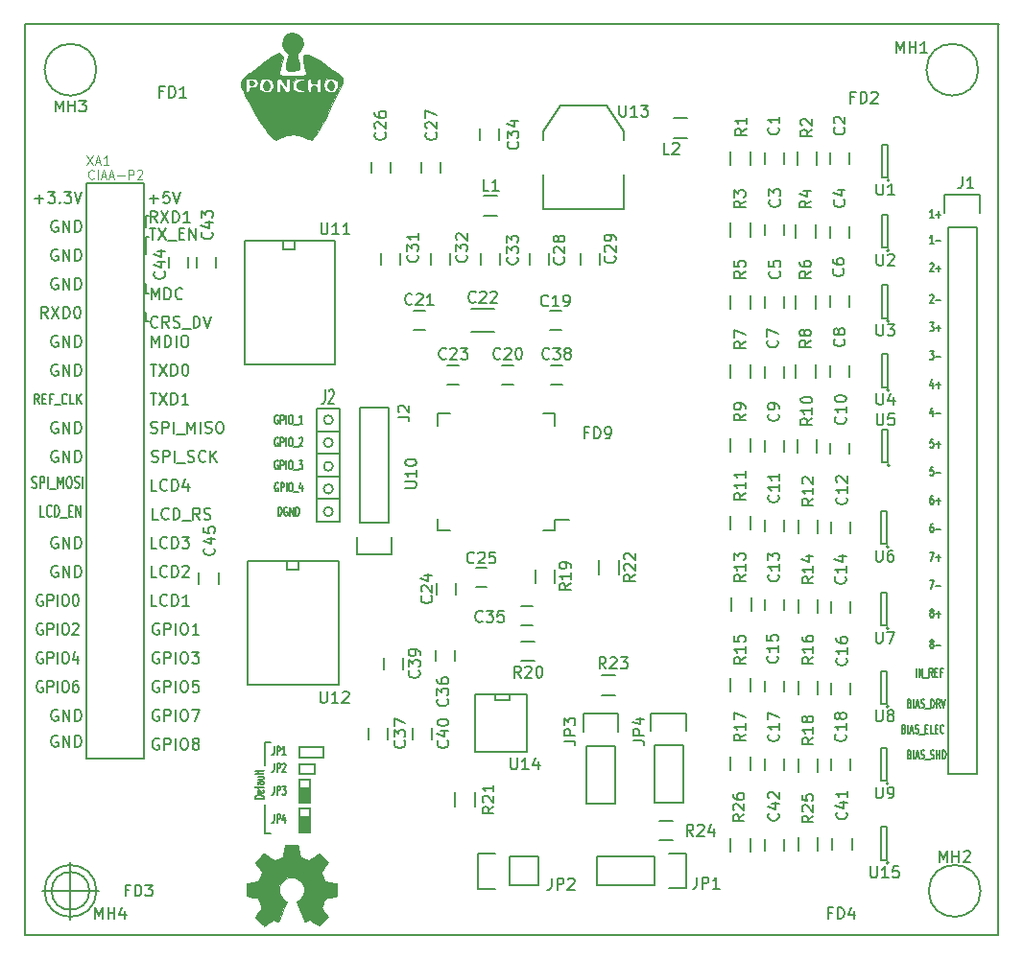
<source format=gbr>
G04 #@! TF.FileFunction,Legend,Top*
%FSLAX46Y46*%
G04 Gerber Fmt 4.6, Leading zero omitted, Abs format (unit mm)*
G04 Created by KiCad (PCBNEW 4.0.2-stable) date 30/10/2016 11:04:25*
%MOMM*%
G01*
G04 APERTURE LIST*
%ADD10C,0.100000*%
%ADD11C,0.150000*%
%ADD12C,0.200000*%
%ADD13C,0.127000*%
%ADD14C,0.002540*%
%ADD15C,0.010000*%
%ADD16C,0.120000*%
%ADD17C,0.170000*%
%ADD18C,0.175000*%
G04 APERTURE END LIST*
D10*
D11*
X1666666Y0D02*
G75*
G03X1666666Y0I-1666666J0D01*
G01*
X-2500000Y0D02*
X2500000Y0D01*
X0Y2500000D02*
X0Y-2500000D01*
D12*
X17150000Y5100000D02*
X17650000Y5100000D01*
X17150000Y13100000D02*
X17650000Y13100000D01*
X17150000Y7600000D02*
X17150000Y5100000D01*
X17150000Y13100000D02*
X17150000Y11100000D01*
D13*
X17044714Y8166285D02*
X16282714Y8166285D01*
X16282714Y8287238D01*
X16319000Y8359809D01*
X16391571Y8408190D01*
X16464143Y8432381D01*
X16609286Y8456571D01*
X16718143Y8456571D01*
X16863286Y8432381D01*
X16935857Y8408190D01*
X17008429Y8359809D01*
X17044714Y8287238D01*
X17044714Y8166285D01*
X17008429Y8867809D02*
X17044714Y8819428D01*
X17044714Y8722666D01*
X17008429Y8674285D01*
X16935857Y8650095D01*
X16645571Y8650095D01*
X16573000Y8674285D01*
X16536714Y8722666D01*
X16536714Y8819428D01*
X16573000Y8867809D01*
X16645571Y8892000D01*
X16718143Y8892000D01*
X16790714Y8650095D01*
X16536714Y9037143D02*
X16536714Y9230667D01*
X17044714Y9109714D02*
X16391571Y9109714D01*
X16319000Y9133905D01*
X16282714Y9182286D01*
X16282714Y9230667D01*
X17044714Y9617715D02*
X16645571Y9617715D01*
X16573000Y9593524D01*
X16536714Y9545143D01*
X16536714Y9448381D01*
X16573000Y9400000D01*
X17008429Y9617715D02*
X17044714Y9569334D01*
X17044714Y9448381D01*
X17008429Y9400000D01*
X16935857Y9375810D01*
X16863286Y9375810D01*
X16790714Y9400000D01*
X16754429Y9448381D01*
X16754429Y9569334D01*
X16718143Y9617715D01*
X16536714Y10077334D02*
X17044714Y10077334D01*
X16536714Y9859619D02*
X16935857Y9859619D01*
X17008429Y9883810D01*
X17044714Y9932191D01*
X17044714Y10004762D01*
X17008429Y10053143D01*
X16972143Y10077334D01*
X17044714Y10391810D02*
X17008429Y10343429D01*
X16935857Y10319238D01*
X16282714Y10319238D01*
X16536714Y10512762D02*
X16536714Y10706286D01*
X16282714Y10585333D02*
X16935857Y10585333D01*
X17008429Y10609524D01*
X17044714Y10657905D01*
X17044714Y10706286D01*
X17976666Y6767286D02*
X17976666Y6223000D01*
X17952476Y6114143D01*
X17904095Y6041571D01*
X17831523Y6005286D01*
X17783142Y6005286D01*
X18218571Y6005286D02*
X18218571Y6767286D01*
X18412095Y6767286D01*
X18460476Y6731000D01*
X18484667Y6694714D01*
X18508857Y6622143D01*
X18508857Y6513286D01*
X18484667Y6440714D01*
X18460476Y6404429D01*
X18412095Y6368143D01*
X18218571Y6368143D01*
X18944286Y6513286D02*
X18944286Y6005286D01*
X18823333Y6803571D02*
X18702381Y6259286D01*
X19016857Y6259286D01*
X17976666Y9267286D02*
X17976666Y8723000D01*
X17952476Y8614143D01*
X17904095Y8541571D01*
X17831523Y8505286D01*
X17783142Y8505286D01*
X18218571Y8505286D02*
X18218571Y9267286D01*
X18412095Y9267286D01*
X18460476Y9231000D01*
X18484667Y9194714D01*
X18508857Y9122143D01*
X18508857Y9013286D01*
X18484667Y8940714D01*
X18460476Y8904429D01*
X18412095Y8868143D01*
X18218571Y8868143D01*
X18678190Y9267286D02*
X18992667Y9267286D01*
X18823333Y8977000D01*
X18895905Y8977000D01*
X18944286Y8940714D01*
X18968476Y8904429D01*
X18992667Y8831857D01*
X18992667Y8650429D01*
X18968476Y8577857D01*
X18944286Y8541571D01*
X18895905Y8505286D01*
X18750762Y8505286D01*
X18702381Y8541571D01*
X18678190Y8577857D01*
X17976666Y11267286D02*
X17976666Y10723000D01*
X17952476Y10614143D01*
X17904095Y10541571D01*
X17831523Y10505286D01*
X17783142Y10505286D01*
X18218571Y10505286D02*
X18218571Y11267286D01*
X18412095Y11267286D01*
X18460476Y11231000D01*
X18484667Y11194714D01*
X18508857Y11122143D01*
X18508857Y11013286D01*
X18484667Y10940714D01*
X18460476Y10904429D01*
X18412095Y10868143D01*
X18218571Y10868143D01*
X18702381Y11194714D02*
X18726571Y11231000D01*
X18774952Y11267286D01*
X18895905Y11267286D01*
X18944286Y11231000D01*
X18968476Y11194714D01*
X18992667Y11122143D01*
X18992667Y11049571D01*
X18968476Y10940714D01*
X18678190Y10505286D01*
X18992667Y10505286D01*
X17976666Y12767286D02*
X17976666Y12223000D01*
X17952476Y12114143D01*
X17904095Y12041571D01*
X17831523Y12005286D01*
X17783142Y12005286D01*
X18218571Y12005286D02*
X18218571Y12767286D01*
X18412095Y12767286D01*
X18460476Y12731000D01*
X18484667Y12694714D01*
X18508857Y12622143D01*
X18508857Y12513286D01*
X18484667Y12440714D01*
X18460476Y12404429D01*
X18412095Y12368143D01*
X18218571Y12368143D01*
X18992667Y12005286D02*
X18702381Y12005286D01*
X18847524Y12005286D02*
X18847524Y12767286D01*
X18799143Y12658429D01*
X18750762Y12585857D01*
X18702381Y12549571D01*
X75943524Y21840714D02*
X75895143Y21877000D01*
X75870952Y21913286D01*
X75846762Y21985857D01*
X75846762Y22022143D01*
X75870952Y22094714D01*
X75895143Y22131000D01*
X75943524Y22167286D01*
X76040286Y22167286D01*
X76088667Y22131000D01*
X76112857Y22094714D01*
X76137048Y22022143D01*
X76137048Y21985857D01*
X76112857Y21913286D01*
X76088667Y21877000D01*
X76040286Y21840714D01*
X75943524Y21840714D01*
X75895143Y21804429D01*
X75870952Y21768143D01*
X75846762Y21695571D01*
X75846762Y21550429D01*
X75870952Y21477857D01*
X75895143Y21441571D01*
X75943524Y21405286D01*
X76040286Y21405286D01*
X76088667Y21441571D01*
X76112857Y21477857D01*
X76137048Y21550429D01*
X76137048Y21695571D01*
X76112857Y21768143D01*
X76088667Y21804429D01*
X76040286Y21840714D01*
X76354762Y21695571D02*
X76741810Y21695571D01*
X76137048Y59405286D02*
X75846762Y59405286D01*
X75991905Y59405286D02*
X75991905Y60167286D01*
X75943524Y60058429D01*
X75895143Y59985857D01*
X75846762Y59949571D01*
X76354762Y59695571D02*
X76741810Y59695571D01*
X76548286Y59405286D02*
X76548286Y59985857D01*
X76137048Y57155286D02*
X75846762Y57155286D01*
X75991905Y57155286D02*
X75991905Y57917286D01*
X75943524Y57808429D01*
X75895143Y57735857D01*
X75846762Y57699571D01*
X76354762Y57445571D02*
X76741810Y57445571D01*
X75846762Y55344714D02*
X75870952Y55381000D01*
X75919333Y55417286D01*
X76040286Y55417286D01*
X76088667Y55381000D01*
X76112857Y55344714D01*
X76137048Y55272143D01*
X76137048Y55199571D01*
X76112857Y55090714D01*
X75822571Y54655286D01*
X76137048Y54655286D01*
X76354762Y54945571D02*
X76741810Y54945571D01*
X76548286Y54655286D02*
X76548286Y55235857D01*
X75846762Y52594714D02*
X75870952Y52631000D01*
X75919333Y52667286D01*
X76040286Y52667286D01*
X76088667Y52631000D01*
X76112857Y52594714D01*
X76137048Y52522143D01*
X76137048Y52449571D01*
X76112857Y52340714D01*
X75822571Y51905286D01*
X76137048Y51905286D01*
X76354762Y52195571D02*
X76741810Y52195571D01*
X75822571Y50167286D02*
X76137048Y50167286D01*
X75967714Y49877000D01*
X76040286Y49877000D01*
X76088667Y49840714D01*
X76112857Y49804429D01*
X76137048Y49731857D01*
X76137048Y49550429D01*
X76112857Y49477857D01*
X76088667Y49441571D01*
X76040286Y49405286D01*
X75895143Y49405286D01*
X75846762Y49441571D01*
X75822571Y49477857D01*
X76354762Y49695571D02*
X76741810Y49695571D01*
X76548286Y49405286D02*
X76548286Y49985857D01*
X75822571Y47667286D02*
X76137048Y47667286D01*
X75967714Y47377000D01*
X76040286Y47377000D01*
X76088667Y47340714D01*
X76112857Y47304429D01*
X76137048Y47231857D01*
X76137048Y47050429D01*
X76112857Y46977857D01*
X76088667Y46941571D01*
X76040286Y46905286D01*
X75895143Y46905286D01*
X75846762Y46941571D01*
X75822571Y46977857D01*
X76354762Y47195571D02*
X76741810Y47195571D01*
X76088667Y44913286D02*
X76088667Y44405286D01*
X75967714Y45203571D02*
X75846762Y44659286D01*
X76161238Y44659286D01*
X76354762Y44695571D02*
X76741810Y44695571D01*
X76548286Y44405286D02*
X76548286Y44985857D01*
X76088667Y42413286D02*
X76088667Y41905286D01*
X75967714Y42703571D02*
X75846762Y42159286D01*
X76161238Y42159286D01*
X76354762Y42195571D02*
X76741810Y42195571D01*
X76112857Y39917286D02*
X75870952Y39917286D01*
X75846762Y39554429D01*
X75870952Y39590714D01*
X75919333Y39627000D01*
X76040286Y39627000D01*
X76088667Y39590714D01*
X76112857Y39554429D01*
X76137048Y39481857D01*
X76137048Y39300429D01*
X76112857Y39227857D01*
X76088667Y39191571D01*
X76040286Y39155286D01*
X75919333Y39155286D01*
X75870952Y39191571D01*
X75846762Y39227857D01*
X76354762Y39445571D02*
X76741810Y39445571D01*
X76548286Y39155286D02*
X76548286Y39735857D01*
X76112857Y37417286D02*
X75870952Y37417286D01*
X75846762Y37054429D01*
X75870952Y37090714D01*
X75919333Y37127000D01*
X76040286Y37127000D01*
X76088667Y37090714D01*
X76112857Y37054429D01*
X76137048Y36981857D01*
X76137048Y36800429D01*
X76112857Y36727857D01*
X76088667Y36691571D01*
X76040286Y36655286D01*
X75919333Y36655286D01*
X75870952Y36691571D01*
X75846762Y36727857D01*
X76354762Y36945571D02*
X76741810Y36945571D01*
X76088667Y34917286D02*
X75991905Y34917286D01*
X75943524Y34881000D01*
X75919333Y34844714D01*
X75870952Y34735857D01*
X75846762Y34590714D01*
X75846762Y34300429D01*
X75870952Y34227857D01*
X75895143Y34191571D01*
X75943524Y34155286D01*
X76040286Y34155286D01*
X76088667Y34191571D01*
X76112857Y34227857D01*
X76137048Y34300429D01*
X76137048Y34481857D01*
X76112857Y34554429D01*
X76088667Y34590714D01*
X76040286Y34627000D01*
X75943524Y34627000D01*
X75895143Y34590714D01*
X75870952Y34554429D01*
X75846762Y34481857D01*
X76354762Y34445571D02*
X76741810Y34445571D01*
X76548286Y34155286D02*
X76548286Y34735857D01*
X76088667Y32417286D02*
X75991905Y32417286D01*
X75943524Y32381000D01*
X75919333Y32344714D01*
X75870952Y32235857D01*
X75846762Y32090714D01*
X75846762Y31800429D01*
X75870952Y31727857D01*
X75895143Y31691571D01*
X75943524Y31655286D01*
X76040286Y31655286D01*
X76088667Y31691571D01*
X76112857Y31727857D01*
X76137048Y31800429D01*
X76137048Y31981857D01*
X76112857Y32054429D01*
X76088667Y32090714D01*
X76040286Y32127000D01*
X75943524Y32127000D01*
X75895143Y32090714D01*
X75870952Y32054429D01*
X75846762Y31981857D01*
X76354762Y31945571D02*
X76741810Y31945571D01*
X75822571Y29917286D02*
X76161238Y29917286D01*
X75943524Y29155286D01*
X76354762Y29445571D02*
X76741810Y29445571D01*
X76548286Y29155286D02*
X76548286Y29735857D01*
X75822571Y27417286D02*
X76161238Y27417286D01*
X75943524Y26655286D01*
X76354762Y26945571D02*
X76741810Y26945571D01*
X75943524Y24590714D02*
X75895143Y24627000D01*
X75870952Y24663286D01*
X75846762Y24735857D01*
X75846762Y24772143D01*
X75870952Y24844714D01*
X75895143Y24881000D01*
X75943524Y24917286D01*
X76040286Y24917286D01*
X76088667Y24881000D01*
X76112857Y24844714D01*
X76137048Y24772143D01*
X76137048Y24735857D01*
X76112857Y24663286D01*
X76088667Y24627000D01*
X76040286Y24590714D01*
X75943524Y24590714D01*
X75895143Y24554429D01*
X75870952Y24518143D01*
X75846762Y24445571D01*
X75846762Y24300429D01*
X75870952Y24227857D01*
X75895143Y24191571D01*
X75943524Y24155286D01*
X76040286Y24155286D01*
X76088667Y24191571D01*
X76112857Y24227857D01*
X76137048Y24300429D01*
X76137048Y24445571D01*
X76112857Y24518143D01*
X76088667Y24554429D01*
X76040286Y24590714D01*
X76354762Y24445571D02*
X76741810Y24445571D01*
X76548286Y24155286D02*
X76548286Y24735857D01*
X74620952Y18905286D02*
X74620952Y19667286D01*
X74862857Y18905286D02*
X74862857Y19667286D01*
X75153143Y18905286D01*
X75153143Y19667286D01*
X75274095Y18832714D02*
X75661143Y18832714D01*
X76072381Y18905286D02*
X75903048Y19268143D01*
X75782095Y18905286D02*
X75782095Y19667286D01*
X75975619Y19667286D01*
X76024000Y19631000D01*
X76048191Y19594714D01*
X76072381Y19522143D01*
X76072381Y19413286D01*
X76048191Y19340714D01*
X76024000Y19304429D01*
X75975619Y19268143D01*
X75782095Y19268143D01*
X76290095Y19304429D02*
X76459429Y19304429D01*
X76532000Y18905286D02*
X76290095Y18905286D01*
X76290095Y19667286D01*
X76532000Y19667286D01*
X76919048Y19304429D02*
X76749714Y19304429D01*
X76749714Y18905286D02*
X76749714Y19667286D01*
X76991619Y19667286D01*
X74040286Y16554429D02*
X74112857Y16518143D01*
X74137048Y16481857D01*
X74161238Y16409286D01*
X74161238Y16300429D01*
X74137048Y16227857D01*
X74112857Y16191571D01*
X74064476Y16155286D01*
X73870952Y16155286D01*
X73870952Y16917286D01*
X74040286Y16917286D01*
X74088667Y16881000D01*
X74112857Y16844714D01*
X74137048Y16772143D01*
X74137048Y16699571D01*
X74112857Y16627000D01*
X74088667Y16590714D01*
X74040286Y16554429D01*
X73870952Y16554429D01*
X74378952Y16155286D02*
X74378952Y16917286D01*
X74596667Y16373000D02*
X74838572Y16373000D01*
X74548286Y16155286D02*
X74717619Y16917286D01*
X74886953Y16155286D01*
X75032096Y16191571D02*
X75104667Y16155286D01*
X75225620Y16155286D01*
X75274001Y16191571D01*
X75298191Y16227857D01*
X75322382Y16300429D01*
X75322382Y16373000D01*
X75298191Y16445571D01*
X75274001Y16481857D01*
X75225620Y16518143D01*
X75128858Y16554429D01*
X75080477Y16590714D01*
X75056286Y16627000D01*
X75032096Y16699571D01*
X75032096Y16772143D01*
X75056286Y16844714D01*
X75080477Y16881000D01*
X75128858Y16917286D01*
X75249810Y16917286D01*
X75322382Y16881000D01*
X75419144Y16082714D02*
X75806192Y16082714D01*
X75927144Y16155286D02*
X75927144Y16917286D01*
X76048097Y16917286D01*
X76120668Y16881000D01*
X76169049Y16808429D01*
X76193240Y16735857D01*
X76217430Y16590714D01*
X76217430Y16481857D01*
X76193240Y16336714D01*
X76169049Y16264143D01*
X76120668Y16191571D01*
X76048097Y16155286D01*
X75927144Y16155286D01*
X76725430Y16155286D02*
X76556097Y16518143D01*
X76435144Y16155286D02*
X76435144Y16917286D01*
X76628668Y16917286D01*
X76677049Y16881000D01*
X76701240Y16844714D01*
X76725430Y16772143D01*
X76725430Y16663286D01*
X76701240Y16590714D01*
X76677049Y16554429D01*
X76628668Y16518143D01*
X76435144Y16518143D01*
X76870573Y16917286D02*
X77039906Y16155286D01*
X77209240Y16917286D01*
X73540286Y14304429D02*
X73612857Y14268143D01*
X73637048Y14231857D01*
X73661238Y14159286D01*
X73661238Y14050429D01*
X73637048Y13977857D01*
X73612857Y13941571D01*
X73564476Y13905286D01*
X73370952Y13905286D01*
X73370952Y14667286D01*
X73540286Y14667286D01*
X73588667Y14631000D01*
X73612857Y14594714D01*
X73637048Y14522143D01*
X73637048Y14449571D01*
X73612857Y14377000D01*
X73588667Y14340714D01*
X73540286Y14304429D01*
X73370952Y14304429D01*
X73878952Y13905286D02*
X73878952Y14667286D01*
X74096667Y14123000D02*
X74338572Y14123000D01*
X74048286Y13905286D02*
X74217619Y14667286D01*
X74386953Y13905286D01*
X74532096Y13941571D02*
X74604667Y13905286D01*
X74725620Y13905286D01*
X74774001Y13941571D01*
X74798191Y13977857D01*
X74822382Y14050429D01*
X74822382Y14123000D01*
X74798191Y14195571D01*
X74774001Y14231857D01*
X74725620Y14268143D01*
X74628858Y14304429D01*
X74580477Y14340714D01*
X74556286Y14377000D01*
X74532096Y14449571D01*
X74532096Y14522143D01*
X74556286Y14594714D01*
X74580477Y14631000D01*
X74628858Y14667286D01*
X74749810Y14667286D01*
X74822382Y14631000D01*
X74919144Y13832714D02*
X75306192Y13832714D01*
X75427144Y14304429D02*
X75596478Y14304429D01*
X75669049Y13905286D02*
X75427144Y13905286D01*
X75427144Y14667286D01*
X75669049Y14667286D01*
X76128668Y13905286D02*
X75886763Y13905286D01*
X75886763Y14667286D01*
X76298001Y14304429D02*
X76467335Y14304429D01*
X76539906Y13905286D02*
X76298001Y13905286D01*
X76298001Y14667286D01*
X76539906Y14667286D01*
X77047906Y13977857D02*
X77023716Y13941571D01*
X76951144Y13905286D01*
X76902763Y13905286D01*
X76830192Y13941571D01*
X76781811Y14014143D01*
X76757620Y14086714D01*
X76733430Y14231857D01*
X76733430Y14340714D01*
X76757620Y14485857D01*
X76781811Y14558429D01*
X76830192Y14631000D01*
X76902763Y14667286D01*
X76951144Y14667286D01*
X77023716Y14631000D01*
X77047906Y14594714D01*
X22466001Y44245476D02*
X22466001Y43338333D01*
X22429715Y43156905D01*
X22357144Y43035952D01*
X22248287Y42975476D01*
X22175715Y42975476D01*
X22792572Y44124524D02*
X22828858Y44185000D01*
X22901429Y44245476D01*
X23082858Y44245476D01*
X23155429Y44185000D01*
X23191715Y44124524D01*
X23228000Y44003571D01*
X23228000Y43882619D01*
X23191715Y43701190D01*
X22756286Y42975476D01*
X23228000Y42975476D01*
D12*
X21750000Y32590000D02*
X21750000Y42590000D01*
X21750000Y40590000D02*
X23750000Y40590000D01*
D13*
X18352857Y33135286D02*
X18352857Y33897286D01*
X18473810Y33897286D01*
X18546381Y33861000D01*
X18594762Y33788429D01*
X18618953Y33715857D01*
X18643143Y33570714D01*
X18643143Y33461857D01*
X18618953Y33316714D01*
X18594762Y33244143D01*
X18546381Y33171571D01*
X18473810Y33135286D01*
X18352857Y33135286D01*
X19126953Y33861000D02*
X19078572Y33897286D01*
X19006000Y33897286D01*
X18933429Y33861000D01*
X18885048Y33788429D01*
X18860857Y33715857D01*
X18836667Y33570714D01*
X18836667Y33461857D01*
X18860857Y33316714D01*
X18885048Y33244143D01*
X18933429Y33171571D01*
X19006000Y33135286D01*
X19054381Y33135286D01*
X19126953Y33171571D01*
X19151143Y33207857D01*
X19151143Y33461857D01*
X19054381Y33461857D01*
X19368857Y33135286D02*
X19368857Y33897286D01*
X19659143Y33135286D01*
X19659143Y33897286D01*
X19901047Y33135286D02*
X19901047Y33897286D01*
X20022000Y33897286D01*
X20094571Y33861000D01*
X20142952Y33788429D01*
X20167143Y33715857D01*
X20191333Y33570714D01*
X20191333Y33461857D01*
X20167143Y33316714D01*
X20142952Y33244143D01*
X20094571Y33171571D01*
X20022000Y33135286D01*
X19901047Y33135286D01*
X18316572Y35991000D02*
X18268191Y36027286D01*
X18195619Y36027286D01*
X18123048Y35991000D01*
X18074667Y35918429D01*
X18050476Y35845857D01*
X18026286Y35700714D01*
X18026286Y35591857D01*
X18050476Y35446714D01*
X18074667Y35374143D01*
X18123048Y35301571D01*
X18195619Y35265286D01*
X18244000Y35265286D01*
X18316572Y35301571D01*
X18340762Y35337857D01*
X18340762Y35591857D01*
X18244000Y35591857D01*
X18558476Y35265286D02*
X18558476Y36027286D01*
X18752000Y36027286D01*
X18800381Y35991000D01*
X18824572Y35954714D01*
X18848762Y35882143D01*
X18848762Y35773286D01*
X18824572Y35700714D01*
X18800381Y35664429D01*
X18752000Y35628143D01*
X18558476Y35628143D01*
X19066476Y35265286D02*
X19066476Y36027286D01*
X19405143Y36027286D02*
X19501905Y36027286D01*
X19550286Y35991000D01*
X19598667Y35918429D01*
X19622858Y35773286D01*
X19622858Y35519286D01*
X19598667Y35374143D01*
X19550286Y35301571D01*
X19501905Y35265286D01*
X19405143Y35265286D01*
X19356762Y35301571D01*
X19308381Y35374143D01*
X19284191Y35519286D01*
X19284191Y35773286D01*
X19308381Y35918429D01*
X19356762Y35991000D01*
X19405143Y36027286D01*
X19719619Y35192714D02*
X20106667Y35192714D01*
X20445334Y35773286D02*
X20445334Y35265286D01*
X20324381Y36063571D02*
X20203429Y35519286D01*
X20517905Y35519286D01*
X18306572Y41971000D02*
X18258191Y42007286D01*
X18185619Y42007286D01*
X18113048Y41971000D01*
X18064667Y41898429D01*
X18040476Y41825857D01*
X18016286Y41680714D01*
X18016286Y41571857D01*
X18040476Y41426714D01*
X18064667Y41354143D01*
X18113048Y41281571D01*
X18185619Y41245286D01*
X18234000Y41245286D01*
X18306572Y41281571D01*
X18330762Y41317857D01*
X18330762Y41571857D01*
X18234000Y41571857D01*
X18548476Y41245286D02*
X18548476Y42007286D01*
X18742000Y42007286D01*
X18790381Y41971000D01*
X18814572Y41934714D01*
X18838762Y41862143D01*
X18838762Y41753286D01*
X18814572Y41680714D01*
X18790381Y41644429D01*
X18742000Y41608143D01*
X18548476Y41608143D01*
X19056476Y41245286D02*
X19056476Y42007286D01*
X19395143Y42007286D02*
X19491905Y42007286D01*
X19540286Y41971000D01*
X19588667Y41898429D01*
X19612858Y41753286D01*
X19612858Y41499286D01*
X19588667Y41354143D01*
X19540286Y41281571D01*
X19491905Y41245286D01*
X19395143Y41245286D01*
X19346762Y41281571D01*
X19298381Y41354143D01*
X19274191Y41499286D01*
X19274191Y41753286D01*
X19298381Y41898429D01*
X19346762Y41971000D01*
X19395143Y42007286D01*
X19709619Y41172714D02*
X20096667Y41172714D01*
X20483715Y41245286D02*
X20193429Y41245286D01*
X20338572Y41245286D02*
X20338572Y42007286D01*
X20290191Y41898429D01*
X20241810Y41825857D01*
X20193429Y41789571D01*
X18306572Y37971000D02*
X18258191Y38007286D01*
X18185619Y38007286D01*
X18113048Y37971000D01*
X18064667Y37898429D01*
X18040476Y37825857D01*
X18016286Y37680714D01*
X18016286Y37571857D01*
X18040476Y37426714D01*
X18064667Y37354143D01*
X18113048Y37281571D01*
X18185619Y37245286D01*
X18234000Y37245286D01*
X18306572Y37281571D01*
X18330762Y37317857D01*
X18330762Y37571857D01*
X18234000Y37571857D01*
X18548476Y37245286D02*
X18548476Y38007286D01*
X18742000Y38007286D01*
X18790381Y37971000D01*
X18814572Y37934714D01*
X18838762Y37862143D01*
X18838762Y37753286D01*
X18814572Y37680714D01*
X18790381Y37644429D01*
X18742000Y37608143D01*
X18548476Y37608143D01*
X19056476Y37245286D02*
X19056476Y38007286D01*
X19395143Y38007286D02*
X19491905Y38007286D01*
X19540286Y37971000D01*
X19588667Y37898429D01*
X19612858Y37753286D01*
X19612858Y37499286D01*
X19588667Y37354143D01*
X19540286Y37281571D01*
X19491905Y37245286D01*
X19395143Y37245286D01*
X19346762Y37281571D01*
X19298381Y37354143D01*
X19274191Y37499286D01*
X19274191Y37753286D01*
X19298381Y37898429D01*
X19346762Y37971000D01*
X19395143Y38007286D01*
X19709619Y37172714D02*
X20096667Y37172714D01*
X20169238Y38007286D02*
X20483715Y38007286D01*
X20314381Y37717000D01*
X20386953Y37717000D01*
X20435334Y37680714D01*
X20459524Y37644429D01*
X20483715Y37571857D01*
X20483715Y37390429D01*
X20459524Y37317857D01*
X20435334Y37281571D01*
X20386953Y37245286D01*
X20241810Y37245286D01*
X20193429Y37281571D01*
X20169238Y37317857D01*
X18306572Y39971000D02*
X18258191Y40007286D01*
X18185619Y40007286D01*
X18113048Y39971000D01*
X18064667Y39898429D01*
X18040476Y39825857D01*
X18016286Y39680714D01*
X18016286Y39571857D01*
X18040476Y39426714D01*
X18064667Y39354143D01*
X18113048Y39281571D01*
X18185619Y39245286D01*
X18234000Y39245286D01*
X18306572Y39281571D01*
X18330762Y39317857D01*
X18330762Y39571857D01*
X18234000Y39571857D01*
X18548476Y39245286D02*
X18548476Y40007286D01*
X18742000Y40007286D01*
X18790381Y39971000D01*
X18814572Y39934714D01*
X18838762Y39862143D01*
X18838762Y39753286D01*
X18814572Y39680714D01*
X18790381Y39644429D01*
X18742000Y39608143D01*
X18548476Y39608143D01*
X19056476Y39245286D02*
X19056476Y40007286D01*
X19395143Y40007286D02*
X19491905Y40007286D01*
X19540286Y39971000D01*
X19588667Y39898429D01*
X19612858Y39753286D01*
X19612858Y39499286D01*
X19588667Y39354143D01*
X19540286Y39281571D01*
X19491905Y39245286D01*
X19395143Y39245286D01*
X19346762Y39281571D01*
X19298381Y39354143D01*
X19274191Y39499286D01*
X19274191Y39753286D01*
X19298381Y39898429D01*
X19346762Y39971000D01*
X19395143Y40007286D01*
X19709619Y39172714D02*
X20096667Y39172714D01*
X20193429Y39934714D02*
X20217619Y39971000D01*
X20266000Y40007286D01*
X20386953Y40007286D01*
X20435334Y39971000D01*
X20459524Y39934714D01*
X20483715Y39862143D01*
X20483715Y39789571D01*
X20459524Y39680714D01*
X20169238Y39245286D01*
X20483715Y39245286D01*
D12*
X23150000Y33490000D02*
G75*
G03X23150000Y33490000I-400000J0D01*
G01*
X23162311Y35490000D02*
G75*
G03X23162311Y35490000I-412311J0D01*
G01*
X23150000Y37490000D02*
G75*
G03X23150000Y37490000I-400000J0D01*
G01*
X23150000Y39590000D02*
G75*
G03X23150000Y39590000I-400000J0D01*
G01*
X23150000Y41590000D02*
G75*
G03X23150000Y41590000I-400000J0D01*
G01*
X21750000Y34590000D02*
X23750000Y34590000D01*
X21750000Y36590000D02*
X23750000Y36590000D01*
X21750000Y38590000D02*
X23750000Y38590000D01*
X23750000Y32590000D02*
X21750000Y32590000D01*
X23750000Y42590000D02*
X23750000Y32590000D01*
X21750000Y42590000D02*
X23750000Y42590000D01*
D13*
X74040286Y12054429D02*
X74112857Y12018143D01*
X74137048Y11981857D01*
X74161238Y11909286D01*
X74161238Y11800429D01*
X74137048Y11727857D01*
X74112857Y11691571D01*
X74064476Y11655286D01*
X73870952Y11655286D01*
X73870952Y12417286D01*
X74040286Y12417286D01*
X74088667Y12381000D01*
X74112857Y12344714D01*
X74137048Y12272143D01*
X74137048Y12199571D01*
X74112857Y12127000D01*
X74088667Y12090714D01*
X74040286Y12054429D01*
X73870952Y12054429D01*
X74378952Y11655286D02*
X74378952Y12417286D01*
X74596667Y11873000D02*
X74838572Y11873000D01*
X74548286Y11655286D02*
X74717619Y12417286D01*
X74886953Y11655286D01*
X75032096Y11691571D02*
X75104667Y11655286D01*
X75225620Y11655286D01*
X75274001Y11691571D01*
X75298191Y11727857D01*
X75322382Y11800429D01*
X75322382Y11873000D01*
X75298191Y11945571D01*
X75274001Y11981857D01*
X75225620Y12018143D01*
X75128858Y12054429D01*
X75080477Y12090714D01*
X75056286Y12127000D01*
X75032096Y12199571D01*
X75032096Y12272143D01*
X75056286Y12344714D01*
X75080477Y12381000D01*
X75128858Y12417286D01*
X75249810Y12417286D01*
X75322382Y12381000D01*
X75419144Y11582714D02*
X75806192Y11582714D01*
X75902954Y11691571D02*
X75975525Y11655286D01*
X76096478Y11655286D01*
X76144859Y11691571D01*
X76169049Y11727857D01*
X76193240Y11800429D01*
X76193240Y11873000D01*
X76169049Y11945571D01*
X76144859Y11981857D01*
X76096478Y12018143D01*
X75999716Y12054429D01*
X75951335Y12090714D01*
X75927144Y12127000D01*
X75902954Y12199571D01*
X75902954Y12272143D01*
X75927144Y12344714D01*
X75951335Y12381000D01*
X75999716Y12417286D01*
X76120668Y12417286D01*
X76193240Y12381000D01*
X76410954Y11655286D02*
X76410954Y12417286D01*
X76410954Y12054429D02*
X76701240Y12054429D01*
X76701240Y11655286D02*
X76701240Y12417286D01*
X76943144Y11655286D02*
X76943144Y12417286D01*
X77064097Y12417286D01*
X77136668Y12381000D01*
X77185049Y12308429D01*
X77209240Y12235857D01*
X77233430Y12090714D01*
X77233430Y11981857D01*
X77209240Y11836714D01*
X77185049Y11764143D01*
X77136668Y11691571D01*
X77064097Y11655286D01*
X76943144Y11655286D01*
D11*
X-3985000Y76580000D02*
X81880000Y76580000D01*
X-3985000Y76580000D02*
X-3985000Y-3920000D01*
X81875000Y-3920000D02*
X81875000Y76580000D01*
X-3990000Y-3920000D02*
X81875000Y-3920000D01*
X6880000Y59580000D02*
X6680000Y59580000D01*
X6680000Y59580000D02*
X6680000Y58580000D01*
X6680000Y58580000D02*
X6480000Y58580000D01*
X6880000Y57780000D02*
X6680000Y57780000D01*
X6680000Y57780000D02*
X6680000Y56180000D01*
X6680000Y56180000D02*
X6480000Y56180000D01*
X6880000Y52780000D02*
X6680000Y52780000D01*
X6680000Y52780000D02*
X6680000Y53580000D01*
X6680000Y53580000D02*
X6480000Y53580000D01*
X6880000Y50280000D02*
X6680000Y50280000D01*
X6680000Y50280000D02*
X6680000Y51080000D01*
X6680000Y51080000D02*
X6480000Y51080000D01*
X1410000Y61180000D02*
X1410000Y62450000D01*
X1410000Y62450000D02*
X6490000Y62450000D01*
X6490000Y62450000D02*
X6490000Y11650000D01*
X6490000Y11650000D02*
X1410000Y11650000D01*
X1410000Y11650000D02*
X1410000Y61180000D01*
X51500000Y12830000D02*
X51500000Y7750000D01*
X51500000Y7750000D02*
X54040000Y7750000D01*
X54040000Y7750000D02*
X54040000Y12830000D01*
X54320000Y15650000D02*
X54320000Y14100000D01*
X54040000Y12830000D02*
X51500000Y12830000D01*
X51220000Y14100000D02*
X51220000Y15650000D01*
X51220000Y15650000D02*
X54320000Y15650000D01*
X40266000Y17320000D02*
X40266000Y12240000D01*
X40266000Y12240000D02*
X35694000Y12240000D01*
X35694000Y12240000D02*
X35694000Y17320000D01*
X35694000Y17320000D02*
X40266000Y17320000D01*
X38742000Y17320000D02*
X38742000Y16812000D01*
X38742000Y16812000D02*
X37472000Y16812000D01*
X37472000Y16812000D02*
X37472000Y17320000D01*
X15643000Y29141000D02*
X23644000Y29141000D01*
X23644000Y18219000D02*
X15643000Y18219000D01*
X23644000Y29141000D02*
X23644000Y18219000D01*
X15643000Y18219000D02*
X15643000Y29141000D01*
X20088000Y29141000D02*
X20088000Y28379000D01*
X20088000Y28379000D02*
X19072000Y28379000D01*
X19072000Y28379000D02*
X19072000Y29141000D01*
X37680000Y59605000D02*
X36480000Y59605000D01*
X36480000Y61355000D02*
X37680000Y61355000D01*
X15343000Y57441000D02*
X23344000Y57441000D01*
X23344000Y46519000D02*
X15343000Y46519000D01*
X23344000Y57441000D02*
X23344000Y46519000D01*
X15343000Y46519000D02*
X15343000Y57441000D01*
X19788000Y57441000D02*
X19788000Y56679000D01*
X19788000Y56679000D02*
X18772000Y56679000D01*
X18772000Y56679000D02*
X18772000Y57441000D01*
X42755000Y31805000D02*
X42755000Y32755000D01*
X32405000Y31805000D02*
X32405000Y32855000D01*
X32405000Y42155000D02*
X32405000Y41105000D01*
X42755000Y42155000D02*
X42755000Y41105000D01*
X42755000Y31805000D02*
X41705000Y31805000D01*
X42755000Y42155000D02*
X41705000Y42155000D01*
X32405000Y42155000D02*
X33455000Y42155000D01*
X32405000Y31805000D02*
X33455000Y31805000D01*
X42755000Y32755000D02*
X44030000Y32755000D01*
X61230000Y65180000D02*
X61230000Y64180000D01*
X62930000Y64180000D02*
X62930000Y65180000D01*
X67030000Y65180000D02*
X67030000Y64180000D01*
X68730000Y64180000D02*
X68730000Y65180000D01*
X61230000Y58880000D02*
X61230000Y57880000D01*
X62930000Y57880000D02*
X62930000Y58880000D01*
X67030000Y58680000D02*
X67030000Y57680000D01*
X68730000Y57680000D02*
X68730000Y58680000D01*
X61230000Y52480000D02*
X61230000Y51480000D01*
X62930000Y51480000D02*
X62930000Y52480000D01*
X67030000Y52580000D02*
X67030000Y51580000D01*
X68730000Y51580000D02*
X68730000Y52580000D01*
X61230000Y46280000D02*
X61230000Y45280000D01*
X62930000Y45280000D02*
X62930000Y46280000D01*
X67030000Y46380000D02*
X67030000Y45380000D01*
X68730000Y45380000D02*
X68730000Y46380000D01*
X61230000Y39780000D02*
X61230000Y38780000D01*
X62930000Y38780000D02*
X62930000Y39780000D01*
X67030000Y39580000D02*
X67030000Y38580000D01*
X68730000Y38580000D02*
X68730000Y39580000D01*
X61230000Y32780000D02*
X61230000Y31780000D01*
X62930000Y31780000D02*
X62930000Y32780000D01*
X67130000Y32580000D02*
X67130000Y31580000D01*
X68830000Y31580000D02*
X68830000Y32580000D01*
X61230000Y25780000D02*
X61230000Y24780000D01*
X62930000Y24780000D02*
X62930000Y25780000D01*
X67130000Y25580000D02*
X67130000Y24580000D01*
X68830000Y24580000D02*
X68830000Y25580000D01*
X61230000Y18580000D02*
X61230000Y17580000D01*
X62930000Y17580000D02*
X62930000Y18580000D01*
X67130000Y18380000D02*
X67130000Y17380000D01*
X68830000Y17380000D02*
X68830000Y18380000D01*
X61230000Y11680000D02*
X61230000Y10680000D01*
X62930000Y10680000D02*
X62930000Y11680000D01*
X67130000Y11680000D02*
X67130000Y10680000D01*
X68830000Y10680000D02*
X68830000Y11680000D01*
X43280000Y51230000D02*
X42280000Y51230000D01*
X42280000Y49530000D02*
X43280000Y49530000D01*
X39080000Y46430000D02*
X38080000Y46430000D01*
X38080000Y44730000D02*
X39080000Y44730000D01*
X31280000Y51230000D02*
X30280000Y51230000D01*
X30280000Y49530000D02*
X31280000Y49530000D01*
X33280000Y44730000D02*
X34280000Y44730000D01*
X34280000Y46430000D02*
X33280000Y46430000D01*
X32290000Y27180000D02*
X32290000Y26180000D01*
X33990000Y26180000D02*
X33990000Y27180000D01*
X35750000Y26830000D02*
X36750000Y26830000D01*
X36750000Y28530000D02*
X35750000Y28530000D01*
X28230000Y63380000D02*
X28230000Y64380000D01*
X26530000Y64380000D02*
X26530000Y63380000D01*
X32630000Y63380000D02*
X32630000Y64380000D01*
X30930000Y64380000D02*
X30930000Y63380000D01*
X42230000Y55280000D02*
X42230000Y56280000D01*
X40530000Y56280000D02*
X40530000Y55280000D01*
X46730000Y55280000D02*
X46730000Y56280000D01*
X45030000Y56280000D02*
X45030000Y55280000D01*
X29130000Y55280000D02*
X29130000Y56280000D01*
X27430000Y56280000D02*
X27430000Y55280000D01*
X33530000Y55280000D02*
X33530000Y56280000D01*
X31830000Y56280000D02*
X31830000Y55280000D01*
X37930000Y55280000D02*
X37930000Y56280000D01*
X36230000Y56280000D02*
X36230000Y55280000D01*
X36130000Y67280000D02*
X36130000Y66280000D01*
X37830000Y66280000D02*
X37830000Y67280000D01*
X58205000Y64080000D02*
X58205000Y65280000D01*
X59955000Y65280000D02*
X59955000Y64080000D01*
X65855000Y65280000D02*
X65855000Y64080000D01*
X64105000Y64080000D02*
X64105000Y65280000D01*
X59955000Y58980000D02*
X59955000Y57780000D01*
X58205000Y57780000D02*
X58205000Y58980000D01*
X65755000Y58880000D02*
X65755000Y57680000D01*
X64005000Y57680000D02*
X64005000Y58880000D01*
X58205000Y51380000D02*
X58205000Y52580000D01*
X59955000Y52580000D02*
X59955000Y51380000D01*
X65755000Y52580000D02*
X65755000Y51380000D01*
X64005000Y51380000D02*
X64005000Y52580000D01*
X59955000Y46480000D02*
X59955000Y45280000D01*
X58205000Y45280000D02*
X58205000Y46480000D01*
X65755000Y46480000D02*
X65755000Y45280000D01*
X64005000Y45280000D02*
X64005000Y46480000D01*
X58205000Y38780000D02*
X58205000Y39980000D01*
X59955000Y39980000D02*
X59955000Y38780000D01*
X65855000Y39880000D02*
X65855000Y38680000D01*
X64105000Y38680000D02*
X64105000Y39880000D01*
X59955000Y33080000D02*
X59955000Y31880000D01*
X58205000Y31880000D02*
X58205000Y33080000D01*
X65955000Y32780000D02*
X65955000Y31580000D01*
X64205000Y31580000D02*
X64205000Y32780000D01*
X58305000Y24680000D02*
X58305000Y25880000D01*
X60055000Y25880000D02*
X60055000Y24680000D01*
X65955000Y25780000D02*
X65955000Y24580000D01*
X64205000Y24580000D02*
X64205000Y25780000D01*
X59955000Y18780000D02*
X59955000Y17580000D01*
X58205000Y17580000D02*
X58205000Y18780000D01*
X65955000Y18580000D02*
X65955000Y17380000D01*
X64205000Y17380000D02*
X64205000Y18580000D01*
X58205000Y10680000D02*
X58205000Y11880000D01*
X59955000Y11880000D02*
X59955000Y10680000D01*
X65955000Y11680000D02*
X65955000Y10480000D01*
X64205000Y10480000D02*
X64205000Y11680000D01*
X72230000Y62730000D02*
G75*
G03X72230000Y62730000I-100000J0D01*
G01*
X71580000Y62980000D02*
X72080000Y62980000D01*
X71580000Y65880000D02*
X71580000Y62980000D01*
X72080000Y65880000D02*
X71580000Y65880000D01*
X72080000Y62980000D02*
X72080000Y65880000D01*
X72230000Y56530000D02*
G75*
G03X72230000Y56530000I-100000J0D01*
G01*
X71580000Y56780000D02*
X72080000Y56780000D01*
X71580000Y59680000D02*
X71580000Y56780000D01*
X72080000Y59680000D02*
X71580000Y59680000D01*
X72080000Y56780000D02*
X72080000Y59680000D01*
X72230000Y50330000D02*
G75*
G03X72230000Y50330000I-100000J0D01*
G01*
X71580000Y50580000D02*
X72080000Y50580000D01*
X71580000Y53480000D02*
X71580000Y50580000D01*
X72080000Y53480000D02*
X71580000Y53480000D01*
X72080000Y50580000D02*
X72080000Y53480000D01*
X72230000Y44230000D02*
G75*
G03X72230000Y44230000I-100000J0D01*
G01*
X71580000Y44480000D02*
X72080000Y44480000D01*
X71580000Y47380000D02*
X71580000Y44480000D01*
X72080000Y47380000D02*
X71580000Y47380000D01*
X72080000Y44480000D02*
X72080000Y47380000D01*
X72280000Y37580000D02*
G75*
G03X72280000Y37580000I-100000J0D01*
G01*
X71630000Y37830000D02*
X72130000Y37830000D01*
X71630000Y40730000D02*
X71630000Y37830000D01*
X72130000Y40730000D02*
X71630000Y40730000D01*
X72130000Y37830000D02*
X72130000Y40730000D01*
X72180000Y30380000D02*
G75*
G03X72180000Y30380000I-100000J0D01*
G01*
X71530000Y30630000D02*
X72030000Y30630000D01*
X71530000Y33530000D02*
X71530000Y30630000D01*
X72030000Y33530000D02*
X71530000Y33530000D01*
X72030000Y30630000D02*
X72030000Y33530000D01*
X72180000Y23180000D02*
G75*
G03X72180000Y23180000I-100000J0D01*
G01*
X71530000Y23430000D02*
X72030000Y23430000D01*
X71530000Y26330000D02*
X71530000Y23430000D01*
X72030000Y26330000D02*
X71530000Y26330000D01*
X72030000Y23430000D02*
X72030000Y26330000D01*
X72180000Y16280000D02*
G75*
G03X72180000Y16280000I-100000J0D01*
G01*
X71530000Y16530000D02*
X72030000Y16530000D01*
X71530000Y19430000D02*
X71530000Y16530000D01*
X72030000Y19430000D02*
X71530000Y19430000D01*
X72030000Y16530000D02*
X72030000Y19430000D01*
X72180000Y9480000D02*
G75*
G03X72180000Y9480000I-100000J0D01*
G01*
X71530000Y9730000D02*
X72030000Y9730000D01*
X71530000Y12630000D02*
X71530000Y9730000D01*
X72030000Y12630000D02*
X71530000Y12630000D01*
X72030000Y9730000D02*
X72030000Y12630000D01*
X41724000Y63256000D02*
X41724000Y60208000D01*
X41724000Y60208000D02*
X48836000Y60208000D01*
X48836000Y60208000D02*
X48836000Y63256000D01*
X41724000Y66304000D02*
X41724000Y67066000D01*
X41724000Y67066000D02*
X43248000Y69352000D01*
X43248000Y69352000D02*
X47312000Y69352000D01*
X47312000Y69352000D02*
X48836000Y67066000D01*
X48836000Y67066000D02*
X48836000Y66304000D01*
X35380000Y49355000D02*
X37380000Y49355000D01*
X37380000Y51405000D02*
X35380000Y51405000D01*
X39780000Y23430000D02*
X40780000Y23430000D01*
X40780000Y25130000D02*
X39780000Y25130000D01*
X33930000Y20280000D02*
X33930000Y21280000D01*
X32230000Y21280000D02*
X32230000Y20280000D01*
X26330000Y14380000D02*
X26330000Y13380000D01*
X28030000Y13380000D02*
X28030000Y14380000D01*
X42380000Y44730000D02*
X43380000Y44730000D01*
X43380000Y46430000D02*
X42380000Y46430000D01*
X29330000Y19580000D02*
X29330000Y20580000D01*
X27630000Y20580000D02*
X27630000Y19580000D01*
X30150000Y14400000D02*
X30150000Y13400000D01*
X31850000Y13400000D02*
X31850000Y14400000D01*
X51510000Y3050000D02*
X46430000Y3050000D01*
X46430000Y3050000D02*
X46430000Y510000D01*
X46430000Y510000D02*
X51510000Y510000D01*
X54330000Y230000D02*
X52780000Y230000D01*
X51510000Y510000D02*
X51510000Y3050000D01*
X52780000Y3330000D02*
X54330000Y3330000D01*
X54330000Y3330000D02*
X54330000Y230000D01*
X38780000Y3020000D02*
X41320000Y3020000D01*
X35960000Y3300000D02*
X37510000Y3300000D01*
X38780000Y3020000D02*
X38780000Y480000D01*
X37510000Y200000D02*
X35960000Y200000D01*
X35960000Y200000D02*
X35960000Y3300000D01*
X38780000Y480000D02*
X41320000Y480000D01*
X41320000Y480000D02*
X41320000Y3020000D01*
X45510000Y12810000D02*
X45510000Y7730000D01*
X45510000Y7730000D02*
X48050000Y7730000D01*
X48050000Y7730000D02*
X48050000Y12810000D01*
X48330000Y15630000D02*
X48330000Y14080000D01*
X48050000Y12810000D02*
X45510000Y12810000D01*
X45230000Y14080000D02*
X45230000Y15630000D01*
X45230000Y15630000D02*
X48330000Y15630000D01*
X42755000Y28380000D02*
X42755000Y27180000D01*
X41005000Y27180000D02*
X41005000Y28380000D01*
X39780000Y22055000D02*
X40980000Y22055000D01*
X40980000Y20305000D02*
X39780000Y20305000D01*
X33905000Y7480000D02*
X33905000Y8680000D01*
X35655000Y8680000D02*
X35655000Y7480000D01*
X48355000Y29180000D02*
X48355000Y27980000D01*
X46605000Y27980000D02*
X46605000Y29180000D01*
X48080000Y17305000D02*
X46880000Y17305000D01*
X46880000Y19055000D02*
X48080000Y19055000D01*
X51920000Y6195000D02*
X53120000Y6195000D01*
X53120000Y4445000D02*
X51920000Y4445000D01*
X67230000Y4680000D02*
X67230000Y3680000D01*
X68930000Y3680000D02*
X68930000Y4680000D01*
X61230000Y4580000D02*
X61230000Y3580000D01*
X62930000Y3580000D02*
X62930000Y4580000D01*
X64205000Y3580000D02*
X64205000Y4780000D01*
X65955000Y4780000D02*
X65955000Y3580000D01*
X58205000Y3480000D02*
X58205000Y4680000D01*
X59955000Y4680000D02*
X59955000Y3480000D01*
X79950000Y58610000D02*
X79950000Y10350000D01*
X79950000Y10350000D02*
X77410000Y10350000D01*
X77410000Y10350000D02*
X77410000Y58610000D01*
X80230000Y61430000D02*
X80230000Y59880000D01*
X79950000Y58610000D02*
X77410000Y58610000D01*
X77130000Y59880000D02*
X77130000Y61430000D01*
X77130000Y61430000D02*
X80230000Y61430000D01*
X72180000Y2480000D02*
G75*
G03X72180000Y2480000I-100000J0D01*
G01*
X71530000Y2730000D02*
X72030000Y2730000D01*
X71530000Y5630000D02*
X71530000Y2730000D01*
X72030000Y5630000D02*
X71530000Y5630000D01*
X72030000Y2730000D02*
X72030000Y5630000D01*
X53180000Y68255000D02*
X54380000Y68255000D01*
X54380000Y66505000D02*
X53180000Y66505000D01*
X12850000Y55000000D02*
X12850000Y56000000D01*
X11150000Y56000000D02*
X11150000Y55000000D01*
X10350000Y55000000D02*
X10350000Y56000000D01*
X8650000Y56000000D02*
X8650000Y55000000D01*
X13050000Y27100000D02*
X13050000Y28100000D01*
X11350000Y28100000D02*
X11350000Y27100000D01*
X80086000Y72500000D02*
G75*
G03X80086000Y72500000I-2286000J0D01*
G01*
X80286000Y0D02*
G75*
G03X80286000Y0I-2286000J0D01*
G01*
X2286000Y72500000D02*
G75*
G03X2286000Y72500000I-2286000J0D01*
G01*
X2286000Y0D02*
G75*
G03X2286000Y0I-2286000J0D01*
G01*
X28370000Y31230000D02*
X28370000Y29680000D01*
X28370000Y29680000D02*
X25270000Y29680000D01*
X25270000Y29680000D02*
X25270000Y31230000D01*
X25550000Y32500000D02*
X25550000Y42660000D01*
X25550000Y42660000D02*
X28090000Y42660000D01*
X28090000Y42660000D02*
X28090000Y32500000D01*
X25550000Y32500000D02*
X28090000Y32500000D01*
D14*
G36*
X17076840Y-3091560D02*
X17117480Y-3071240D01*
X17211460Y-3012820D01*
X17346080Y-2923920D01*
X17503560Y-2819780D01*
X17661040Y-2710560D01*
X17790580Y-2624200D01*
X17882020Y-2565780D01*
X17920120Y-2545460D01*
X17940440Y-2550540D01*
X18016640Y-2588640D01*
X18125860Y-2644520D01*
X18189360Y-2677540D01*
X18288420Y-2720720D01*
X18339220Y-2730880D01*
X18346840Y-2715640D01*
X18384940Y-2639440D01*
X18440820Y-2507360D01*
X18517020Y-2334640D01*
X18603380Y-2131440D01*
X18697360Y-1913000D01*
X18788800Y-1689480D01*
X18877700Y-1476120D01*
X18956440Y-1285620D01*
X19019940Y-1130680D01*
X19060580Y-1021460D01*
X19075820Y-975740D01*
X19070740Y-965580D01*
X19019940Y-917320D01*
X18933580Y-851280D01*
X18743080Y-696340D01*
X18557660Y-462660D01*
X18443360Y-198500D01*
X18405260Y96140D01*
X18438280Y367920D01*
X18544960Y629540D01*
X18727840Y865760D01*
X18948820Y1041020D01*
X19207900Y1152780D01*
X19500000Y1188340D01*
X19779400Y1157860D01*
X20046100Y1051180D01*
X20282320Y870840D01*
X20381380Y756540D01*
X20518540Y517780D01*
X20597280Y261240D01*
X20604900Y197740D01*
X20594740Y-84200D01*
X20510920Y-353440D01*
X20363600Y-594740D01*
X20157860Y-790320D01*
X20129920Y-810640D01*
X20035940Y-881760D01*
X19972440Y-930020D01*
X19921640Y-970660D01*
X20279780Y-1831720D01*
X20335660Y-1968880D01*
X20434720Y-2205100D01*
X20521080Y-2408300D01*
X20589660Y-2568320D01*
X20637920Y-2677540D01*
X20658240Y-2720720D01*
X20660780Y-2723260D01*
X20691260Y-2728340D01*
X20757300Y-2702940D01*
X20876680Y-2644520D01*
X20957960Y-2603880D01*
X21049400Y-2560700D01*
X21090040Y-2545460D01*
X21125600Y-2563240D01*
X21211960Y-2621660D01*
X21341500Y-2705480D01*
X21493900Y-2809620D01*
X21641220Y-2911220D01*
X21775840Y-3000120D01*
X21874900Y-3061080D01*
X21923160Y-3089020D01*
X21930780Y-3089020D01*
X21971420Y-3063620D01*
X22050160Y-3000120D01*
X22167000Y-2888360D01*
X22332100Y-2725800D01*
X22357500Y-2700400D01*
X22494660Y-2560700D01*
X22606420Y-2443860D01*
X22680080Y-2362580D01*
X22705480Y-2324480D01*
X22705480Y-2324480D01*
X22682620Y-2276220D01*
X22619120Y-2179700D01*
X22530220Y-2042540D01*
X22421000Y-1882520D01*
X22136520Y-1468500D01*
X22294000Y-1077340D01*
X22342260Y-957960D01*
X22403220Y-813180D01*
X22446400Y-709040D01*
X22471800Y-663320D01*
X22512440Y-648080D01*
X22621660Y-622680D01*
X22776600Y-589660D01*
X22959480Y-556640D01*
X23137280Y-523620D01*
X23297300Y-493140D01*
X23411600Y-470280D01*
X23462400Y-460120D01*
X23475100Y-452500D01*
X23485260Y-427100D01*
X23492880Y-373760D01*
X23495420Y-277240D01*
X23497960Y-124840D01*
X23497960Y96140D01*
X23497960Y119000D01*
X23495420Y329820D01*
X23492880Y497460D01*
X23487800Y606680D01*
X23480180Y649860D01*
X23480180Y649860D01*
X23429380Y662560D01*
X23317620Y685420D01*
X23157600Y718440D01*
X22967100Y754000D01*
X22956940Y756540D01*
X22766440Y792100D01*
X22608960Y825120D01*
X22497200Y850520D01*
X22451480Y865760D01*
X22441320Y878460D01*
X22403220Y952120D01*
X22347340Y1068960D01*
X22286380Y1213740D01*
X22222880Y1361060D01*
X22169540Y1495680D01*
X22133980Y1594740D01*
X22123820Y1640460D01*
X22123820Y1640460D01*
X22151760Y1686180D01*
X22217800Y1785240D01*
X22309240Y1919860D01*
X22421000Y2082420D01*
X22428620Y2095120D01*
X22537840Y2255140D01*
X22626740Y2389760D01*
X22685160Y2486280D01*
X22705480Y2529460D01*
X22705480Y2532000D01*
X22669920Y2580260D01*
X22588640Y2669160D01*
X22471800Y2791080D01*
X22332100Y2933320D01*
X22286380Y2976500D01*
X22131440Y3128900D01*
X22024760Y3227960D01*
X21956180Y3281300D01*
X21923160Y3294000D01*
X21923160Y3291460D01*
X21874900Y3263520D01*
X21773300Y3197480D01*
X21636140Y3103500D01*
X21473580Y2994280D01*
X21463420Y2986660D01*
X21303400Y2877440D01*
X21171320Y2788540D01*
X21074800Y2725040D01*
X21034160Y2699640D01*
X21026540Y2699640D01*
X20963040Y2719960D01*
X20848740Y2758060D01*
X20709040Y2813940D01*
X20561720Y2872360D01*
X20427100Y2928240D01*
X20325500Y2976500D01*
X20277240Y3001900D01*
X20277240Y3004440D01*
X20259460Y3062860D01*
X20231520Y3182240D01*
X20198500Y3347340D01*
X20160400Y3542920D01*
X20155320Y3573400D01*
X20119760Y3763900D01*
X20089280Y3921380D01*
X20066420Y4030600D01*
X20053720Y4076320D01*
X20028320Y4081400D01*
X19934340Y4089020D01*
X19792100Y4091560D01*
X19619380Y4094100D01*
X19439040Y4091560D01*
X19263780Y4089020D01*
X19111380Y4083940D01*
X19004700Y4076320D01*
X18958980Y4066160D01*
X18956440Y4063620D01*
X18941200Y4005200D01*
X18915800Y3885820D01*
X18880240Y3720720D01*
X18842140Y3522600D01*
X18837060Y3489580D01*
X18801500Y3299080D01*
X18768480Y3144140D01*
X18745620Y3034920D01*
X18732920Y2994280D01*
X18717680Y2984120D01*
X18638940Y2951100D01*
X18511940Y2897760D01*
X18351920Y2834260D01*
X17986160Y2684400D01*
X17539120Y2994280D01*
X17495940Y3022220D01*
X17335920Y3131440D01*
X17201300Y3220340D01*
X17109860Y3278760D01*
X17071760Y3301620D01*
X17069220Y3299080D01*
X17023500Y3260980D01*
X16934600Y3177160D01*
X16812680Y3057780D01*
X16672980Y2918080D01*
X16568840Y2813940D01*
X16444380Y2686940D01*
X16365640Y2603120D01*
X16322460Y2547240D01*
X16307220Y2514220D01*
X16312300Y2493900D01*
X16340240Y2448180D01*
X16406280Y2349120D01*
X16497720Y2211960D01*
X16606940Y2054480D01*
X16698380Y1919860D01*
X16794900Y1770000D01*
X16858400Y1663320D01*
X16881260Y1609980D01*
X16876180Y1587120D01*
X16843160Y1500760D01*
X16789820Y1366140D01*
X16723780Y1208660D01*
X16566300Y853060D01*
X16332620Y809880D01*
X16192920Y781940D01*
X15994800Y743840D01*
X15806840Y708280D01*
X15512200Y649860D01*
X15502040Y-432180D01*
X15547760Y-452500D01*
X15590940Y-465200D01*
X15700160Y-488060D01*
X15855100Y-518540D01*
X16040520Y-554100D01*
X16195460Y-584580D01*
X16355480Y-612520D01*
X16467240Y-635380D01*
X16518040Y-645540D01*
X16530740Y-663320D01*
X16571380Y-739520D01*
X16627260Y-861440D01*
X16688220Y-1008760D01*
X16751720Y-1158620D01*
X16807600Y-1298320D01*
X16848240Y-1405000D01*
X16860940Y-1460880D01*
X16840620Y-1504060D01*
X16779660Y-1595500D01*
X16693300Y-1727580D01*
X16586620Y-1885060D01*
X16477400Y-2042540D01*
X16388500Y-2177160D01*
X16325000Y-2273680D01*
X16299600Y-2316860D01*
X16312300Y-2347340D01*
X16373260Y-2423540D01*
X16492640Y-2545460D01*
X16667900Y-2720720D01*
X16698380Y-2748660D01*
X16838080Y-2883280D01*
X16957460Y-2992500D01*
X17038740Y-3066160D01*
X17076840Y-3091560D01*
X17076840Y-3091560D01*
G37*
X17076840Y-3091560D02*
X17117480Y-3071240D01*
X17211460Y-3012820D01*
X17346080Y-2923920D01*
X17503560Y-2819780D01*
X17661040Y-2710560D01*
X17790580Y-2624200D01*
X17882020Y-2565780D01*
X17920120Y-2545460D01*
X17940440Y-2550540D01*
X18016640Y-2588640D01*
X18125860Y-2644520D01*
X18189360Y-2677540D01*
X18288420Y-2720720D01*
X18339220Y-2730880D01*
X18346840Y-2715640D01*
X18384940Y-2639440D01*
X18440820Y-2507360D01*
X18517020Y-2334640D01*
X18603380Y-2131440D01*
X18697360Y-1913000D01*
X18788800Y-1689480D01*
X18877700Y-1476120D01*
X18956440Y-1285620D01*
X19019940Y-1130680D01*
X19060580Y-1021460D01*
X19075820Y-975740D01*
X19070740Y-965580D01*
X19019940Y-917320D01*
X18933580Y-851280D01*
X18743080Y-696340D01*
X18557660Y-462660D01*
X18443360Y-198500D01*
X18405260Y96140D01*
X18438280Y367920D01*
X18544960Y629540D01*
X18727840Y865760D01*
X18948820Y1041020D01*
X19207900Y1152780D01*
X19500000Y1188340D01*
X19779400Y1157860D01*
X20046100Y1051180D01*
X20282320Y870840D01*
X20381380Y756540D01*
X20518540Y517780D01*
X20597280Y261240D01*
X20604900Y197740D01*
X20594740Y-84200D01*
X20510920Y-353440D01*
X20363600Y-594740D01*
X20157860Y-790320D01*
X20129920Y-810640D01*
X20035940Y-881760D01*
X19972440Y-930020D01*
X19921640Y-970660D01*
X20279780Y-1831720D01*
X20335660Y-1968880D01*
X20434720Y-2205100D01*
X20521080Y-2408300D01*
X20589660Y-2568320D01*
X20637920Y-2677540D01*
X20658240Y-2720720D01*
X20660780Y-2723260D01*
X20691260Y-2728340D01*
X20757300Y-2702940D01*
X20876680Y-2644520D01*
X20957960Y-2603880D01*
X21049400Y-2560700D01*
X21090040Y-2545460D01*
X21125600Y-2563240D01*
X21211960Y-2621660D01*
X21341500Y-2705480D01*
X21493900Y-2809620D01*
X21641220Y-2911220D01*
X21775840Y-3000120D01*
X21874900Y-3061080D01*
X21923160Y-3089020D01*
X21930780Y-3089020D01*
X21971420Y-3063620D01*
X22050160Y-3000120D01*
X22167000Y-2888360D01*
X22332100Y-2725800D01*
X22357500Y-2700400D01*
X22494660Y-2560700D01*
X22606420Y-2443860D01*
X22680080Y-2362580D01*
X22705480Y-2324480D01*
X22705480Y-2324480D01*
X22682620Y-2276220D01*
X22619120Y-2179700D01*
X22530220Y-2042540D01*
X22421000Y-1882520D01*
X22136520Y-1468500D01*
X22294000Y-1077340D01*
X22342260Y-957960D01*
X22403220Y-813180D01*
X22446400Y-709040D01*
X22471800Y-663320D01*
X22512440Y-648080D01*
X22621660Y-622680D01*
X22776600Y-589660D01*
X22959480Y-556640D01*
X23137280Y-523620D01*
X23297300Y-493140D01*
X23411600Y-470280D01*
X23462400Y-460120D01*
X23475100Y-452500D01*
X23485260Y-427100D01*
X23492880Y-373760D01*
X23495420Y-277240D01*
X23497960Y-124840D01*
X23497960Y96140D01*
X23497960Y119000D01*
X23495420Y329820D01*
X23492880Y497460D01*
X23487800Y606680D01*
X23480180Y649860D01*
X23480180Y649860D01*
X23429380Y662560D01*
X23317620Y685420D01*
X23157600Y718440D01*
X22967100Y754000D01*
X22956940Y756540D01*
X22766440Y792100D01*
X22608960Y825120D01*
X22497200Y850520D01*
X22451480Y865760D01*
X22441320Y878460D01*
X22403220Y952120D01*
X22347340Y1068960D01*
X22286380Y1213740D01*
X22222880Y1361060D01*
X22169540Y1495680D01*
X22133980Y1594740D01*
X22123820Y1640460D01*
X22123820Y1640460D01*
X22151760Y1686180D01*
X22217800Y1785240D01*
X22309240Y1919860D01*
X22421000Y2082420D01*
X22428620Y2095120D01*
X22537840Y2255140D01*
X22626740Y2389760D01*
X22685160Y2486280D01*
X22705480Y2529460D01*
X22705480Y2532000D01*
X22669920Y2580260D01*
X22588640Y2669160D01*
X22471800Y2791080D01*
X22332100Y2933320D01*
X22286380Y2976500D01*
X22131440Y3128900D01*
X22024760Y3227960D01*
X21956180Y3281300D01*
X21923160Y3294000D01*
X21923160Y3291460D01*
X21874900Y3263520D01*
X21773300Y3197480D01*
X21636140Y3103500D01*
X21473580Y2994280D01*
X21463420Y2986660D01*
X21303400Y2877440D01*
X21171320Y2788540D01*
X21074800Y2725040D01*
X21034160Y2699640D01*
X21026540Y2699640D01*
X20963040Y2719960D01*
X20848740Y2758060D01*
X20709040Y2813940D01*
X20561720Y2872360D01*
X20427100Y2928240D01*
X20325500Y2976500D01*
X20277240Y3001900D01*
X20277240Y3004440D01*
X20259460Y3062860D01*
X20231520Y3182240D01*
X20198500Y3347340D01*
X20160400Y3542920D01*
X20155320Y3573400D01*
X20119760Y3763900D01*
X20089280Y3921380D01*
X20066420Y4030600D01*
X20053720Y4076320D01*
X20028320Y4081400D01*
X19934340Y4089020D01*
X19792100Y4091560D01*
X19619380Y4094100D01*
X19439040Y4091560D01*
X19263780Y4089020D01*
X19111380Y4083940D01*
X19004700Y4076320D01*
X18958980Y4066160D01*
X18956440Y4063620D01*
X18941200Y4005200D01*
X18915800Y3885820D01*
X18880240Y3720720D01*
X18842140Y3522600D01*
X18837060Y3489580D01*
X18801500Y3299080D01*
X18768480Y3144140D01*
X18745620Y3034920D01*
X18732920Y2994280D01*
X18717680Y2984120D01*
X18638940Y2951100D01*
X18511940Y2897760D01*
X18351920Y2834260D01*
X17986160Y2684400D01*
X17539120Y2994280D01*
X17495940Y3022220D01*
X17335920Y3131440D01*
X17201300Y3220340D01*
X17109860Y3278760D01*
X17071760Y3301620D01*
X17069220Y3299080D01*
X17023500Y3260980D01*
X16934600Y3177160D01*
X16812680Y3057780D01*
X16672980Y2918080D01*
X16568840Y2813940D01*
X16444380Y2686940D01*
X16365640Y2603120D01*
X16322460Y2547240D01*
X16307220Y2514220D01*
X16312300Y2493900D01*
X16340240Y2448180D01*
X16406280Y2349120D01*
X16497720Y2211960D01*
X16606940Y2054480D01*
X16698380Y1919860D01*
X16794900Y1770000D01*
X16858400Y1663320D01*
X16881260Y1609980D01*
X16876180Y1587120D01*
X16843160Y1500760D01*
X16789820Y1366140D01*
X16723780Y1208660D01*
X16566300Y853060D01*
X16332620Y809880D01*
X16192920Y781940D01*
X15994800Y743840D01*
X15806840Y708280D01*
X15512200Y649860D01*
X15502040Y-432180D01*
X15547760Y-452500D01*
X15590940Y-465200D01*
X15700160Y-488060D01*
X15855100Y-518540D01*
X16040520Y-554100D01*
X16195460Y-584580D01*
X16355480Y-612520D01*
X16467240Y-635380D01*
X16518040Y-645540D01*
X16530740Y-663320D01*
X16571380Y-739520D01*
X16627260Y-861440D01*
X16688220Y-1008760D01*
X16751720Y-1158620D01*
X16807600Y-1298320D01*
X16848240Y-1405000D01*
X16860940Y-1460880D01*
X16840620Y-1504060D01*
X16779660Y-1595500D01*
X16693300Y-1727580D01*
X16586620Y-1885060D01*
X16477400Y-2042540D01*
X16388500Y-2177160D01*
X16325000Y-2273680D01*
X16299600Y-2316860D01*
X16312300Y-2347340D01*
X16373260Y-2423540D01*
X16492640Y-2545460D01*
X16667900Y-2720720D01*
X16698380Y-2748660D01*
X16838080Y-2883280D01*
X16957460Y-2992500D01*
X17038740Y-3066160D01*
X17076840Y-3091560D01*
D10*
G36*
X24035714Y71627021D02*
X23998746Y71420109D01*
X23905012Y71135200D01*
X23780272Y70837103D01*
X23650281Y70590626D01*
X23623376Y70552587D01*
X23623376Y71123701D01*
X23558326Y71436938D01*
X23369112Y71644378D01*
X23064639Y71737671D01*
X22963636Y71742208D01*
X22629516Y71681223D01*
X22408248Y71503835D01*
X22308734Y71218392D01*
X22303896Y71123701D01*
X22368946Y70810464D01*
X22558159Y70603025D01*
X22862633Y70509731D01*
X22963636Y70505195D01*
X23297606Y70563508D01*
X23458441Y70670130D01*
X23592315Y70907970D01*
X23623376Y71123701D01*
X23623376Y70552587D01*
X23589856Y70505195D01*
X23513749Y70378075D01*
X23395220Y70138635D01*
X23253792Y69827415D01*
X23172876Y69639286D01*
X22921635Y69070728D01*
X22649718Y68503192D01*
X22369494Y67958307D01*
X22093334Y67457704D01*
X22056493Y67396045D01*
X22056493Y71123701D01*
X22052598Y71439936D01*
X22034834Y71625484D01*
X21994089Y71714524D01*
X21921247Y71741238D01*
X21891558Y71742208D01*
X21770831Y71703329D01*
X21728325Y71558669D01*
X21726623Y71494805D01*
X21706189Y71319570D01*
X21609798Y71254982D01*
X21479220Y71247402D01*
X21303985Y71267837D01*
X21239397Y71364227D01*
X21231818Y71494805D01*
X21205898Y71675896D01*
X21109459Y71739655D01*
X21066883Y71742208D01*
X20982553Y71727599D01*
X20933074Y71660988D01*
X20909330Y71508193D01*
X20902206Y71235036D01*
X20901948Y71123701D01*
X20905843Y70807467D01*
X20923606Y70621919D01*
X20964351Y70532878D01*
X21037193Y70506165D01*
X21066883Y70505195D01*
X21180559Y70537482D01*
X21226426Y70663528D01*
X21231818Y70793831D01*
X21245609Y70987755D01*
X21315564Y71067294D01*
X21479220Y71082467D01*
X21645441Y71066377D01*
X21713617Y70984763D01*
X21726623Y70793831D01*
X21745073Y70594897D01*
X21817099Y70514630D01*
X21891558Y70505195D01*
X21975887Y70519803D01*
X22025367Y70586414D01*
X22049111Y70739209D01*
X22056234Y71012366D01*
X22056493Y71123701D01*
X22056493Y67396045D01*
X21833610Y67023014D01*
X21602692Y66675868D01*
X21412952Y66437897D01*
X21281691Y66332488D01*
X21160102Y66345998D01*
X20938445Y66419108D01*
X20663465Y66536254D01*
X20654545Y66540454D01*
X20654545Y70638510D01*
X20610706Y70731595D01*
X20456623Y70733841D01*
X20438776Y70730578D01*
X20217011Y70756055D01*
X20023128Y70884690D01*
X19917755Y71071210D01*
X19912337Y71123701D01*
X19984303Y71318602D01*
X20158393Y71472009D01*
X20371896Y71536691D01*
X20449632Y71528355D01*
X20605982Y71515384D01*
X20654279Y71597467D01*
X20654545Y71609566D01*
X20614247Y71695280D01*
X20470303Y71735064D01*
X20283441Y71742208D01*
X19929195Y71687347D01*
X19698088Y71523118D01*
X19590717Y71250044D01*
X19582467Y71123701D01*
X19644642Y70811131D01*
X19830769Y70607213D01*
X20140252Y70512474D01*
X20283441Y70505195D01*
X20522962Y70519485D01*
X20634243Y70570709D01*
X20654545Y70638510D01*
X20654545Y66540454D01*
X20648315Y66543386D01*
X20092041Y66743062D01*
X19561238Y66792114D01*
X19335065Y66750157D01*
X19335065Y71123701D01*
X19331169Y71439936D01*
X19313406Y71625484D01*
X19272661Y71714524D01*
X19199819Y71741238D01*
X19170129Y71742208D01*
X19064651Y71716231D01*
X19016125Y71609894D01*
X19004414Y71391721D01*
X19003634Y71041234D01*
X18793571Y71391721D01*
X18625995Y71625569D01*
X18470269Y71729733D01*
X18382014Y71742208D01*
X18279505Y71733937D01*
X18219414Y71685976D01*
X18190429Y71563603D01*
X18181238Y71332094D01*
X18180519Y71123701D01*
X18184415Y70807467D01*
X18202178Y70621919D01*
X18242923Y70532878D01*
X18315765Y70506165D01*
X18345454Y70505195D01*
X18450932Y70531171D01*
X18499459Y70637508D01*
X18511169Y70855682D01*
X18511950Y71206169D01*
X18722012Y70855682D01*
X18889588Y70621833D01*
X19045315Y70517670D01*
X19133570Y70505195D01*
X19236078Y70513465D01*
X19296169Y70561426D01*
X19325154Y70683800D01*
X19334345Y70915308D01*
X19335065Y71123701D01*
X19335065Y66750157D01*
X19017590Y66691262D01*
X18716558Y66579585D01*
X18440534Y66464168D01*
X18214037Y66373203D01*
X18098052Y66330487D01*
X17981124Y66374601D01*
X17933116Y66415967D01*
X17933116Y71123701D01*
X17868066Y71436938D01*
X17678853Y71644378D01*
X17374380Y71737671D01*
X17273376Y71742208D01*
X16939257Y71681223D01*
X16717988Y71503835D01*
X16618475Y71218392D01*
X16613636Y71123701D01*
X16678686Y70810464D01*
X16867900Y70603025D01*
X17172373Y70509731D01*
X17273376Y70505195D01*
X17607347Y70563508D01*
X17768181Y70670130D01*
X17902055Y70907970D01*
X17933116Y71123701D01*
X17933116Y66415967D01*
X17782824Y66545464D01*
X17514180Y66833201D01*
X17438311Y66921076D01*
X17130139Y67292730D01*
X16867799Y67636571D01*
X16629659Y67986884D01*
X16531168Y68150386D01*
X16531168Y71329870D01*
X16492515Y71545980D01*
X16359854Y71675280D01*
X16108131Y71734039D01*
X15896168Y71742208D01*
X15459090Y71742208D01*
X15459090Y71123701D01*
X15462986Y70807467D01*
X15480749Y70621919D01*
X15521494Y70532878D01*
X15594336Y70506165D01*
X15624026Y70505195D01*
X15753361Y70553515D01*
X15788961Y70711363D01*
X15812327Y70853773D01*
X15915269Y70909768D01*
X16061103Y70917532D01*
X16339350Y70965207D01*
X16491932Y71114765D01*
X16531168Y71329870D01*
X16531168Y68150386D01*
X16394084Y68377954D01*
X16139442Y68844065D01*
X15844100Y69419501D01*
X15775195Y69556818D01*
X15572554Y69959004D01*
X15392532Y70311090D01*
X15249373Y70585615D01*
X15157322Y70755120D01*
X15133488Y70793831D01*
X15020287Y71061738D01*
X15029598Y71368299D01*
X15107920Y71562072D01*
X15288246Y71794239D01*
X15529229Y72027175D01*
X15770117Y72205582D01*
X15871428Y72257014D01*
X15984414Y72328258D01*
X16189280Y72481511D01*
X16452796Y72691308D01*
X16638847Y72845142D01*
X17021606Y73151727D01*
X17406040Y73434151D01*
X17764115Y73674156D01*
X18067798Y73853482D01*
X18289055Y73953871D01*
X18364077Y73968831D01*
X18507245Y73911987D01*
X18631204Y73807085D01*
X18701177Y73718089D01*
X18731535Y73621372D01*
X18720852Y73476306D01*
X18667698Y73242261D01*
X18602752Y72997411D01*
X18497923Y72614541D01*
X18436300Y72342913D01*
X18437106Y72163551D01*
X18519564Y72057480D01*
X18702895Y72005726D01*
X19006322Y71989314D01*
X19449068Y71989267D01*
X19623701Y71989610D01*
X20116616Y71993152D01*
X20463601Y72004879D01*
X20683529Y72026446D01*
X20795275Y72059505D01*
X20819480Y72094352D01*
X20798521Y72220340D01*
X20743133Y72457326D01*
X20664548Y72757819D01*
X20650407Y72809213D01*
X20543088Y73255847D01*
X20508894Y73569631D01*
X20548676Y73765972D01*
X20663285Y73860279D01*
X20708992Y73870512D01*
X20920553Y73839910D01*
X21239874Y73711189D01*
X21649801Y73493929D01*
X22133175Y73197713D01*
X22672841Y72832122D01*
X23025487Y72576813D01*
X23429546Y72272303D01*
X23714754Y72043490D01*
X23898878Y71873667D01*
X23999689Y71746128D01*
X24034955Y71644167D01*
X24035714Y71627021D01*
X24035714Y71627021D01*
X24035714Y71627021D01*
G37*
X24035714Y71627021D02*
X23998746Y71420109D01*
X23905012Y71135200D01*
X23780272Y70837103D01*
X23650281Y70590626D01*
X23623376Y70552587D01*
X23623376Y71123701D01*
X23558326Y71436938D01*
X23369112Y71644378D01*
X23064639Y71737671D01*
X22963636Y71742208D01*
X22629516Y71681223D01*
X22408248Y71503835D01*
X22308734Y71218392D01*
X22303896Y71123701D01*
X22368946Y70810464D01*
X22558159Y70603025D01*
X22862633Y70509731D01*
X22963636Y70505195D01*
X23297606Y70563508D01*
X23458441Y70670130D01*
X23592315Y70907970D01*
X23623376Y71123701D01*
X23623376Y70552587D01*
X23589856Y70505195D01*
X23513749Y70378075D01*
X23395220Y70138635D01*
X23253792Y69827415D01*
X23172876Y69639286D01*
X22921635Y69070728D01*
X22649718Y68503192D01*
X22369494Y67958307D01*
X22093334Y67457704D01*
X22056493Y67396045D01*
X22056493Y71123701D01*
X22052598Y71439936D01*
X22034834Y71625484D01*
X21994089Y71714524D01*
X21921247Y71741238D01*
X21891558Y71742208D01*
X21770831Y71703329D01*
X21728325Y71558669D01*
X21726623Y71494805D01*
X21706189Y71319570D01*
X21609798Y71254982D01*
X21479220Y71247402D01*
X21303985Y71267837D01*
X21239397Y71364227D01*
X21231818Y71494805D01*
X21205898Y71675896D01*
X21109459Y71739655D01*
X21066883Y71742208D01*
X20982553Y71727599D01*
X20933074Y71660988D01*
X20909330Y71508193D01*
X20902206Y71235036D01*
X20901948Y71123701D01*
X20905843Y70807467D01*
X20923606Y70621919D01*
X20964351Y70532878D01*
X21037193Y70506165D01*
X21066883Y70505195D01*
X21180559Y70537482D01*
X21226426Y70663528D01*
X21231818Y70793831D01*
X21245609Y70987755D01*
X21315564Y71067294D01*
X21479220Y71082467D01*
X21645441Y71066377D01*
X21713617Y70984763D01*
X21726623Y70793831D01*
X21745073Y70594897D01*
X21817099Y70514630D01*
X21891558Y70505195D01*
X21975887Y70519803D01*
X22025367Y70586414D01*
X22049111Y70739209D01*
X22056234Y71012366D01*
X22056493Y71123701D01*
X22056493Y67396045D01*
X21833610Y67023014D01*
X21602692Y66675868D01*
X21412952Y66437897D01*
X21281691Y66332488D01*
X21160102Y66345998D01*
X20938445Y66419108D01*
X20663465Y66536254D01*
X20654545Y66540454D01*
X20654545Y70638510D01*
X20610706Y70731595D01*
X20456623Y70733841D01*
X20438776Y70730578D01*
X20217011Y70756055D01*
X20023128Y70884690D01*
X19917755Y71071210D01*
X19912337Y71123701D01*
X19984303Y71318602D01*
X20158393Y71472009D01*
X20371896Y71536691D01*
X20449632Y71528355D01*
X20605982Y71515384D01*
X20654279Y71597467D01*
X20654545Y71609566D01*
X20614247Y71695280D01*
X20470303Y71735064D01*
X20283441Y71742208D01*
X19929195Y71687347D01*
X19698088Y71523118D01*
X19590717Y71250044D01*
X19582467Y71123701D01*
X19644642Y70811131D01*
X19830769Y70607213D01*
X20140252Y70512474D01*
X20283441Y70505195D01*
X20522962Y70519485D01*
X20634243Y70570709D01*
X20654545Y70638510D01*
X20654545Y66540454D01*
X20648315Y66543386D01*
X20092041Y66743062D01*
X19561238Y66792114D01*
X19335065Y66750157D01*
X19335065Y71123701D01*
X19331169Y71439936D01*
X19313406Y71625484D01*
X19272661Y71714524D01*
X19199819Y71741238D01*
X19170129Y71742208D01*
X19064651Y71716231D01*
X19016125Y71609894D01*
X19004414Y71391721D01*
X19003634Y71041234D01*
X18793571Y71391721D01*
X18625995Y71625569D01*
X18470269Y71729733D01*
X18382014Y71742208D01*
X18279505Y71733937D01*
X18219414Y71685976D01*
X18190429Y71563603D01*
X18181238Y71332094D01*
X18180519Y71123701D01*
X18184415Y70807467D01*
X18202178Y70621919D01*
X18242923Y70532878D01*
X18315765Y70506165D01*
X18345454Y70505195D01*
X18450932Y70531171D01*
X18499459Y70637508D01*
X18511169Y70855682D01*
X18511950Y71206169D01*
X18722012Y70855682D01*
X18889588Y70621833D01*
X19045315Y70517670D01*
X19133570Y70505195D01*
X19236078Y70513465D01*
X19296169Y70561426D01*
X19325154Y70683800D01*
X19334345Y70915308D01*
X19335065Y71123701D01*
X19335065Y66750157D01*
X19017590Y66691262D01*
X18716558Y66579585D01*
X18440534Y66464168D01*
X18214037Y66373203D01*
X18098052Y66330487D01*
X17981124Y66374601D01*
X17933116Y66415967D01*
X17933116Y71123701D01*
X17868066Y71436938D01*
X17678853Y71644378D01*
X17374380Y71737671D01*
X17273376Y71742208D01*
X16939257Y71681223D01*
X16717988Y71503835D01*
X16618475Y71218392D01*
X16613636Y71123701D01*
X16678686Y70810464D01*
X16867900Y70603025D01*
X17172373Y70509731D01*
X17273376Y70505195D01*
X17607347Y70563508D01*
X17768181Y70670130D01*
X17902055Y70907970D01*
X17933116Y71123701D01*
X17933116Y66415967D01*
X17782824Y66545464D01*
X17514180Y66833201D01*
X17438311Y66921076D01*
X17130139Y67292730D01*
X16867799Y67636571D01*
X16629659Y67986884D01*
X16531168Y68150386D01*
X16531168Y71329870D01*
X16492515Y71545980D01*
X16359854Y71675280D01*
X16108131Y71734039D01*
X15896168Y71742208D01*
X15459090Y71742208D01*
X15459090Y71123701D01*
X15462986Y70807467D01*
X15480749Y70621919D01*
X15521494Y70532878D01*
X15594336Y70506165D01*
X15624026Y70505195D01*
X15753361Y70553515D01*
X15788961Y70711363D01*
X15812327Y70853773D01*
X15915269Y70909768D01*
X16061103Y70917532D01*
X16339350Y70965207D01*
X16491932Y71114765D01*
X16531168Y71329870D01*
X16531168Y68150386D01*
X16394084Y68377954D01*
X16139442Y68844065D01*
X15844100Y69419501D01*
X15775195Y69556818D01*
X15572554Y69959004D01*
X15392532Y70311090D01*
X15249373Y70585615D01*
X15157322Y70755120D01*
X15133488Y70793831D01*
X15020287Y71061738D01*
X15029598Y71368299D01*
X15107920Y71562072D01*
X15288246Y71794239D01*
X15529229Y72027175D01*
X15770117Y72205582D01*
X15871428Y72257014D01*
X15984414Y72328258D01*
X16189280Y72481511D01*
X16452796Y72691308D01*
X16638847Y72845142D01*
X17021606Y73151727D01*
X17406040Y73434151D01*
X17764115Y73674156D01*
X18067798Y73853482D01*
X18289055Y73953871D01*
X18364077Y73968831D01*
X18507245Y73911987D01*
X18631204Y73807085D01*
X18701177Y73718089D01*
X18731535Y73621372D01*
X18720852Y73476306D01*
X18667698Y73242261D01*
X18602752Y72997411D01*
X18497923Y72614541D01*
X18436300Y72342913D01*
X18437106Y72163551D01*
X18519564Y72057480D01*
X18702895Y72005726D01*
X19006322Y71989314D01*
X19449068Y71989267D01*
X19623701Y71989610D01*
X20116616Y71993152D01*
X20463601Y72004879D01*
X20683529Y72026446D01*
X20795275Y72059505D01*
X20819480Y72094352D01*
X20798521Y72220340D01*
X20743133Y72457326D01*
X20664548Y72757819D01*
X20650407Y72809213D01*
X20543088Y73255847D01*
X20508894Y73569631D01*
X20548676Y73765972D01*
X20663285Y73860279D01*
X20708992Y73870512D01*
X20920553Y73839910D01*
X21239874Y73711189D01*
X21649801Y73493929D01*
X22133175Y73197713D01*
X22672841Y72832122D01*
X23025487Y72576813D01*
X23429546Y72272303D01*
X23714754Y72043490D01*
X23898878Y71873667D01*
X23999689Y71746128D01*
X24034955Y71644167D01*
X24035714Y71627021D01*
X24035714Y71627021D01*
G36*
X20523542Y74736319D02*
X20395402Y74389445D01*
X20179417Y74112230D01*
X20063302Y73982356D01*
X20008034Y73869698D01*
X20006066Y73720981D01*
X20049854Y73482930D01*
X20074294Y73370022D01*
X20158312Y72973188D01*
X20196110Y72709422D01*
X20175383Y72550382D01*
X20083822Y72467723D01*
X19909122Y72433104D01*
X19661440Y72419187D01*
X19376450Y72415195D01*
X19160118Y72428263D01*
X19063550Y72453549D01*
X19009692Y72618268D01*
X19033559Y72923684D01*
X19134776Y73365222D01*
X19139985Y73384058D01*
X19274775Y73868872D01*
X19011192Y74104404D01*
X18785647Y74402585D01*
X18691576Y74746824D01*
X18724480Y75096523D01*
X18879862Y75411085D01*
X19153223Y75649915D01*
X19184290Y75666738D01*
X19533719Y75763905D01*
X19880075Y75715730D01*
X20187140Y75538441D01*
X20418691Y75248265D01*
X20489692Y75081895D01*
X20523542Y74736319D01*
X20523542Y74736319D01*
X20523542Y74736319D01*
G37*
X20523542Y74736319D02*
X20395402Y74389445D01*
X20179417Y74112230D01*
X20063302Y73982356D01*
X20008034Y73869698D01*
X20006066Y73720981D01*
X20049854Y73482930D01*
X20074294Y73370022D01*
X20158312Y72973188D01*
X20196110Y72709422D01*
X20175383Y72550382D01*
X20083822Y72467723D01*
X19909122Y72433104D01*
X19661440Y72419187D01*
X19376450Y72415195D01*
X19160118Y72428263D01*
X19063550Y72453549D01*
X19009692Y72618268D01*
X19033559Y72923684D01*
X19134776Y73365222D01*
X19139985Y73384058D01*
X19274775Y73868872D01*
X19011192Y74104404D01*
X18785647Y74402585D01*
X18691576Y74746824D01*
X18724480Y75096523D01*
X18879862Y75411085D01*
X19153223Y75649915D01*
X19184290Y75666738D01*
X19533719Y75763905D01*
X19880075Y75715730D01*
X20187140Y75538441D01*
X20418691Y75248265D01*
X20489692Y75081895D01*
X20523542Y74736319D01*
X20523542Y74736319D01*
G36*
X16179921Y71321578D02*
X16118831Y71206169D01*
X15962394Y71087441D01*
X15843056Y71122650D01*
X15789586Y71301007D01*
X15788961Y71329870D01*
X15833119Y71523821D01*
X15946417Y71575850D01*
X16100085Y71475170D01*
X16118831Y71453571D01*
X16179921Y71321578D01*
X16179921Y71321578D01*
X16179921Y71321578D01*
G37*
X16179921Y71321578D02*
X16118831Y71206169D01*
X15962394Y71087441D01*
X15843056Y71122650D01*
X15789586Y71301007D01*
X15788961Y71329870D01*
X15833119Y71523821D01*
X15946417Y71575850D01*
X16100085Y71475170D01*
X16118831Y71453571D01*
X16179921Y71321578D01*
X16179921Y71321578D01*
G36*
X17588176Y71146700D02*
X17564806Y71006732D01*
X17493355Y70885801D01*
X17371495Y70734516D01*
X17274528Y70670152D01*
X17273376Y70670130D01*
X17177357Y70732458D01*
X17055448Y70882683D01*
X17053397Y70885801D01*
X16962594Y71056840D01*
X16973440Y71197017D01*
X17034042Y71318756D01*
X17156518Y71473895D01*
X17273376Y71536039D01*
X17393963Y71470510D01*
X17512711Y71318756D01*
X17588176Y71146700D01*
X17588176Y71146700D01*
X17588176Y71146700D01*
G37*
X17588176Y71146700D02*
X17564806Y71006732D01*
X17493355Y70885801D01*
X17371495Y70734516D01*
X17274528Y70670152D01*
X17273376Y70670130D01*
X17177357Y70732458D01*
X17055448Y70882683D01*
X17053397Y70885801D01*
X16962594Y71056840D01*
X16973440Y71197017D01*
X17034042Y71318756D01*
X17156518Y71473895D01*
X17273376Y71536039D01*
X17393963Y71470510D01*
X17512711Y71318756D01*
X17588176Y71146700D01*
X17588176Y71146700D01*
G36*
X23278435Y71146700D02*
X23255065Y71006732D01*
X23183615Y70885801D01*
X23061755Y70734516D01*
X22964788Y70670152D01*
X22963636Y70670130D01*
X22867616Y70732458D01*
X22745708Y70882683D01*
X22743657Y70885801D01*
X22652854Y71056840D01*
X22663699Y71197017D01*
X22724301Y71318756D01*
X22846778Y71473895D01*
X22963636Y71536039D01*
X23084223Y71470510D01*
X23202971Y71318756D01*
X23278435Y71146700D01*
X23278435Y71146700D01*
X23278435Y71146700D01*
G37*
X23278435Y71146700D02*
X23255065Y71006732D01*
X23183615Y70885801D01*
X23061755Y70734516D01*
X22964788Y70670152D01*
X22963636Y70670130D01*
X22867616Y70732458D01*
X22745708Y70882683D01*
X22743657Y70885801D01*
X22652854Y71056840D01*
X22663699Y71197017D01*
X22724301Y71318756D01*
X22846778Y71473895D01*
X22963636Y71536039D01*
X23084223Y71470510D01*
X23202971Y71318756D01*
X23278435Y71146700D01*
X23278435Y71146700D01*
D15*
G36*
X21150000Y5205333D02*
X20134000Y5205333D01*
X20134000Y7322000D01*
X20218667Y7322000D01*
X20218667Y6644666D01*
X21065333Y6644666D01*
X21065333Y7322000D01*
X20218667Y7322000D01*
X20134000Y7322000D01*
X20134000Y7406666D01*
X21150000Y7406666D01*
X21150000Y5205333D01*
X21150000Y5205333D01*
G37*
X21150000Y5205333D02*
X20134000Y5205333D01*
X20134000Y7322000D01*
X20218667Y7322000D01*
X20218667Y6644666D01*
X21065333Y6644666D01*
X21065333Y7322000D01*
X20218667Y7322000D01*
X20134000Y7322000D01*
X20134000Y7406666D01*
X21150000Y7406666D01*
X21150000Y5205333D01*
G36*
X21150000Y7830000D02*
X20134000Y7830000D01*
X20134000Y9862000D01*
X20218667Y9862000D01*
X20218667Y9184666D01*
X21065333Y9184666D01*
X21065333Y9862000D01*
X20218667Y9862000D01*
X20134000Y9862000D01*
X20134000Y9946666D01*
X21150000Y9946666D01*
X21150000Y7830000D01*
X21150000Y7830000D01*
G37*
X21150000Y7830000D02*
X20134000Y7830000D01*
X20134000Y9862000D01*
X20218667Y9862000D01*
X20218667Y9184666D01*
X21065333Y9184666D01*
X21065333Y9862000D01*
X20218667Y9862000D01*
X20134000Y9862000D01*
X20134000Y9946666D01*
X21150000Y9946666D01*
X21150000Y7830000D01*
G36*
X21573333Y10370000D02*
X20134000Y10370000D01*
X20134000Y11216666D01*
X20218667Y11216666D01*
X20218667Y10454666D01*
X21488667Y10454666D01*
X21488667Y11216666D01*
X20218667Y11216666D01*
X20134000Y11216666D01*
X20134000Y11301333D01*
X21573333Y11301333D01*
X21573333Y10370000D01*
X21573333Y10370000D01*
G37*
X21573333Y10370000D02*
X20134000Y10370000D01*
X20134000Y11216666D01*
X20218667Y11216666D01*
X20218667Y10454666D01*
X21488667Y10454666D01*
X21488667Y11216666D01*
X20218667Y11216666D01*
X20134000Y11216666D01*
X20134000Y11301333D01*
X21573333Y11301333D01*
X21573333Y10370000D01*
G36*
X22335333Y11809333D02*
X20134000Y11809333D01*
X20134000Y12740666D01*
X20218667Y12740666D01*
X20218667Y11894000D01*
X22250667Y11894000D01*
X22250667Y12740666D01*
X20218667Y12740666D01*
X20134000Y12740666D01*
X20134000Y12825333D01*
X22335333Y12825333D01*
X22335333Y11809333D01*
X22335333Y11809333D01*
G37*
X22335333Y11809333D02*
X20134000Y11809333D01*
X20134000Y12740666D01*
X20218667Y12740666D01*
X20218667Y11894000D01*
X22250667Y11894000D01*
X22250667Y12740666D01*
X20218667Y12740666D01*
X20134000Y12740666D01*
X20134000Y12825333D01*
X22335333Y12825333D01*
X22335333Y11809333D01*
D16*
X1435524Y64920095D02*
X1968857Y64120095D01*
X1968857Y64920095D02*
X1435524Y64120095D01*
X2235524Y64348667D02*
X2616476Y64348667D01*
X2159333Y64120095D02*
X2426000Y64920095D01*
X2692667Y64120095D01*
X3378381Y64120095D02*
X2921238Y64120095D01*
X3149809Y64120095D02*
X3149809Y64920095D01*
X3073619Y64805810D01*
X2997428Y64729619D01*
X2921238Y64691524D01*
D12*
X7807810Y13420000D02*
X7712572Y13467619D01*
X7569715Y13467619D01*
X7426857Y13420000D01*
X7331619Y13324762D01*
X7284000Y13229524D01*
X7236381Y13039048D01*
X7236381Y12896190D01*
X7284000Y12705714D01*
X7331619Y12610476D01*
X7426857Y12515238D01*
X7569715Y12467619D01*
X7664953Y12467619D01*
X7807810Y12515238D01*
X7855429Y12562857D01*
X7855429Y12896190D01*
X7664953Y12896190D01*
X8284000Y12467619D02*
X8284000Y13467619D01*
X8664953Y13467619D01*
X8760191Y13420000D01*
X8807810Y13372381D01*
X8855429Y13277143D01*
X8855429Y13134286D01*
X8807810Y13039048D01*
X8760191Y12991429D01*
X8664953Y12943810D01*
X8284000Y12943810D01*
X9284000Y12467619D02*
X9284000Y13467619D01*
X9950666Y13467619D02*
X10141143Y13467619D01*
X10236381Y13420000D01*
X10331619Y13324762D01*
X10379238Y13134286D01*
X10379238Y12800952D01*
X10331619Y12610476D01*
X10236381Y12515238D01*
X10141143Y12467619D01*
X9950666Y12467619D01*
X9855428Y12515238D01*
X9760190Y12610476D01*
X9712571Y12800952D01*
X9712571Y13134286D01*
X9760190Y13324762D01*
X9855428Y13420000D01*
X9950666Y13467619D01*
X10950666Y13039048D02*
X10855428Y13086667D01*
X10807809Y13134286D01*
X10760190Y13229524D01*
X10760190Y13277143D01*
X10807809Y13372381D01*
X10855428Y13420000D01*
X10950666Y13467619D01*
X11141143Y13467619D01*
X11236381Y13420000D01*
X11284000Y13372381D01*
X11331619Y13277143D01*
X11331619Y13229524D01*
X11284000Y13134286D01*
X11236381Y13086667D01*
X11141143Y13039048D01*
X10950666Y13039048D01*
X10855428Y12991429D01*
X10807809Y12943810D01*
X10760190Y12848571D01*
X10760190Y12658095D01*
X10807809Y12562857D01*
X10855428Y12515238D01*
X10950666Y12467619D01*
X11141143Y12467619D01*
X11236381Y12515238D01*
X11284000Y12562857D01*
X11331619Y12658095D01*
X11331619Y12848571D01*
X11284000Y12943810D01*
X11236381Y12991429D01*
X11141143Y13039048D01*
X7807810Y15960000D02*
X7712572Y16007619D01*
X7569715Y16007619D01*
X7426857Y15960000D01*
X7331619Y15864762D01*
X7284000Y15769524D01*
X7236381Y15579048D01*
X7236381Y15436190D01*
X7284000Y15245714D01*
X7331619Y15150476D01*
X7426857Y15055238D01*
X7569715Y15007619D01*
X7664953Y15007619D01*
X7807810Y15055238D01*
X7855429Y15102857D01*
X7855429Y15436190D01*
X7664953Y15436190D01*
X8284000Y15007619D02*
X8284000Y16007619D01*
X8664953Y16007619D01*
X8760191Y15960000D01*
X8807810Y15912381D01*
X8855429Y15817143D01*
X8855429Y15674286D01*
X8807810Y15579048D01*
X8760191Y15531429D01*
X8664953Y15483810D01*
X8284000Y15483810D01*
X9284000Y15007619D02*
X9284000Y16007619D01*
X9950666Y16007619D02*
X10141143Y16007619D01*
X10236381Y15960000D01*
X10331619Y15864762D01*
X10379238Y15674286D01*
X10379238Y15340952D01*
X10331619Y15150476D01*
X10236381Y15055238D01*
X10141143Y15007619D01*
X9950666Y15007619D01*
X9855428Y15055238D01*
X9760190Y15150476D01*
X9712571Y15340952D01*
X9712571Y15674286D01*
X9760190Y15864762D01*
X9855428Y15960000D01*
X9950666Y16007619D01*
X10712571Y16007619D02*
X11379238Y16007619D01*
X10950666Y15007619D01*
X7807810Y18500000D02*
X7712572Y18547619D01*
X7569715Y18547619D01*
X7426857Y18500000D01*
X7331619Y18404762D01*
X7284000Y18309524D01*
X7236381Y18119048D01*
X7236381Y17976190D01*
X7284000Y17785714D01*
X7331619Y17690476D01*
X7426857Y17595238D01*
X7569715Y17547619D01*
X7664953Y17547619D01*
X7807810Y17595238D01*
X7855429Y17642857D01*
X7855429Y17976190D01*
X7664953Y17976190D01*
X8284000Y17547619D02*
X8284000Y18547619D01*
X8664953Y18547619D01*
X8760191Y18500000D01*
X8807810Y18452381D01*
X8855429Y18357143D01*
X8855429Y18214286D01*
X8807810Y18119048D01*
X8760191Y18071429D01*
X8664953Y18023810D01*
X8284000Y18023810D01*
X9284000Y17547619D02*
X9284000Y18547619D01*
X9950666Y18547619D02*
X10141143Y18547619D01*
X10236381Y18500000D01*
X10331619Y18404762D01*
X10379238Y18214286D01*
X10379238Y17880952D01*
X10331619Y17690476D01*
X10236381Y17595238D01*
X10141143Y17547619D01*
X9950666Y17547619D01*
X9855428Y17595238D01*
X9760190Y17690476D01*
X9712571Y17880952D01*
X9712571Y18214286D01*
X9760190Y18404762D01*
X9855428Y18500000D01*
X9950666Y18547619D01*
X11284000Y18547619D02*
X10807809Y18547619D01*
X10760190Y18071429D01*
X10807809Y18119048D01*
X10903047Y18166667D01*
X11141143Y18166667D01*
X11236381Y18119048D01*
X11284000Y18071429D01*
X11331619Y17976190D01*
X11331619Y17738095D01*
X11284000Y17642857D01*
X11236381Y17595238D01*
X11141143Y17547619D01*
X10903047Y17547619D01*
X10807809Y17595238D01*
X10760190Y17642857D01*
X7807810Y21040000D02*
X7712572Y21087619D01*
X7569715Y21087619D01*
X7426857Y21040000D01*
X7331619Y20944762D01*
X7284000Y20849524D01*
X7236381Y20659048D01*
X7236381Y20516190D01*
X7284000Y20325714D01*
X7331619Y20230476D01*
X7426857Y20135238D01*
X7569715Y20087619D01*
X7664953Y20087619D01*
X7807810Y20135238D01*
X7855429Y20182857D01*
X7855429Y20516190D01*
X7664953Y20516190D01*
X8284000Y20087619D02*
X8284000Y21087619D01*
X8664953Y21087619D01*
X8760191Y21040000D01*
X8807810Y20992381D01*
X8855429Y20897143D01*
X8855429Y20754286D01*
X8807810Y20659048D01*
X8760191Y20611429D01*
X8664953Y20563810D01*
X8284000Y20563810D01*
X9284000Y20087619D02*
X9284000Y21087619D01*
X9950666Y21087619D02*
X10141143Y21087619D01*
X10236381Y21040000D01*
X10331619Y20944762D01*
X10379238Y20754286D01*
X10379238Y20420952D01*
X10331619Y20230476D01*
X10236381Y20135238D01*
X10141143Y20087619D01*
X9950666Y20087619D01*
X9855428Y20135238D01*
X9760190Y20230476D01*
X9712571Y20420952D01*
X9712571Y20754286D01*
X9760190Y20944762D01*
X9855428Y21040000D01*
X9950666Y21087619D01*
X10712571Y21087619D02*
X11331619Y21087619D01*
X10998285Y20706667D01*
X11141143Y20706667D01*
X11236381Y20659048D01*
X11284000Y20611429D01*
X11331619Y20516190D01*
X11331619Y20278095D01*
X11284000Y20182857D01*
X11236381Y20135238D01*
X11141143Y20087619D01*
X10855428Y20087619D01*
X10760190Y20135238D01*
X10712571Y20182857D01*
X7807810Y23580000D02*
X7712572Y23627619D01*
X7569715Y23627619D01*
X7426857Y23580000D01*
X7331619Y23484762D01*
X7284000Y23389524D01*
X7236381Y23199048D01*
X7236381Y23056190D01*
X7284000Y22865714D01*
X7331619Y22770476D01*
X7426857Y22675238D01*
X7569715Y22627619D01*
X7664953Y22627619D01*
X7807810Y22675238D01*
X7855429Y22722857D01*
X7855429Y23056190D01*
X7664953Y23056190D01*
X8284000Y22627619D02*
X8284000Y23627619D01*
X8664953Y23627619D01*
X8760191Y23580000D01*
X8807810Y23532381D01*
X8855429Y23437143D01*
X8855429Y23294286D01*
X8807810Y23199048D01*
X8760191Y23151429D01*
X8664953Y23103810D01*
X8284000Y23103810D01*
X9284000Y22627619D02*
X9284000Y23627619D01*
X9950666Y23627619D02*
X10141143Y23627619D01*
X10236381Y23580000D01*
X10331619Y23484762D01*
X10379238Y23294286D01*
X10379238Y22960952D01*
X10331619Y22770476D01*
X10236381Y22675238D01*
X10141143Y22627619D01*
X9950666Y22627619D01*
X9855428Y22675238D01*
X9760190Y22770476D01*
X9712571Y22960952D01*
X9712571Y23294286D01*
X9760190Y23484762D01*
X9855428Y23580000D01*
X9950666Y23627619D01*
X11331619Y22627619D02*
X10760190Y22627619D01*
X11045904Y22627619D02*
X11045904Y23627619D01*
X10950666Y23484762D01*
X10855428Y23389524D01*
X10760190Y23341905D01*
X7609334Y25167619D02*
X7133143Y25167619D01*
X7133143Y26167619D01*
X8514096Y25262857D02*
X8466477Y25215238D01*
X8323620Y25167619D01*
X8228382Y25167619D01*
X8085524Y25215238D01*
X7990286Y25310476D01*
X7942667Y25405714D01*
X7895048Y25596190D01*
X7895048Y25739048D01*
X7942667Y25929524D01*
X7990286Y26024762D01*
X8085524Y26120000D01*
X8228382Y26167619D01*
X8323620Y26167619D01*
X8466477Y26120000D01*
X8514096Y26072381D01*
X8942667Y25167619D02*
X8942667Y26167619D01*
X9180762Y26167619D01*
X9323620Y26120000D01*
X9418858Y26024762D01*
X9466477Y25929524D01*
X9514096Y25739048D01*
X9514096Y25596190D01*
X9466477Y25405714D01*
X9418858Y25310476D01*
X9323620Y25215238D01*
X9180762Y25167619D01*
X8942667Y25167619D01*
X10466477Y25167619D02*
X9895048Y25167619D01*
X10180762Y25167619D02*
X10180762Y26167619D01*
X10085524Y26024762D01*
X9990286Y25929524D01*
X9895048Y25881905D01*
X7609334Y27707619D02*
X7133143Y27707619D01*
X7133143Y28707619D01*
X8514096Y27802857D02*
X8466477Y27755238D01*
X8323620Y27707619D01*
X8228382Y27707619D01*
X8085524Y27755238D01*
X7990286Y27850476D01*
X7942667Y27945714D01*
X7895048Y28136190D01*
X7895048Y28279048D01*
X7942667Y28469524D01*
X7990286Y28564762D01*
X8085524Y28660000D01*
X8228382Y28707619D01*
X8323620Y28707619D01*
X8466477Y28660000D01*
X8514096Y28612381D01*
X8942667Y27707619D02*
X8942667Y28707619D01*
X9180762Y28707619D01*
X9323620Y28660000D01*
X9418858Y28564762D01*
X9466477Y28469524D01*
X9514096Y28279048D01*
X9514096Y28136190D01*
X9466477Y27945714D01*
X9418858Y27850476D01*
X9323620Y27755238D01*
X9180762Y27707619D01*
X8942667Y27707619D01*
X9895048Y28612381D02*
X9942667Y28660000D01*
X10037905Y28707619D01*
X10276001Y28707619D01*
X10371239Y28660000D01*
X10418858Y28612381D01*
X10466477Y28517143D01*
X10466477Y28421905D01*
X10418858Y28279048D01*
X9847429Y27707619D01*
X10466477Y27707619D01*
X7609334Y30247619D02*
X7133143Y30247619D01*
X7133143Y31247619D01*
X8514096Y30342857D02*
X8466477Y30295238D01*
X8323620Y30247619D01*
X8228382Y30247619D01*
X8085524Y30295238D01*
X7990286Y30390476D01*
X7942667Y30485714D01*
X7895048Y30676190D01*
X7895048Y30819048D01*
X7942667Y31009524D01*
X7990286Y31104762D01*
X8085524Y31200000D01*
X8228382Y31247619D01*
X8323620Y31247619D01*
X8466477Y31200000D01*
X8514096Y31152381D01*
X8942667Y30247619D02*
X8942667Y31247619D01*
X9180762Y31247619D01*
X9323620Y31200000D01*
X9418858Y31104762D01*
X9466477Y31009524D01*
X9514096Y30819048D01*
X9514096Y30676190D01*
X9466477Y30485714D01*
X9418858Y30390476D01*
X9323620Y30295238D01*
X9180762Y30247619D01*
X8942667Y30247619D01*
X9847429Y31247619D02*
X10466477Y31247619D01*
X10133143Y30866667D01*
X10276001Y30866667D01*
X10371239Y30819048D01*
X10418858Y30771429D01*
X10466477Y30676190D01*
X10466477Y30438095D01*
X10418858Y30342857D01*
X10371239Y30295238D01*
X10276001Y30247619D01*
X9990286Y30247619D01*
X9895048Y30295238D01*
X9847429Y30342857D01*
X7744381Y32787619D02*
X7268190Y32787619D01*
X7268190Y33787619D01*
X8649143Y32882857D02*
X8601524Y32835238D01*
X8458667Y32787619D01*
X8363429Y32787619D01*
X8220571Y32835238D01*
X8125333Y32930476D01*
X8077714Y33025714D01*
X8030095Y33216190D01*
X8030095Y33359048D01*
X8077714Y33549524D01*
X8125333Y33644762D01*
X8220571Y33740000D01*
X8363429Y33787619D01*
X8458667Y33787619D01*
X8601524Y33740000D01*
X8649143Y33692381D01*
X9077714Y32787619D02*
X9077714Y33787619D01*
X9315809Y33787619D01*
X9458667Y33740000D01*
X9553905Y33644762D01*
X9601524Y33549524D01*
X9649143Y33359048D01*
X9649143Y33216190D01*
X9601524Y33025714D01*
X9553905Y32930476D01*
X9458667Y32835238D01*
X9315809Y32787619D01*
X9077714Y32787619D01*
X9839619Y32692381D02*
X10601524Y32692381D01*
X11411048Y32787619D02*
X11077714Y33263810D01*
X10839619Y32787619D02*
X10839619Y33787619D01*
X11220572Y33787619D01*
X11315810Y33740000D01*
X11363429Y33692381D01*
X11411048Y33597143D01*
X11411048Y33454286D01*
X11363429Y33359048D01*
X11315810Y33311429D01*
X11220572Y33263810D01*
X10839619Y33263810D01*
X11792000Y32835238D02*
X11934857Y32787619D01*
X12172953Y32787619D01*
X12268191Y32835238D01*
X12315810Y32882857D01*
X12363429Y32978095D01*
X12363429Y33073333D01*
X12315810Y33168571D01*
X12268191Y33216190D01*
X12172953Y33263810D01*
X11982476Y33311429D01*
X11887238Y33359048D01*
X11839619Y33406667D01*
X11792000Y33501905D01*
X11792000Y33597143D01*
X11839619Y33692381D01*
X11887238Y33740000D01*
X11982476Y33787619D01*
X12220572Y33787619D01*
X12363429Y33740000D01*
X7609334Y35327619D02*
X7133143Y35327619D01*
X7133143Y36327619D01*
X8514096Y35422857D02*
X8466477Y35375238D01*
X8323620Y35327619D01*
X8228382Y35327619D01*
X8085524Y35375238D01*
X7990286Y35470476D01*
X7942667Y35565714D01*
X7895048Y35756190D01*
X7895048Y35899048D01*
X7942667Y36089524D01*
X7990286Y36184762D01*
X8085524Y36280000D01*
X8228382Y36327619D01*
X8323620Y36327619D01*
X8466477Y36280000D01*
X8514096Y36232381D01*
X8942667Y35327619D02*
X8942667Y36327619D01*
X9180762Y36327619D01*
X9323620Y36280000D01*
X9418858Y36184762D01*
X9466477Y36089524D01*
X9514096Y35899048D01*
X9514096Y35756190D01*
X9466477Y35565714D01*
X9418858Y35470476D01*
X9323620Y35375238D01*
X9180762Y35327619D01*
X8942667Y35327619D01*
X10371239Y35994286D02*
X10371239Y35327619D01*
X10133143Y36375238D02*
X9895048Y35660952D01*
X10514096Y35660952D01*
X7165048Y37915238D02*
X7307905Y37867619D01*
X7546001Y37867619D01*
X7641239Y37915238D01*
X7688858Y37962857D01*
X7736477Y38058095D01*
X7736477Y38153333D01*
X7688858Y38248571D01*
X7641239Y38296190D01*
X7546001Y38343810D01*
X7355524Y38391429D01*
X7260286Y38439048D01*
X7212667Y38486667D01*
X7165048Y38581905D01*
X7165048Y38677143D01*
X7212667Y38772381D01*
X7260286Y38820000D01*
X7355524Y38867619D01*
X7593620Y38867619D01*
X7736477Y38820000D01*
X8165048Y37867619D02*
X8165048Y38867619D01*
X8546001Y38867619D01*
X8641239Y38820000D01*
X8688858Y38772381D01*
X8736477Y38677143D01*
X8736477Y38534286D01*
X8688858Y38439048D01*
X8641239Y38391429D01*
X8546001Y38343810D01*
X8165048Y38343810D01*
X9165048Y37867619D02*
X9165048Y38867619D01*
X9403143Y37772381D02*
X10165048Y37772381D01*
X10355524Y37915238D02*
X10498381Y37867619D01*
X10736477Y37867619D01*
X10831715Y37915238D01*
X10879334Y37962857D01*
X10926953Y38058095D01*
X10926953Y38153333D01*
X10879334Y38248571D01*
X10831715Y38296190D01*
X10736477Y38343810D01*
X10546000Y38391429D01*
X10450762Y38439048D01*
X10403143Y38486667D01*
X10355524Y38581905D01*
X10355524Y38677143D01*
X10403143Y38772381D01*
X10450762Y38820000D01*
X10546000Y38867619D01*
X10784096Y38867619D01*
X10926953Y38820000D01*
X11926953Y37962857D02*
X11879334Y37915238D01*
X11736477Y37867619D01*
X11641239Y37867619D01*
X11498381Y37915238D01*
X11403143Y38010476D01*
X11355524Y38105714D01*
X11307905Y38296190D01*
X11307905Y38439048D01*
X11355524Y38629524D01*
X11403143Y38724762D01*
X11498381Y38820000D01*
X11641239Y38867619D01*
X11736477Y38867619D01*
X11879334Y38820000D01*
X11926953Y38772381D01*
X12355524Y37867619D02*
X12355524Y38867619D01*
X12926953Y37867619D02*
X12498381Y38439048D01*
X12926953Y38867619D02*
X12355524Y38296190D01*
X7085715Y40455238D02*
X7228572Y40407619D01*
X7466668Y40407619D01*
X7561906Y40455238D01*
X7609525Y40502857D01*
X7657144Y40598095D01*
X7657144Y40693333D01*
X7609525Y40788571D01*
X7561906Y40836190D01*
X7466668Y40883810D01*
X7276191Y40931429D01*
X7180953Y40979048D01*
X7133334Y41026667D01*
X7085715Y41121905D01*
X7085715Y41217143D01*
X7133334Y41312381D01*
X7180953Y41360000D01*
X7276191Y41407619D01*
X7514287Y41407619D01*
X7657144Y41360000D01*
X8085715Y40407619D02*
X8085715Y41407619D01*
X8466668Y41407619D01*
X8561906Y41360000D01*
X8609525Y41312381D01*
X8657144Y41217143D01*
X8657144Y41074286D01*
X8609525Y40979048D01*
X8561906Y40931429D01*
X8466668Y40883810D01*
X8085715Y40883810D01*
X9085715Y40407619D02*
X9085715Y41407619D01*
X9323810Y40312381D02*
X10085715Y40312381D01*
X10323810Y40407619D02*
X10323810Y41407619D01*
X10657144Y40693333D01*
X10990477Y41407619D01*
X10990477Y40407619D01*
X11466667Y40407619D02*
X11466667Y41407619D01*
X11895238Y40455238D02*
X12038095Y40407619D01*
X12276191Y40407619D01*
X12371429Y40455238D01*
X12419048Y40502857D01*
X12466667Y40598095D01*
X12466667Y40693333D01*
X12419048Y40788571D01*
X12371429Y40836190D01*
X12276191Y40883810D01*
X12085714Y40931429D01*
X11990476Y40979048D01*
X11942857Y41026667D01*
X11895238Y41121905D01*
X11895238Y41217143D01*
X11942857Y41312381D01*
X11990476Y41360000D01*
X12085714Y41407619D01*
X12323810Y41407619D01*
X12466667Y41360000D01*
X13085714Y41407619D02*
X13276191Y41407619D01*
X13371429Y41360000D01*
X13466667Y41264762D01*
X13514286Y41074286D01*
X13514286Y40740952D01*
X13466667Y40550476D01*
X13371429Y40455238D01*
X13276191Y40407619D01*
X13085714Y40407619D01*
X12990476Y40455238D01*
X12895238Y40550476D01*
X12847619Y40740952D01*
X12847619Y41074286D01*
X12895238Y41264762D01*
X12990476Y41360000D01*
X13085714Y41407619D01*
X7037905Y43947619D02*
X7609334Y43947619D01*
X7323619Y42947619D02*
X7323619Y43947619D01*
X7847429Y43947619D02*
X8514096Y42947619D01*
X8514096Y43947619D02*
X7847429Y42947619D01*
X8895048Y42947619D02*
X8895048Y43947619D01*
X9133143Y43947619D01*
X9276001Y43900000D01*
X9371239Y43804762D01*
X9418858Y43709524D01*
X9466477Y43519048D01*
X9466477Y43376190D01*
X9418858Y43185714D01*
X9371239Y43090476D01*
X9276001Y42995238D01*
X9133143Y42947619D01*
X8895048Y42947619D01*
X10418858Y42947619D02*
X9847429Y42947619D01*
X10133143Y42947619D02*
X10133143Y43947619D01*
X10037905Y43804762D01*
X9942667Y43709524D01*
X9847429Y43661905D01*
X7037905Y46487619D02*
X7609334Y46487619D01*
X7323619Y45487619D02*
X7323619Y46487619D01*
X7847429Y46487619D02*
X8514096Y45487619D01*
X8514096Y46487619D02*
X7847429Y45487619D01*
X8895048Y45487619D02*
X8895048Y46487619D01*
X9133143Y46487619D01*
X9276001Y46440000D01*
X9371239Y46344762D01*
X9418858Y46249524D01*
X9466477Y46059048D01*
X9466477Y45916190D01*
X9418858Y45725714D01*
X9371239Y45630476D01*
X9276001Y45535238D01*
X9133143Y45487619D01*
X8895048Y45487619D01*
X10085524Y46487619D02*
X10180763Y46487619D01*
X10276001Y46440000D01*
X10323620Y46392381D01*
X10371239Y46297143D01*
X10418858Y46106667D01*
X10418858Y45868571D01*
X10371239Y45678095D01*
X10323620Y45582857D01*
X10276001Y45535238D01*
X10180763Y45487619D01*
X10085524Y45487619D01*
X9990286Y45535238D01*
X9942667Y45582857D01*
X9895048Y45678095D01*
X9847429Y45868571D01*
X9847429Y46106667D01*
X9895048Y46297143D01*
X9942667Y46392381D01*
X9990286Y46440000D01*
X10085524Y46487619D01*
X7180762Y48027619D02*
X7180762Y49027619D01*
X7514096Y48313333D01*
X7847429Y49027619D01*
X7847429Y48027619D01*
X8323619Y48027619D02*
X8323619Y49027619D01*
X8561714Y49027619D01*
X8704572Y48980000D01*
X8799810Y48884762D01*
X8847429Y48789524D01*
X8895048Y48599048D01*
X8895048Y48456190D01*
X8847429Y48265714D01*
X8799810Y48170476D01*
X8704572Y48075238D01*
X8561714Y48027619D01*
X8323619Y48027619D01*
X9323619Y48027619D02*
X9323619Y49027619D01*
X9990285Y49027619D02*
X10180762Y49027619D01*
X10276000Y48980000D01*
X10371238Y48884762D01*
X10418857Y48694286D01*
X10418857Y48360952D01*
X10371238Y48170476D01*
X10276000Y48075238D01*
X10180762Y48027619D01*
X9990285Y48027619D01*
X9895047Y48075238D01*
X9799809Y48170476D01*
X9752190Y48360952D01*
X9752190Y48694286D01*
X9799809Y48884762D01*
X9895047Y48980000D01*
X9990285Y49027619D01*
X7703810Y49822857D02*
X7656191Y49775238D01*
X7513334Y49727619D01*
X7418096Y49727619D01*
X7275238Y49775238D01*
X7180000Y49870476D01*
X7132381Y49965714D01*
X7084762Y50156190D01*
X7084762Y50299048D01*
X7132381Y50489524D01*
X7180000Y50584762D01*
X7275238Y50680000D01*
X7418096Y50727619D01*
X7513334Y50727619D01*
X7656191Y50680000D01*
X7703810Y50632381D01*
X8703810Y49727619D02*
X8370476Y50203810D01*
X8132381Y49727619D02*
X8132381Y50727619D01*
X8513334Y50727619D01*
X8608572Y50680000D01*
X8656191Y50632381D01*
X8703810Y50537143D01*
X8703810Y50394286D01*
X8656191Y50299048D01*
X8608572Y50251429D01*
X8513334Y50203810D01*
X8132381Y50203810D01*
X9084762Y49775238D02*
X9227619Y49727619D01*
X9465715Y49727619D01*
X9560953Y49775238D01*
X9608572Y49822857D01*
X9656191Y49918095D01*
X9656191Y50013333D01*
X9608572Y50108571D01*
X9560953Y50156190D01*
X9465715Y50203810D01*
X9275238Y50251429D01*
X9180000Y50299048D01*
X9132381Y50346667D01*
X9084762Y50441905D01*
X9084762Y50537143D01*
X9132381Y50632381D01*
X9180000Y50680000D01*
X9275238Y50727619D01*
X9513334Y50727619D01*
X9656191Y50680000D01*
X9846667Y49632381D02*
X10608572Y49632381D01*
X10846667Y49727619D02*
X10846667Y50727619D01*
X11084762Y50727619D01*
X11227620Y50680000D01*
X11322858Y50584762D01*
X11370477Y50489524D01*
X11418096Y50299048D01*
X11418096Y50156190D01*
X11370477Y49965714D01*
X11322858Y49870476D01*
X11227620Y49775238D01*
X11084762Y49727619D01*
X10846667Y49727619D01*
X11703810Y50727619D02*
X12037143Y49727619D01*
X12370477Y50727619D01*
X7146667Y52227619D02*
X7146667Y53227619D01*
X7480001Y52513333D01*
X7813334Y53227619D01*
X7813334Y52227619D01*
X8289524Y52227619D02*
X8289524Y53227619D01*
X8527619Y53227619D01*
X8670477Y53180000D01*
X8765715Y53084762D01*
X8813334Y52989524D01*
X8860953Y52799048D01*
X8860953Y52656190D01*
X8813334Y52465714D01*
X8765715Y52370476D01*
X8670477Y52275238D01*
X8527619Y52227619D01*
X8289524Y52227619D01*
X9860953Y52322857D02*
X9813334Y52275238D01*
X9670477Y52227619D01*
X9575239Y52227619D01*
X9432381Y52275238D01*
X9337143Y52370476D01*
X9289524Y52465714D01*
X9241905Y52656190D01*
X9241905Y52799048D01*
X9289524Y52989524D01*
X9337143Y53084762D01*
X9432381Y53180000D01*
X9575239Y53227619D01*
X9670477Y53227619D01*
X9813334Y53180000D01*
X9860953Y53132381D01*
X6960952Y58527619D02*
X7532381Y58527619D01*
X7246666Y57527619D02*
X7246666Y58527619D01*
X7770476Y58527619D02*
X8437143Y57527619D01*
X8437143Y58527619D02*
X7770476Y57527619D01*
X8580000Y57432381D02*
X9341905Y57432381D01*
X9580000Y58051429D02*
X9913334Y58051429D01*
X10056191Y57527619D02*
X9580000Y57527619D01*
X9580000Y58527619D01*
X10056191Y58527619D01*
X10484762Y57527619D02*
X10484762Y58527619D01*
X11056191Y57527619D01*
X11056191Y58527619D01*
X7637143Y59027619D02*
X7303809Y59503810D01*
X7065714Y59027619D02*
X7065714Y60027619D01*
X7446667Y60027619D01*
X7541905Y59980000D01*
X7589524Y59932381D01*
X7637143Y59837143D01*
X7637143Y59694286D01*
X7589524Y59599048D01*
X7541905Y59551429D01*
X7446667Y59503810D01*
X7065714Y59503810D01*
X7970476Y60027619D02*
X8637143Y59027619D01*
X8637143Y60027619D02*
X7970476Y59027619D01*
X9018095Y59027619D02*
X9018095Y60027619D01*
X9256190Y60027619D01*
X9399048Y59980000D01*
X9494286Y59884762D01*
X9541905Y59789524D01*
X9589524Y59599048D01*
X9589524Y59456190D01*
X9541905Y59265714D01*
X9494286Y59170476D01*
X9399048Y59075238D01*
X9256190Y59027619D01*
X9018095Y59027619D01*
X10541905Y59027619D02*
X9970476Y59027619D01*
X10256190Y59027619D02*
X10256190Y60027619D01*
X10160952Y59884762D01*
X10065714Y59789524D01*
X9970476Y59741905D01*
X6982286Y61108571D02*
X7744191Y61108571D01*
X7363239Y60727619D02*
X7363239Y61489524D01*
X8696572Y61727619D02*
X8220381Y61727619D01*
X8172762Y61251429D01*
X8220381Y61299048D01*
X8315619Y61346667D01*
X8553715Y61346667D01*
X8648953Y61299048D01*
X8696572Y61251429D01*
X8744191Y61156190D01*
X8744191Y60918095D01*
X8696572Y60822857D01*
X8648953Y60775238D01*
X8553715Y60727619D01*
X8315619Y60727619D01*
X8220381Y60775238D01*
X8172762Y60822857D01*
X9029905Y61727619D02*
X9363238Y60727619D01*
X9696572Y61727619D01*
X-1129904Y13674000D02*
X-1225142Y13721619D01*
X-1367999Y13721619D01*
X-1510857Y13674000D01*
X-1606095Y13578762D01*
X-1653714Y13483524D01*
X-1701333Y13293048D01*
X-1701333Y13150190D01*
X-1653714Y12959714D01*
X-1606095Y12864476D01*
X-1510857Y12769238D01*
X-1367999Y12721619D01*
X-1272761Y12721619D01*
X-1129904Y12769238D01*
X-1082285Y12816857D01*
X-1082285Y13150190D01*
X-1272761Y13150190D01*
X-653714Y12721619D02*
X-653714Y13721619D01*
X-82285Y12721619D01*
X-82285Y13721619D01*
X393905Y12721619D02*
X393905Y13721619D01*
X632000Y13721619D01*
X774858Y13674000D01*
X870096Y13578762D01*
X917715Y13483524D01*
X965334Y13293048D01*
X965334Y13150190D01*
X917715Y12959714D01*
X870096Y12864476D01*
X774858Y12769238D01*
X632000Y12721619D01*
X393905Y12721619D01*
X-1129904Y15960000D02*
X-1225142Y16007619D01*
X-1367999Y16007619D01*
X-1510857Y15960000D01*
X-1606095Y15864762D01*
X-1653714Y15769524D01*
X-1701333Y15579048D01*
X-1701333Y15436190D01*
X-1653714Y15245714D01*
X-1606095Y15150476D01*
X-1510857Y15055238D01*
X-1367999Y15007619D01*
X-1272761Y15007619D01*
X-1129904Y15055238D01*
X-1082285Y15102857D01*
X-1082285Y15436190D01*
X-1272761Y15436190D01*
X-653714Y15007619D02*
X-653714Y16007619D01*
X-82285Y15007619D01*
X-82285Y16007619D01*
X393905Y15007619D02*
X393905Y16007619D01*
X632000Y16007619D01*
X774858Y15960000D01*
X870096Y15864762D01*
X917715Y15769524D01*
X965334Y15579048D01*
X965334Y15436190D01*
X917715Y15245714D01*
X870096Y15150476D01*
X774858Y15055238D01*
X632000Y15007619D01*
X393905Y15007619D01*
X-2458571Y18500000D02*
X-2544285Y18547619D01*
X-2672856Y18547619D01*
X-2801428Y18500000D01*
X-2887142Y18404762D01*
X-2929999Y18309524D01*
X-2972856Y18119048D01*
X-2972856Y17976190D01*
X-2929999Y17785714D01*
X-2887142Y17690476D01*
X-2801428Y17595238D01*
X-2672856Y17547619D01*
X-2587142Y17547619D01*
X-2458571Y17595238D01*
X-2415714Y17642857D01*
X-2415714Y17976190D01*
X-2587142Y17976190D01*
X-2029999Y17547619D02*
X-2029999Y18547619D01*
X-1687142Y18547619D01*
X-1601428Y18500000D01*
X-1558571Y18452381D01*
X-1515714Y18357143D01*
X-1515714Y18214286D01*
X-1558571Y18119048D01*
X-1601428Y18071429D01*
X-1687142Y18023810D01*
X-2029999Y18023810D01*
X-1129999Y17547619D02*
X-1129999Y18547619D01*
X-530000Y18547619D02*
X-358571Y18547619D01*
X-272857Y18500000D01*
X-187143Y18404762D01*
X-144285Y18214286D01*
X-144285Y17880952D01*
X-187143Y17690476D01*
X-272857Y17595238D01*
X-358571Y17547619D01*
X-530000Y17547619D01*
X-615714Y17595238D01*
X-701428Y17690476D01*
X-744285Y17880952D01*
X-744285Y18214286D01*
X-701428Y18404762D01*
X-615714Y18500000D01*
X-530000Y18547619D01*
X627143Y18547619D02*
X455714Y18547619D01*
X370000Y18500000D01*
X327143Y18452381D01*
X241429Y18309524D01*
X198572Y18119048D01*
X198572Y17738095D01*
X241429Y17642857D01*
X284286Y17595238D01*
X370000Y17547619D01*
X541429Y17547619D01*
X627143Y17595238D01*
X670000Y17642857D01*
X712857Y17738095D01*
X712857Y17976190D01*
X670000Y18071429D01*
X627143Y18119048D01*
X541429Y18166667D01*
X370000Y18166667D01*
X284286Y18119048D01*
X241429Y18071429D01*
X198572Y17976190D01*
X-2458571Y21040000D02*
X-2544285Y21087619D01*
X-2672856Y21087619D01*
X-2801428Y21040000D01*
X-2887142Y20944762D01*
X-2929999Y20849524D01*
X-2972856Y20659048D01*
X-2972856Y20516190D01*
X-2929999Y20325714D01*
X-2887142Y20230476D01*
X-2801428Y20135238D01*
X-2672856Y20087619D01*
X-2587142Y20087619D01*
X-2458571Y20135238D01*
X-2415714Y20182857D01*
X-2415714Y20516190D01*
X-2587142Y20516190D01*
X-2029999Y20087619D02*
X-2029999Y21087619D01*
X-1687142Y21087619D01*
X-1601428Y21040000D01*
X-1558571Y20992381D01*
X-1515714Y20897143D01*
X-1515714Y20754286D01*
X-1558571Y20659048D01*
X-1601428Y20611429D01*
X-1687142Y20563810D01*
X-2029999Y20563810D01*
X-1129999Y20087619D02*
X-1129999Y21087619D01*
X-530000Y21087619D02*
X-358571Y21087619D01*
X-272857Y21040000D01*
X-187143Y20944762D01*
X-144285Y20754286D01*
X-144285Y20420952D01*
X-187143Y20230476D01*
X-272857Y20135238D01*
X-358571Y20087619D01*
X-530000Y20087619D01*
X-615714Y20135238D01*
X-701428Y20230476D01*
X-744285Y20420952D01*
X-744285Y20754286D01*
X-701428Y20944762D01*
X-615714Y21040000D01*
X-530000Y21087619D01*
X627143Y20754286D02*
X627143Y20087619D01*
X412857Y21135238D02*
X198572Y20420952D01*
X755714Y20420952D01*
X-2458571Y23580000D02*
X-2544285Y23627619D01*
X-2672856Y23627619D01*
X-2801428Y23580000D01*
X-2887142Y23484762D01*
X-2929999Y23389524D01*
X-2972856Y23199048D01*
X-2972856Y23056190D01*
X-2929999Y22865714D01*
X-2887142Y22770476D01*
X-2801428Y22675238D01*
X-2672856Y22627619D01*
X-2587142Y22627619D01*
X-2458571Y22675238D01*
X-2415714Y22722857D01*
X-2415714Y23056190D01*
X-2587142Y23056190D01*
X-2029999Y22627619D02*
X-2029999Y23627619D01*
X-1687142Y23627619D01*
X-1601428Y23580000D01*
X-1558571Y23532381D01*
X-1515714Y23437143D01*
X-1515714Y23294286D01*
X-1558571Y23199048D01*
X-1601428Y23151429D01*
X-1687142Y23103810D01*
X-2029999Y23103810D01*
X-1129999Y22627619D02*
X-1129999Y23627619D01*
X-530000Y23627619D02*
X-358571Y23627619D01*
X-272857Y23580000D01*
X-187143Y23484762D01*
X-144285Y23294286D01*
X-144285Y22960952D01*
X-187143Y22770476D01*
X-272857Y22675238D01*
X-358571Y22627619D01*
X-530000Y22627619D01*
X-615714Y22675238D01*
X-701428Y22770476D01*
X-744285Y22960952D01*
X-744285Y23294286D01*
X-701428Y23484762D01*
X-615714Y23580000D01*
X-530000Y23627619D01*
X198572Y23532381D02*
X241429Y23580000D01*
X327143Y23627619D01*
X541429Y23627619D01*
X627143Y23580000D01*
X670000Y23532381D01*
X712857Y23437143D01*
X712857Y23341905D01*
X670000Y23199048D01*
X155714Y22627619D01*
X712857Y22627619D01*
X-2458571Y26120000D02*
X-2544285Y26167619D01*
X-2672856Y26167619D01*
X-2801428Y26120000D01*
X-2887142Y26024762D01*
X-2929999Y25929524D01*
X-2972856Y25739048D01*
X-2972856Y25596190D01*
X-2929999Y25405714D01*
X-2887142Y25310476D01*
X-2801428Y25215238D01*
X-2672856Y25167619D01*
X-2587142Y25167619D01*
X-2458571Y25215238D01*
X-2415714Y25262857D01*
X-2415714Y25596190D01*
X-2587142Y25596190D01*
X-2029999Y25167619D02*
X-2029999Y26167619D01*
X-1687142Y26167619D01*
X-1601428Y26120000D01*
X-1558571Y26072381D01*
X-1515714Y25977143D01*
X-1515714Y25834286D01*
X-1558571Y25739048D01*
X-1601428Y25691429D01*
X-1687142Y25643810D01*
X-2029999Y25643810D01*
X-1129999Y25167619D02*
X-1129999Y26167619D01*
X-530000Y26167619D02*
X-358571Y26167619D01*
X-272857Y26120000D01*
X-187143Y26024762D01*
X-144285Y25834286D01*
X-144285Y25500952D01*
X-187143Y25310476D01*
X-272857Y25215238D01*
X-358571Y25167619D01*
X-530000Y25167619D01*
X-615714Y25215238D01*
X-701428Y25310476D01*
X-744285Y25500952D01*
X-744285Y25834286D01*
X-701428Y26024762D01*
X-615714Y26120000D01*
X-530000Y26167619D01*
X412857Y26167619D02*
X498572Y26167619D01*
X584286Y26120000D01*
X627143Y26072381D01*
X670000Y25977143D01*
X712857Y25786667D01*
X712857Y25548571D01*
X670000Y25358095D01*
X627143Y25262857D01*
X584286Y25215238D01*
X498572Y25167619D01*
X412857Y25167619D01*
X327143Y25215238D01*
X284286Y25262857D01*
X241429Y25358095D01*
X198572Y25548571D01*
X198572Y25786667D01*
X241429Y25977143D01*
X284286Y26072381D01*
X327143Y26120000D01*
X412857Y26167619D01*
X-1129904Y28660000D02*
X-1225142Y28707619D01*
X-1367999Y28707619D01*
X-1510857Y28660000D01*
X-1606095Y28564762D01*
X-1653714Y28469524D01*
X-1701333Y28279048D01*
X-1701333Y28136190D01*
X-1653714Y27945714D01*
X-1606095Y27850476D01*
X-1510857Y27755238D01*
X-1367999Y27707619D01*
X-1272761Y27707619D01*
X-1129904Y27755238D01*
X-1082285Y27802857D01*
X-1082285Y28136190D01*
X-1272761Y28136190D01*
X-653714Y27707619D02*
X-653714Y28707619D01*
X-82285Y27707619D01*
X-82285Y28707619D01*
X393905Y27707619D02*
X393905Y28707619D01*
X632000Y28707619D01*
X774858Y28660000D01*
X870096Y28564762D01*
X917715Y28469524D01*
X965334Y28279048D01*
X965334Y28136190D01*
X917715Y27945714D01*
X870096Y27850476D01*
X774858Y27755238D01*
X632000Y27707619D01*
X393905Y27707619D01*
X-1129904Y31200000D02*
X-1225142Y31247619D01*
X-1367999Y31247619D01*
X-1510857Y31200000D01*
X-1606095Y31104762D01*
X-1653714Y31009524D01*
X-1701333Y30819048D01*
X-1701333Y30676190D01*
X-1653714Y30485714D01*
X-1606095Y30390476D01*
X-1510857Y30295238D01*
X-1367999Y30247619D01*
X-1272761Y30247619D01*
X-1129904Y30295238D01*
X-1082285Y30342857D01*
X-1082285Y30676190D01*
X-1272761Y30676190D01*
X-653714Y30247619D02*
X-653714Y31247619D01*
X-82285Y30247619D01*
X-82285Y31247619D01*
X393905Y30247619D02*
X393905Y31247619D01*
X632000Y31247619D01*
X774858Y31200000D01*
X870096Y31104762D01*
X917715Y31009524D01*
X965334Y30819048D01*
X965334Y30676190D01*
X917715Y30485714D01*
X870096Y30390476D01*
X774858Y30295238D01*
X632000Y30247619D01*
X393905Y30247619D01*
D17*
X-2309333Y33041619D02*
X-2642666Y33041619D01*
X-2642666Y34041619D01*
X-1675999Y33136857D02*
X-1709333Y33089238D01*
X-1809333Y33041619D01*
X-1875999Y33041619D01*
X-1975999Y33089238D01*
X-2042666Y33184476D01*
X-2075999Y33279714D01*
X-2109333Y33470190D01*
X-2109333Y33613048D01*
X-2075999Y33803524D01*
X-2042666Y33898762D01*
X-1975999Y33994000D01*
X-1875999Y34041619D01*
X-1809333Y34041619D01*
X-1709333Y33994000D01*
X-1675999Y33946381D01*
X-1375999Y33041619D02*
X-1375999Y34041619D01*
X-1209333Y34041619D01*
X-1109333Y33994000D01*
X-1042666Y33898762D01*
X-1009333Y33803524D01*
X-975999Y33613048D01*
X-975999Y33470190D01*
X-1009333Y33279714D01*
X-1042666Y33184476D01*
X-1109333Y33089238D01*
X-1209333Y33041619D01*
X-1375999Y33041619D01*
X-842666Y32946381D02*
X-309333Y32946381D01*
X-142666Y33565429D02*
X90667Y33565429D01*
X190667Y33041619D02*
X-142666Y33041619D01*
X-142666Y34041619D01*
X190667Y34041619D01*
X490667Y33041619D02*
X490667Y34041619D01*
X890667Y33041619D01*
X890667Y34041619D01*
X-3380000Y35629238D02*
X-3280000Y35581619D01*
X-3113333Y35581619D01*
X-3046666Y35629238D01*
X-3013333Y35676857D01*
X-2980000Y35772095D01*
X-2980000Y35867333D01*
X-3013333Y35962571D01*
X-3046666Y36010190D01*
X-3113333Y36057810D01*
X-3246666Y36105429D01*
X-3313333Y36153048D01*
X-3346666Y36200667D01*
X-3380000Y36295905D01*
X-3380000Y36391143D01*
X-3346666Y36486381D01*
X-3313333Y36534000D01*
X-3246666Y36581619D01*
X-3080000Y36581619D01*
X-2980000Y36534000D01*
X-2679999Y35581619D02*
X-2679999Y36581619D01*
X-2413333Y36581619D01*
X-2346666Y36534000D01*
X-2313333Y36486381D01*
X-2279999Y36391143D01*
X-2279999Y36248286D01*
X-2313333Y36153048D01*
X-2346666Y36105429D01*
X-2413333Y36057810D01*
X-2679999Y36057810D01*
X-1979999Y35581619D02*
X-1979999Y36581619D01*
X-1813333Y35486381D02*
X-1280000Y35486381D01*
X-1113333Y35581619D02*
X-1113333Y36581619D01*
X-880000Y35867333D01*
X-646667Y36581619D01*
X-646667Y35581619D01*
X-180000Y36581619D02*
X-46667Y36581619D01*
X20000Y36534000D01*
X86667Y36438762D01*
X120000Y36248286D01*
X120000Y35914952D01*
X86667Y35724476D01*
X20000Y35629238D01*
X-46667Y35581619D01*
X-180000Y35581619D01*
X-246667Y35629238D01*
X-313333Y35724476D01*
X-346667Y35914952D01*
X-346667Y36248286D01*
X-313333Y36438762D01*
X-246667Y36534000D01*
X-180000Y36581619D01*
X386666Y35629238D02*
X486666Y35581619D01*
X653333Y35581619D01*
X720000Y35629238D01*
X753333Y35676857D01*
X786666Y35772095D01*
X786666Y35867333D01*
X753333Y35962571D01*
X720000Y36010190D01*
X653333Y36057810D01*
X520000Y36105429D01*
X453333Y36153048D01*
X420000Y36200667D01*
X386666Y36295905D01*
X386666Y36391143D01*
X420000Y36486381D01*
X453333Y36534000D01*
X520000Y36581619D01*
X686666Y36581619D01*
X786666Y36534000D01*
X1086667Y35581619D02*
X1086667Y36581619D01*
D12*
X-1129904Y38820000D02*
X-1225142Y38867619D01*
X-1367999Y38867619D01*
X-1510857Y38820000D01*
X-1606095Y38724762D01*
X-1653714Y38629524D01*
X-1701333Y38439048D01*
X-1701333Y38296190D01*
X-1653714Y38105714D01*
X-1606095Y38010476D01*
X-1510857Y37915238D01*
X-1367999Y37867619D01*
X-1272761Y37867619D01*
X-1129904Y37915238D01*
X-1082285Y37962857D01*
X-1082285Y38296190D01*
X-1272761Y38296190D01*
X-653714Y37867619D02*
X-653714Y38867619D01*
X-82285Y37867619D01*
X-82285Y38867619D01*
X393905Y37867619D02*
X393905Y38867619D01*
X632000Y38867619D01*
X774858Y38820000D01*
X870096Y38724762D01*
X917715Y38629524D01*
X965334Y38439048D01*
X965334Y38296190D01*
X917715Y38105714D01*
X870096Y38010476D01*
X774858Y37915238D01*
X632000Y37867619D01*
X393905Y37867619D01*
X-1129904Y41360000D02*
X-1225142Y41407619D01*
X-1367999Y41407619D01*
X-1510857Y41360000D01*
X-1606095Y41264762D01*
X-1653714Y41169524D01*
X-1701333Y40979048D01*
X-1701333Y40836190D01*
X-1653714Y40645714D01*
X-1606095Y40550476D01*
X-1510857Y40455238D01*
X-1367999Y40407619D01*
X-1272761Y40407619D01*
X-1129904Y40455238D01*
X-1082285Y40502857D01*
X-1082285Y40836190D01*
X-1272761Y40836190D01*
X-653714Y40407619D02*
X-653714Y41407619D01*
X-82285Y40407619D01*
X-82285Y41407619D01*
X393905Y40407619D02*
X393905Y41407619D01*
X632000Y41407619D01*
X774858Y41360000D01*
X870096Y41264762D01*
X917715Y41169524D01*
X965334Y40979048D01*
X965334Y40836190D01*
X917715Y40645714D01*
X870096Y40550476D01*
X774858Y40455238D01*
X632000Y40407619D01*
X393905Y40407619D01*
D18*
X-2779999Y42992857D02*
X-3013333Y43421429D01*
X-3179999Y42992857D02*
X-3179999Y43892857D01*
X-2913333Y43892857D01*
X-2846666Y43850000D01*
X-2813333Y43807143D01*
X-2779999Y43721429D01*
X-2779999Y43592857D01*
X-2813333Y43507143D01*
X-2846666Y43464286D01*
X-2913333Y43421429D01*
X-3179999Y43421429D01*
X-2479999Y43464286D02*
X-2246666Y43464286D01*
X-2146666Y42992857D02*
X-2479999Y42992857D01*
X-2479999Y43892857D01*
X-2146666Y43892857D01*
X-1613333Y43464286D02*
X-1846666Y43464286D01*
X-1846666Y42992857D02*
X-1846666Y43892857D01*
X-1513333Y43892857D01*
X-1413333Y42907143D02*
X-880000Y42907143D01*
X-313333Y43078571D02*
X-346667Y43035714D01*
X-446667Y42992857D01*
X-513333Y42992857D01*
X-613333Y43035714D01*
X-680000Y43121429D01*
X-713333Y43207143D01*
X-746667Y43378571D01*
X-746667Y43507143D01*
X-713333Y43678571D01*
X-680000Y43764286D01*
X-613333Y43850000D01*
X-513333Y43892857D01*
X-446667Y43892857D01*
X-346667Y43850000D01*
X-313333Y43807143D01*
X320000Y42992857D02*
X-13333Y42992857D01*
X-13333Y43892857D01*
X553334Y42992857D02*
X553334Y43892857D01*
X953334Y42992857D02*
X653334Y43507143D01*
X953334Y43892857D02*
X553334Y43378571D01*
D12*
X-1129904Y46440000D02*
X-1225142Y46487619D01*
X-1367999Y46487619D01*
X-1510857Y46440000D01*
X-1606095Y46344762D01*
X-1653714Y46249524D01*
X-1701333Y46059048D01*
X-1701333Y45916190D01*
X-1653714Y45725714D01*
X-1606095Y45630476D01*
X-1510857Y45535238D01*
X-1367999Y45487619D01*
X-1272761Y45487619D01*
X-1129904Y45535238D01*
X-1082285Y45582857D01*
X-1082285Y45916190D01*
X-1272761Y45916190D01*
X-653714Y45487619D02*
X-653714Y46487619D01*
X-82285Y45487619D01*
X-82285Y46487619D01*
X393905Y45487619D02*
X393905Y46487619D01*
X632000Y46487619D01*
X774858Y46440000D01*
X870096Y46344762D01*
X917715Y46249524D01*
X965334Y46059048D01*
X965334Y45916190D01*
X917715Y45725714D01*
X870096Y45630476D01*
X774858Y45535238D01*
X632000Y45487619D01*
X393905Y45487619D01*
X-1129904Y48980000D02*
X-1225142Y49027619D01*
X-1367999Y49027619D01*
X-1510857Y48980000D01*
X-1606095Y48884762D01*
X-1653714Y48789524D01*
X-1701333Y48599048D01*
X-1701333Y48456190D01*
X-1653714Y48265714D01*
X-1606095Y48170476D01*
X-1510857Y48075238D01*
X-1367999Y48027619D01*
X-1272761Y48027619D01*
X-1129904Y48075238D01*
X-1082285Y48122857D01*
X-1082285Y48456190D01*
X-1272761Y48456190D01*
X-653714Y48027619D02*
X-653714Y49027619D01*
X-82285Y48027619D01*
X-82285Y49027619D01*
X393905Y48027619D02*
X393905Y49027619D01*
X632000Y49027619D01*
X774858Y48980000D01*
X870096Y48884762D01*
X917715Y48789524D01*
X965334Y48599048D01*
X965334Y48456190D01*
X917715Y48265714D01*
X870096Y48170476D01*
X774858Y48075238D01*
X632000Y48027619D01*
X393905Y48027619D01*
X-1129904Y54060000D02*
X-1225142Y54107619D01*
X-1367999Y54107619D01*
X-1510857Y54060000D01*
X-1606095Y53964762D01*
X-1653714Y53869524D01*
X-1701333Y53679048D01*
X-1701333Y53536190D01*
X-1653714Y53345714D01*
X-1606095Y53250476D01*
X-1510857Y53155238D01*
X-1367999Y53107619D01*
X-1272761Y53107619D01*
X-1129904Y53155238D01*
X-1082285Y53202857D01*
X-1082285Y53536190D01*
X-1272761Y53536190D01*
X-653714Y53107619D02*
X-653714Y54107619D01*
X-82285Y53107619D01*
X-82285Y54107619D01*
X393905Y53107619D02*
X393905Y54107619D01*
X632000Y54107619D01*
X774858Y54060000D01*
X870096Y53964762D01*
X917715Y53869524D01*
X965334Y53679048D01*
X965334Y53536190D01*
X917715Y53345714D01*
X870096Y53250476D01*
X774858Y53155238D01*
X632000Y53107619D01*
X393905Y53107619D01*
X-2018857Y50567619D02*
X-2352191Y51043810D01*
X-2590286Y50567619D02*
X-2590286Y51567619D01*
X-2209333Y51567619D01*
X-2114095Y51520000D01*
X-2066476Y51472381D01*
X-2018857Y51377143D01*
X-2018857Y51234286D01*
X-2066476Y51139048D01*
X-2114095Y51091429D01*
X-2209333Y51043810D01*
X-2590286Y51043810D01*
X-1685524Y51567619D02*
X-1018857Y50567619D01*
X-1018857Y51567619D02*
X-1685524Y50567619D01*
X-637905Y50567619D02*
X-637905Y51567619D01*
X-399810Y51567619D01*
X-256952Y51520000D01*
X-161714Y51424762D01*
X-114095Y51329524D01*
X-66476Y51139048D01*
X-66476Y50996190D01*
X-114095Y50805714D01*
X-161714Y50710476D01*
X-256952Y50615238D01*
X-399810Y50567619D01*
X-637905Y50567619D01*
X552571Y51567619D02*
X647810Y51567619D01*
X743048Y51520000D01*
X790667Y51472381D01*
X838286Y51377143D01*
X885905Y51186667D01*
X885905Y50948571D01*
X838286Y50758095D01*
X790667Y50662857D01*
X743048Y50615238D01*
X647810Y50567619D01*
X552571Y50567619D01*
X457333Y50615238D01*
X409714Y50662857D01*
X362095Y50758095D01*
X314476Y50948571D01*
X314476Y51186667D01*
X362095Y51377143D01*
X409714Y51472381D01*
X457333Y51520000D01*
X552571Y51567619D01*
X-1129904Y56600000D02*
X-1225142Y56647619D01*
X-1367999Y56647619D01*
X-1510857Y56600000D01*
X-1606095Y56504762D01*
X-1653714Y56409524D01*
X-1701333Y56219048D01*
X-1701333Y56076190D01*
X-1653714Y55885714D01*
X-1606095Y55790476D01*
X-1510857Y55695238D01*
X-1367999Y55647619D01*
X-1272761Y55647619D01*
X-1129904Y55695238D01*
X-1082285Y55742857D01*
X-1082285Y56076190D01*
X-1272761Y56076190D01*
X-653714Y55647619D02*
X-653714Y56647619D01*
X-82285Y55647619D01*
X-82285Y56647619D01*
X393905Y55647619D02*
X393905Y56647619D01*
X632000Y56647619D01*
X774858Y56600000D01*
X870096Y56504762D01*
X917715Y56409524D01*
X965334Y56219048D01*
X965334Y56076190D01*
X917715Y55885714D01*
X870096Y55790476D01*
X774858Y55695238D01*
X632000Y55647619D01*
X393905Y55647619D01*
X-1129904Y59140000D02*
X-1225142Y59187619D01*
X-1367999Y59187619D01*
X-1510857Y59140000D01*
X-1606095Y59044762D01*
X-1653714Y58949524D01*
X-1701333Y58759048D01*
X-1701333Y58616190D01*
X-1653714Y58425714D01*
X-1606095Y58330476D01*
X-1510857Y58235238D01*
X-1367999Y58187619D01*
X-1272761Y58187619D01*
X-1129904Y58235238D01*
X-1082285Y58282857D01*
X-1082285Y58616190D01*
X-1272761Y58616190D01*
X-653714Y58187619D02*
X-653714Y59187619D01*
X-82285Y58187619D01*
X-82285Y59187619D01*
X393905Y58187619D02*
X393905Y59187619D01*
X632000Y59187619D01*
X774858Y59140000D01*
X870096Y59044762D01*
X917715Y58949524D01*
X965334Y58759048D01*
X965334Y58616190D01*
X917715Y58425714D01*
X870096Y58330476D01*
X774858Y58235238D01*
X632000Y58187619D01*
X393905Y58187619D01*
X-3130000Y61108571D02*
X-2368095Y61108571D01*
X-2749047Y60727619D02*
X-2749047Y61489524D01*
X-1987143Y61727619D02*
X-1368095Y61727619D01*
X-1701429Y61346667D01*
X-1558571Y61346667D01*
X-1463333Y61299048D01*
X-1415714Y61251429D01*
X-1368095Y61156190D01*
X-1368095Y60918095D01*
X-1415714Y60822857D01*
X-1463333Y60775238D01*
X-1558571Y60727619D01*
X-1844286Y60727619D01*
X-1939524Y60775238D01*
X-1987143Y60822857D01*
X-939524Y60822857D02*
X-891905Y60775238D01*
X-939524Y60727619D01*
X-987143Y60775238D01*
X-939524Y60822857D01*
X-939524Y60727619D01*
X-558572Y61727619D02*
X60476Y61727619D01*
X-272858Y61346667D01*
X-130000Y61346667D01*
X-34762Y61299048D01*
X12857Y61251429D01*
X60476Y61156190D01*
X60476Y60918095D01*
X12857Y60822857D01*
X-34762Y60775238D01*
X-130000Y60727619D01*
X-415715Y60727619D01*
X-510953Y60775238D01*
X-558572Y60822857D01*
X346190Y61727619D02*
X679523Y60727619D01*
X1012857Y61727619D01*
D16*
X2045239Y62926286D02*
X2007144Y62888190D01*
X1892858Y62850095D01*
X1816668Y62850095D01*
X1702382Y62888190D01*
X1626191Y62964381D01*
X1588096Y63040571D01*
X1550001Y63192952D01*
X1550001Y63307238D01*
X1588096Y63459619D01*
X1626191Y63535810D01*
X1702382Y63612000D01*
X1816668Y63650095D01*
X1892858Y63650095D01*
X2007144Y63612000D01*
X2045239Y63573905D01*
X2388096Y62850095D02*
X2388096Y63650095D01*
X2730953Y63078667D02*
X3111905Y63078667D01*
X2654762Y62850095D02*
X2921429Y63650095D01*
X3188096Y62850095D01*
X3416667Y63078667D02*
X3797619Y63078667D01*
X3340476Y62850095D02*
X3607143Y63650095D01*
X3873810Y62850095D01*
X4140476Y63154857D02*
X4750000Y63154857D01*
X5130952Y62850095D02*
X5130952Y63650095D01*
X5435714Y63650095D01*
X5511905Y63612000D01*
X5550000Y63573905D01*
X5588095Y63497714D01*
X5588095Y63383429D01*
X5550000Y63307238D01*
X5511905Y63269143D01*
X5435714Y63231048D01*
X5130952Y63231048D01*
X5892857Y63573905D02*
X5930952Y63612000D01*
X6007143Y63650095D01*
X6197619Y63650095D01*
X6273809Y63612000D01*
X6311905Y63573905D01*
X6350000Y63497714D01*
X6350000Y63421524D01*
X6311905Y63307238D01*
X5854762Y62850095D01*
X6350000Y62850095D01*
D11*
X49622381Y13266667D02*
X50336667Y13266667D01*
X50479524Y13219047D01*
X50574762Y13123809D01*
X50622381Y12980952D01*
X50622381Y12885714D01*
X50622381Y13742857D02*
X49622381Y13742857D01*
X49622381Y14123810D01*
X49670000Y14219048D01*
X49717619Y14266667D01*
X49812857Y14314286D01*
X49955714Y14314286D01*
X50050952Y14266667D01*
X50098571Y14219048D01*
X50146190Y14123810D01*
X50146190Y13742857D01*
X49955714Y15171429D02*
X50622381Y15171429D01*
X49574762Y14933333D02*
X50289048Y14695238D01*
X50289048Y15314286D01*
X38841905Y11727619D02*
X38841905Y10918095D01*
X38889524Y10822857D01*
X38937143Y10775238D01*
X39032381Y10727619D01*
X39222858Y10727619D01*
X39318096Y10775238D01*
X39365715Y10822857D01*
X39413334Y10918095D01*
X39413334Y11727619D01*
X40413334Y10727619D02*
X39841905Y10727619D01*
X40127619Y10727619D02*
X40127619Y11727619D01*
X40032381Y11584762D01*
X39937143Y11489524D01*
X39841905Y11441905D01*
X41270477Y11394286D02*
X41270477Y10727619D01*
X41032381Y11775238D02*
X40794286Y11060952D01*
X41413334Y11060952D01*
X22051905Y17607619D02*
X22051905Y16798095D01*
X22099524Y16702857D01*
X22147143Y16655238D01*
X22242381Y16607619D01*
X22432858Y16607619D01*
X22528096Y16655238D01*
X22575715Y16702857D01*
X22623334Y16798095D01*
X22623334Y17607619D01*
X23623334Y16607619D02*
X23051905Y16607619D01*
X23337619Y16607619D02*
X23337619Y17607619D01*
X23242381Y17464762D01*
X23147143Y17369524D01*
X23051905Y17321905D01*
X24004286Y17512381D02*
X24051905Y17560000D01*
X24147143Y17607619D01*
X24385239Y17607619D01*
X24480477Y17560000D01*
X24528096Y17512381D01*
X24575715Y17417143D01*
X24575715Y17321905D01*
X24528096Y17179048D01*
X23956667Y16607619D01*
X24575715Y16607619D01*
X36913334Y61827619D02*
X36437143Y61827619D01*
X36437143Y62827619D01*
X37770477Y61827619D02*
X37199048Y61827619D01*
X37484762Y61827619D02*
X37484762Y62827619D01*
X37389524Y62684762D01*
X37294286Y62589524D01*
X37199048Y62541905D01*
X22111905Y58987619D02*
X22111905Y58178095D01*
X22159524Y58082857D01*
X22207143Y58035238D01*
X22302381Y57987619D01*
X22492858Y57987619D01*
X22588096Y58035238D01*
X22635715Y58082857D01*
X22683334Y58178095D01*
X22683334Y58987619D01*
X23683334Y57987619D02*
X23111905Y57987619D01*
X23397619Y57987619D02*
X23397619Y58987619D01*
X23302381Y58844762D01*
X23207143Y58749524D01*
X23111905Y58701905D01*
X24635715Y57987619D02*
X24064286Y57987619D01*
X24350000Y57987619D02*
X24350000Y58987619D01*
X24254762Y58844762D01*
X24159524Y58749524D01*
X24064286Y58701905D01*
X29512381Y35581905D02*
X30321905Y35581905D01*
X30417143Y35629524D01*
X30464762Y35677143D01*
X30512381Y35772381D01*
X30512381Y35962858D01*
X30464762Y36058096D01*
X30417143Y36105715D01*
X30321905Y36153334D01*
X29512381Y36153334D01*
X30512381Y37153334D02*
X30512381Y36581905D01*
X30512381Y36867619D02*
X29512381Y36867619D01*
X29655238Y36772381D01*
X29750476Y36677143D01*
X29798095Y36581905D01*
X29512381Y37772381D02*
X29512381Y37867620D01*
X29560000Y37962858D01*
X29607619Y38010477D01*
X29702857Y38058096D01*
X29893333Y38105715D01*
X30131429Y38105715D01*
X30321905Y38058096D01*
X30417143Y38010477D01*
X30464762Y37962858D01*
X30512381Y37867620D01*
X30512381Y37772381D01*
X30464762Y37677143D01*
X30417143Y37629524D01*
X30321905Y37581905D01*
X30131429Y37534286D01*
X29893333Y37534286D01*
X29702857Y37581905D01*
X29607619Y37629524D01*
X29560000Y37677143D01*
X29512381Y37772381D01*
X62437143Y67413334D02*
X62484762Y67365715D01*
X62532381Y67222858D01*
X62532381Y67127620D01*
X62484762Y66984762D01*
X62389524Y66889524D01*
X62294286Y66841905D01*
X62103810Y66794286D01*
X61960952Y66794286D01*
X61770476Y66841905D01*
X61675238Y66889524D01*
X61580000Y66984762D01*
X61532381Y67127620D01*
X61532381Y67222858D01*
X61580000Y67365715D01*
X61627619Y67413334D01*
X62532381Y68365715D02*
X62532381Y67794286D01*
X62532381Y68080000D02*
X61532381Y68080000D01*
X61675238Y67984762D01*
X61770476Y67889524D01*
X61818095Y67794286D01*
X68237143Y67413334D02*
X68284762Y67365715D01*
X68332381Y67222858D01*
X68332381Y67127620D01*
X68284762Y66984762D01*
X68189524Y66889524D01*
X68094286Y66841905D01*
X67903810Y66794286D01*
X67760952Y66794286D01*
X67570476Y66841905D01*
X67475238Y66889524D01*
X67380000Y66984762D01*
X67332381Y67127620D01*
X67332381Y67222858D01*
X67380000Y67365715D01*
X67427619Y67413334D01*
X67427619Y67794286D02*
X67380000Y67841905D01*
X67332381Y67937143D01*
X67332381Y68175239D01*
X67380000Y68270477D01*
X67427619Y68318096D01*
X67522857Y68365715D01*
X67618095Y68365715D01*
X67760952Y68318096D01*
X68332381Y67746667D01*
X68332381Y68365715D01*
X62537143Y61013334D02*
X62584762Y60965715D01*
X62632381Y60822858D01*
X62632381Y60727620D01*
X62584762Y60584762D01*
X62489524Y60489524D01*
X62394286Y60441905D01*
X62203810Y60394286D01*
X62060952Y60394286D01*
X61870476Y60441905D01*
X61775238Y60489524D01*
X61680000Y60584762D01*
X61632381Y60727620D01*
X61632381Y60822858D01*
X61680000Y60965715D01*
X61727619Y61013334D01*
X61632381Y61346667D02*
X61632381Y61965715D01*
X62013333Y61632381D01*
X62013333Y61775239D01*
X62060952Y61870477D01*
X62108571Y61918096D01*
X62203810Y61965715D01*
X62441905Y61965715D01*
X62537143Y61918096D01*
X62584762Y61870477D01*
X62632381Y61775239D01*
X62632381Y61489524D01*
X62584762Y61394286D01*
X62537143Y61346667D01*
X68237143Y61013334D02*
X68284762Y60965715D01*
X68332381Y60822858D01*
X68332381Y60727620D01*
X68284762Y60584762D01*
X68189524Y60489524D01*
X68094286Y60441905D01*
X67903810Y60394286D01*
X67760952Y60394286D01*
X67570476Y60441905D01*
X67475238Y60489524D01*
X67380000Y60584762D01*
X67332381Y60727620D01*
X67332381Y60822858D01*
X67380000Y60965715D01*
X67427619Y61013334D01*
X67665714Y61870477D02*
X68332381Y61870477D01*
X67284762Y61632381D02*
X67999048Y61394286D01*
X67999048Y62013334D01*
X62537143Y54713334D02*
X62584762Y54665715D01*
X62632381Y54522858D01*
X62632381Y54427620D01*
X62584762Y54284762D01*
X62489524Y54189524D01*
X62394286Y54141905D01*
X62203810Y54094286D01*
X62060952Y54094286D01*
X61870476Y54141905D01*
X61775238Y54189524D01*
X61680000Y54284762D01*
X61632381Y54427620D01*
X61632381Y54522858D01*
X61680000Y54665715D01*
X61727619Y54713334D01*
X61632381Y55618096D02*
X61632381Y55141905D01*
X62108571Y55094286D01*
X62060952Y55141905D01*
X62013333Y55237143D01*
X62013333Y55475239D01*
X62060952Y55570477D01*
X62108571Y55618096D01*
X62203810Y55665715D01*
X62441905Y55665715D01*
X62537143Y55618096D01*
X62584762Y55570477D01*
X62632381Y55475239D01*
X62632381Y55237143D01*
X62584762Y55141905D01*
X62537143Y55094286D01*
X68137143Y54913334D02*
X68184762Y54865715D01*
X68232381Y54722858D01*
X68232381Y54627620D01*
X68184762Y54484762D01*
X68089524Y54389524D01*
X67994286Y54341905D01*
X67803810Y54294286D01*
X67660952Y54294286D01*
X67470476Y54341905D01*
X67375238Y54389524D01*
X67280000Y54484762D01*
X67232381Y54627620D01*
X67232381Y54722858D01*
X67280000Y54865715D01*
X67327619Y54913334D01*
X67232381Y55770477D02*
X67232381Y55580000D01*
X67280000Y55484762D01*
X67327619Y55437143D01*
X67470476Y55341905D01*
X67660952Y55294286D01*
X68041905Y55294286D01*
X68137143Y55341905D01*
X68184762Y55389524D01*
X68232381Y55484762D01*
X68232381Y55675239D01*
X68184762Y55770477D01*
X68137143Y55818096D01*
X68041905Y55865715D01*
X67803810Y55865715D01*
X67708571Y55818096D01*
X67660952Y55770477D01*
X67613333Y55675239D01*
X67613333Y55484762D01*
X67660952Y55389524D01*
X67708571Y55341905D01*
X67803810Y55294286D01*
X62337143Y48613334D02*
X62384762Y48565715D01*
X62432381Y48422858D01*
X62432381Y48327620D01*
X62384762Y48184762D01*
X62289524Y48089524D01*
X62194286Y48041905D01*
X62003810Y47994286D01*
X61860952Y47994286D01*
X61670476Y48041905D01*
X61575238Y48089524D01*
X61480000Y48184762D01*
X61432381Y48327620D01*
X61432381Y48422858D01*
X61480000Y48565715D01*
X61527619Y48613334D01*
X61432381Y48946667D02*
X61432381Y49613334D01*
X62432381Y49184762D01*
X68237143Y48713334D02*
X68284762Y48665715D01*
X68332381Y48522858D01*
X68332381Y48427620D01*
X68284762Y48284762D01*
X68189524Y48189524D01*
X68094286Y48141905D01*
X67903810Y48094286D01*
X67760952Y48094286D01*
X67570476Y48141905D01*
X67475238Y48189524D01*
X67380000Y48284762D01*
X67332381Y48427620D01*
X67332381Y48522858D01*
X67380000Y48665715D01*
X67427619Y48713334D01*
X67760952Y49284762D02*
X67713333Y49189524D01*
X67665714Y49141905D01*
X67570476Y49094286D01*
X67522857Y49094286D01*
X67427619Y49141905D01*
X67380000Y49189524D01*
X67332381Y49284762D01*
X67332381Y49475239D01*
X67380000Y49570477D01*
X67427619Y49618096D01*
X67522857Y49665715D01*
X67570476Y49665715D01*
X67665714Y49618096D01*
X67713333Y49570477D01*
X67760952Y49475239D01*
X67760952Y49284762D01*
X67808571Y49189524D01*
X67856190Y49141905D01*
X67951429Y49094286D01*
X68141905Y49094286D01*
X68237143Y49141905D01*
X68284762Y49189524D01*
X68332381Y49284762D01*
X68332381Y49475239D01*
X68284762Y49570477D01*
X68237143Y49618096D01*
X68141905Y49665715D01*
X67951429Y49665715D01*
X67856190Y49618096D01*
X67808571Y49570477D01*
X67760952Y49475239D01*
X62437143Y42113334D02*
X62484762Y42065715D01*
X62532381Y41922858D01*
X62532381Y41827620D01*
X62484762Y41684762D01*
X62389524Y41589524D01*
X62294286Y41541905D01*
X62103810Y41494286D01*
X61960952Y41494286D01*
X61770476Y41541905D01*
X61675238Y41589524D01*
X61580000Y41684762D01*
X61532381Y41827620D01*
X61532381Y41922858D01*
X61580000Y42065715D01*
X61627619Y42113334D01*
X62532381Y42589524D02*
X62532381Y42780000D01*
X62484762Y42875239D01*
X62437143Y42922858D01*
X62294286Y43018096D01*
X62103810Y43065715D01*
X61722857Y43065715D01*
X61627619Y43018096D01*
X61580000Y42970477D01*
X61532381Y42875239D01*
X61532381Y42684762D01*
X61580000Y42589524D01*
X61627619Y42541905D01*
X61722857Y42494286D01*
X61960952Y42494286D01*
X62056190Y42541905D01*
X62103810Y42589524D01*
X62151429Y42684762D01*
X62151429Y42875239D01*
X62103810Y42970477D01*
X62056190Y43018096D01*
X61960952Y43065715D01*
X68337143Y41837143D02*
X68384762Y41789524D01*
X68432381Y41646667D01*
X68432381Y41551429D01*
X68384762Y41408571D01*
X68289524Y41313333D01*
X68194286Y41265714D01*
X68003810Y41218095D01*
X67860952Y41218095D01*
X67670476Y41265714D01*
X67575238Y41313333D01*
X67480000Y41408571D01*
X67432381Y41551429D01*
X67432381Y41646667D01*
X67480000Y41789524D01*
X67527619Y41837143D01*
X68432381Y42789524D02*
X68432381Y42218095D01*
X68432381Y42503809D02*
X67432381Y42503809D01*
X67575238Y42408571D01*
X67670476Y42313333D01*
X67718095Y42218095D01*
X67432381Y43408571D02*
X67432381Y43503810D01*
X67480000Y43599048D01*
X67527619Y43646667D01*
X67622857Y43694286D01*
X67813333Y43741905D01*
X68051429Y43741905D01*
X68241905Y43694286D01*
X68337143Y43646667D01*
X68384762Y43599048D01*
X68432381Y43503810D01*
X68432381Y43408571D01*
X68384762Y43313333D01*
X68337143Y43265714D01*
X68241905Y43218095D01*
X68051429Y43170476D01*
X67813333Y43170476D01*
X67622857Y43218095D01*
X67527619Y43265714D01*
X67480000Y43313333D01*
X67432381Y43408571D01*
X62437143Y34937143D02*
X62484762Y34889524D01*
X62532381Y34746667D01*
X62532381Y34651429D01*
X62484762Y34508571D01*
X62389524Y34413333D01*
X62294286Y34365714D01*
X62103810Y34318095D01*
X61960952Y34318095D01*
X61770476Y34365714D01*
X61675238Y34413333D01*
X61580000Y34508571D01*
X61532381Y34651429D01*
X61532381Y34746667D01*
X61580000Y34889524D01*
X61627619Y34937143D01*
X62532381Y35889524D02*
X62532381Y35318095D01*
X62532381Y35603809D02*
X61532381Y35603809D01*
X61675238Y35508571D01*
X61770476Y35413333D01*
X61818095Y35318095D01*
X62532381Y36841905D02*
X62532381Y36270476D01*
X62532381Y36556190D02*
X61532381Y36556190D01*
X61675238Y36460952D01*
X61770476Y36365714D01*
X61818095Y36270476D01*
X68437143Y34737143D02*
X68484762Y34689524D01*
X68532381Y34546667D01*
X68532381Y34451429D01*
X68484762Y34308571D01*
X68389524Y34213333D01*
X68294286Y34165714D01*
X68103810Y34118095D01*
X67960952Y34118095D01*
X67770476Y34165714D01*
X67675238Y34213333D01*
X67580000Y34308571D01*
X67532381Y34451429D01*
X67532381Y34546667D01*
X67580000Y34689524D01*
X67627619Y34737143D01*
X68532381Y35689524D02*
X68532381Y35118095D01*
X68532381Y35403809D02*
X67532381Y35403809D01*
X67675238Y35308571D01*
X67770476Y35213333D01*
X67818095Y35118095D01*
X67627619Y36070476D02*
X67580000Y36118095D01*
X67532381Y36213333D01*
X67532381Y36451429D01*
X67580000Y36546667D01*
X67627619Y36594286D01*
X67722857Y36641905D01*
X67818095Y36641905D01*
X67960952Y36594286D01*
X68532381Y36022857D01*
X68532381Y36641905D01*
X62437143Y27937143D02*
X62484762Y27889524D01*
X62532381Y27746667D01*
X62532381Y27651429D01*
X62484762Y27508571D01*
X62389524Y27413333D01*
X62294286Y27365714D01*
X62103810Y27318095D01*
X61960952Y27318095D01*
X61770476Y27365714D01*
X61675238Y27413333D01*
X61580000Y27508571D01*
X61532381Y27651429D01*
X61532381Y27746667D01*
X61580000Y27889524D01*
X61627619Y27937143D01*
X62532381Y28889524D02*
X62532381Y28318095D01*
X62532381Y28603809D02*
X61532381Y28603809D01*
X61675238Y28508571D01*
X61770476Y28413333D01*
X61818095Y28318095D01*
X61532381Y29222857D02*
X61532381Y29841905D01*
X61913333Y29508571D01*
X61913333Y29651429D01*
X61960952Y29746667D01*
X62008571Y29794286D01*
X62103810Y29841905D01*
X62341905Y29841905D01*
X62437143Y29794286D01*
X62484762Y29746667D01*
X62532381Y29651429D01*
X62532381Y29365714D01*
X62484762Y29270476D01*
X62437143Y29222857D01*
X68337143Y27737143D02*
X68384762Y27689524D01*
X68432381Y27546667D01*
X68432381Y27451429D01*
X68384762Y27308571D01*
X68289524Y27213333D01*
X68194286Y27165714D01*
X68003810Y27118095D01*
X67860952Y27118095D01*
X67670476Y27165714D01*
X67575238Y27213333D01*
X67480000Y27308571D01*
X67432381Y27451429D01*
X67432381Y27546667D01*
X67480000Y27689524D01*
X67527619Y27737143D01*
X68432381Y28689524D02*
X68432381Y28118095D01*
X68432381Y28403809D02*
X67432381Y28403809D01*
X67575238Y28308571D01*
X67670476Y28213333D01*
X67718095Y28118095D01*
X67765714Y29546667D02*
X68432381Y29546667D01*
X67384762Y29308571D02*
X68099048Y29070476D01*
X68099048Y29689524D01*
X62337143Y20737143D02*
X62384762Y20689524D01*
X62432381Y20546667D01*
X62432381Y20451429D01*
X62384762Y20308571D01*
X62289524Y20213333D01*
X62194286Y20165714D01*
X62003810Y20118095D01*
X61860952Y20118095D01*
X61670476Y20165714D01*
X61575238Y20213333D01*
X61480000Y20308571D01*
X61432381Y20451429D01*
X61432381Y20546667D01*
X61480000Y20689524D01*
X61527619Y20737143D01*
X62432381Y21689524D02*
X62432381Y21118095D01*
X62432381Y21403809D02*
X61432381Y21403809D01*
X61575238Y21308571D01*
X61670476Y21213333D01*
X61718095Y21118095D01*
X61432381Y22594286D02*
X61432381Y22118095D01*
X61908571Y22070476D01*
X61860952Y22118095D01*
X61813333Y22213333D01*
X61813333Y22451429D01*
X61860952Y22546667D01*
X61908571Y22594286D01*
X62003810Y22641905D01*
X62241905Y22641905D01*
X62337143Y22594286D01*
X62384762Y22546667D01*
X62432381Y22451429D01*
X62432381Y22213333D01*
X62384762Y22118095D01*
X62337143Y22070476D01*
X68437143Y20537143D02*
X68484762Y20489524D01*
X68532381Y20346667D01*
X68532381Y20251429D01*
X68484762Y20108571D01*
X68389524Y20013333D01*
X68294286Y19965714D01*
X68103810Y19918095D01*
X67960952Y19918095D01*
X67770476Y19965714D01*
X67675238Y20013333D01*
X67580000Y20108571D01*
X67532381Y20251429D01*
X67532381Y20346667D01*
X67580000Y20489524D01*
X67627619Y20537143D01*
X68532381Y21489524D02*
X68532381Y20918095D01*
X68532381Y21203809D02*
X67532381Y21203809D01*
X67675238Y21108571D01*
X67770476Y21013333D01*
X67818095Y20918095D01*
X67532381Y22346667D02*
X67532381Y22156190D01*
X67580000Y22060952D01*
X67627619Y22013333D01*
X67770476Y21918095D01*
X67960952Y21870476D01*
X68341905Y21870476D01*
X68437143Y21918095D01*
X68484762Y21965714D01*
X68532381Y22060952D01*
X68532381Y22251429D01*
X68484762Y22346667D01*
X68437143Y22394286D01*
X68341905Y22441905D01*
X68103810Y22441905D01*
X68008571Y22394286D01*
X67960952Y22346667D01*
X67913333Y22251429D01*
X67913333Y22060952D01*
X67960952Y21965714D01*
X68008571Y21918095D01*
X68103810Y21870476D01*
X62437143Y13837143D02*
X62484762Y13789524D01*
X62532381Y13646667D01*
X62532381Y13551429D01*
X62484762Y13408571D01*
X62389524Y13313333D01*
X62294286Y13265714D01*
X62103810Y13218095D01*
X61960952Y13218095D01*
X61770476Y13265714D01*
X61675238Y13313333D01*
X61580000Y13408571D01*
X61532381Y13551429D01*
X61532381Y13646667D01*
X61580000Y13789524D01*
X61627619Y13837143D01*
X62532381Y14789524D02*
X62532381Y14218095D01*
X62532381Y14503809D02*
X61532381Y14503809D01*
X61675238Y14408571D01*
X61770476Y14313333D01*
X61818095Y14218095D01*
X61532381Y15122857D02*
X61532381Y15789524D01*
X62532381Y15360952D01*
X68337143Y13837143D02*
X68384762Y13789524D01*
X68432381Y13646667D01*
X68432381Y13551429D01*
X68384762Y13408571D01*
X68289524Y13313333D01*
X68194286Y13265714D01*
X68003810Y13218095D01*
X67860952Y13218095D01*
X67670476Y13265714D01*
X67575238Y13313333D01*
X67480000Y13408571D01*
X67432381Y13551429D01*
X67432381Y13646667D01*
X67480000Y13789524D01*
X67527619Y13837143D01*
X68432381Y14789524D02*
X68432381Y14218095D01*
X68432381Y14503809D02*
X67432381Y14503809D01*
X67575238Y14408571D01*
X67670476Y14313333D01*
X67718095Y14218095D01*
X67860952Y15360952D02*
X67813333Y15265714D01*
X67765714Y15218095D01*
X67670476Y15170476D01*
X67622857Y15170476D01*
X67527619Y15218095D01*
X67480000Y15265714D01*
X67432381Y15360952D01*
X67432381Y15551429D01*
X67480000Y15646667D01*
X67527619Y15694286D01*
X67622857Y15741905D01*
X67670476Y15741905D01*
X67765714Y15694286D01*
X67813333Y15646667D01*
X67860952Y15551429D01*
X67860952Y15360952D01*
X67908571Y15265714D01*
X67956190Y15218095D01*
X68051429Y15170476D01*
X68241905Y15170476D01*
X68337143Y15218095D01*
X68384762Y15265714D01*
X68432381Y15360952D01*
X68432381Y15551429D01*
X68384762Y15646667D01*
X68337143Y15694286D01*
X68241905Y15741905D01*
X68051429Y15741905D01*
X67956190Y15694286D01*
X67908571Y15646667D01*
X67860952Y15551429D01*
X42137143Y51702857D02*
X42089524Y51655238D01*
X41946667Y51607619D01*
X41851429Y51607619D01*
X41708571Y51655238D01*
X41613333Y51750476D01*
X41565714Y51845714D01*
X41518095Y52036190D01*
X41518095Y52179048D01*
X41565714Y52369524D01*
X41613333Y52464762D01*
X41708571Y52560000D01*
X41851429Y52607619D01*
X41946667Y52607619D01*
X42089524Y52560000D01*
X42137143Y52512381D01*
X43089524Y51607619D02*
X42518095Y51607619D01*
X42803809Y51607619D02*
X42803809Y52607619D01*
X42708571Y52464762D01*
X42613333Y52369524D01*
X42518095Y52321905D01*
X43565714Y51607619D02*
X43756190Y51607619D01*
X43851429Y51655238D01*
X43899048Y51702857D01*
X43994286Y51845714D01*
X44041905Y52036190D01*
X44041905Y52417143D01*
X43994286Y52512381D01*
X43946667Y52560000D01*
X43851429Y52607619D01*
X43660952Y52607619D01*
X43565714Y52560000D01*
X43518095Y52512381D01*
X43470476Y52417143D01*
X43470476Y52179048D01*
X43518095Y52083810D01*
X43565714Y52036190D01*
X43660952Y51988571D01*
X43851429Y51988571D01*
X43946667Y52036190D01*
X43994286Y52083810D01*
X44041905Y52179048D01*
X37937143Y47022857D02*
X37889524Y46975238D01*
X37746667Y46927619D01*
X37651429Y46927619D01*
X37508571Y46975238D01*
X37413333Y47070476D01*
X37365714Y47165714D01*
X37318095Y47356190D01*
X37318095Y47499048D01*
X37365714Y47689524D01*
X37413333Y47784762D01*
X37508571Y47880000D01*
X37651429Y47927619D01*
X37746667Y47927619D01*
X37889524Y47880000D01*
X37937143Y47832381D01*
X38318095Y47832381D02*
X38365714Y47880000D01*
X38460952Y47927619D01*
X38699048Y47927619D01*
X38794286Y47880000D01*
X38841905Y47832381D01*
X38889524Y47737143D01*
X38889524Y47641905D01*
X38841905Y47499048D01*
X38270476Y46927619D01*
X38889524Y46927619D01*
X39508571Y47927619D02*
X39603810Y47927619D01*
X39699048Y47880000D01*
X39746667Y47832381D01*
X39794286Y47737143D01*
X39841905Y47546667D01*
X39841905Y47308571D01*
X39794286Y47118095D01*
X39746667Y47022857D01*
X39699048Y46975238D01*
X39603810Y46927619D01*
X39508571Y46927619D01*
X39413333Y46975238D01*
X39365714Y47022857D01*
X39318095Y47118095D01*
X39270476Y47308571D01*
X39270476Y47546667D01*
X39318095Y47737143D01*
X39365714Y47832381D01*
X39413333Y47880000D01*
X39508571Y47927619D01*
X30137143Y51822857D02*
X30089524Y51775238D01*
X29946667Y51727619D01*
X29851429Y51727619D01*
X29708571Y51775238D01*
X29613333Y51870476D01*
X29565714Y51965714D01*
X29518095Y52156190D01*
X29518095Y52299048D01*
X29565714Y52489524D01*
X29613333Y52584762D01*
X29708571Y52680000D01*
X29851429Y52727619D01*
X29946667Y52727619D01*
X30089524Y52680000D01*
X30137143Y52632381D01*
X30518095Y52632381D02*
X30565714Y52680000D01*
X30660952Y52727619D01*
X30899048Y52727619D01*
X30994286Y52680000D01*
X31041905Y52632381D01*
X31089524Y52537143D01*
X31089524Y52441905D01*
X31041905Y52299048D01*
X30470476Y51727619D01*
X31089524Y51727619D01*
X32041905Y51727619D02*
X31470476Y51727619D01*
X31756190Y51727619D02*
X31756190Y52727619D01*
X31660952Y52584762D01*
X31565714Y52489524D01*
X31470476Y52441905D01*
X33137143Y47022857D02*
X33089524Y46975238D01*
X32946667Y46927619D01*
X32851429Y46927619D01*
X32708571Y46975238D01*
X32613333Y47070476D01*
X32565714Y47165714D01*
X32518095Y47356190D01*
X32518095Y47499048D01*
X32565714Y47689524D01*
X32613333Y47784762D01*
X32708571Y47880000D01*
X32851429Y47927619D01*
X32946667Y47927619D01*
X33089524Y47880000D01*
X33137143Y47832381D01*
X33518095Y47832381D02*
X33565714Y47880000D01*
X33660952Y47927619D01*
X33899048Y47927619D01*
X33994286Y47880000D01*
X34041905Y47832381D01*
X34089524Y47737143D01*
X34089524Y47641905D01*
X34041905Y47499048D01*
X33470476Y46927619D01*
X34089524Y46927619D01*
X34422857Y47927619D02*
X35041905Y47927619D01*
X34708571Y47546667D01*
X34851429Y47546667D01*
X34946667Y47499048D01*
X34994286Y47451429D01*
X35041905Y47356190D01*
X35041905Y47118095D01*
X34994286Y47022857D01*
X34946667Y46975238D01*
X34851429Y46927619D01*
X34565714Y46927619D01*
X34470476Y46975238D01*
X34422857Y47022857D01*
X31817143Y26037143D02*
X31864762Y25989524D01*
X31912381Y25846667D01*
X31912381Y25751429D01*
X31864762Y25608571D01*
X31769524Y25513333D01*
X31674286Y25465714D01*
X31483810Y25418095D01*
X31340952Y25418095D01*
X31150476Y25465714D01*
X31055238Y25513333D01*
X30960000Y25608571D01*
X30912381Y25751429D01*
X30912381Y25846667D01*
X30960000Y25989524D01*
X31007619Y26037143D01*
X31007619Y26418095D02*
X30960000Y26465714D01*
X30912381Y26560952D01*
X30912381Y26799048D01*
X30960000Y26894286D01*
X31007619Y26941905D01*
X31102857Y26989524D01*
X31198095Y26989524D01*
X31340952Y26941905D01*
X31912381Y26370476D01*
X31912381Y26989524D01*
X31245714Y27846667D02*
X31912381Y27846667D01*
X30864762Y27608571D02*
X31579048Y27370476D01*
X31579048Y27989524D01*
X35607143Y29012857D02*
X35559524Y28965238D01*
X35416667Y28917619D01*
X35321429Y28917619D01*
X35178571Y28965238D01*
X35083333Y29060476D01*
X35035714Y29155714D01*
X34988095Y29346190D01*
X34988095Y29489048D01*
X35035714Y29679524D01*
X35083333Y29774762D01*
X35178571Y29870000D01*
X35321429Y29917619D01*
X35416667Y29917619D01*
X35559524Y29870000D01*
X35607143Y29822381D01*
X35988095Y29822381D02*
X36035714Y29870000D01*
X36130952Y29917619D01*
X36369048Y29917619D01*
X36464286Y29870000D01*
X36511905Y29822381D01*
X36559524Y29727143D01*
X36559524Y29631905D01*
X36511905Y29489048D01*
X35940476Y28917619D01*
X36559524Y28917619D01*
X37464286Y29917619D02*
X36988095Y29917619D01*
X36940476Y29441429D01*
X36988095Y29489048D01*
X37083333Y29536667D01*
X37321429Y29536667D01*
X37416667Y29489048D01*
X37464286Y29441429D01*
X37511905Y29346190D01*
X37511905Y29108095D01*
X37464286Y29012857D01*
X37416667Y28965238D01*
X37321429Y28917619D01*
X37083333Y28917619D01*
X36988095Y28965238D01*
X36940476Y29012857D01*
X27737143Y66937143D02*
X27784762Y66889524D01*
X27832381Y66746667D01*
X27832381Y66651429D01*
X27784762Y66508571D01*
X27689524Y66413333D01*
X27594286Y66365714D01*
X27403810Y66318095D01*
X27260952Y66318095D01*
X27070476Y66365714D01*
X26975238Y66413333D01*
X26880000Y66508571D01*
X26832381Y66651429D01*
X26832381Y66746667D01*
X26880000Y66889524D01*
X26927619Y66937143D01*
X26927619Y67318095D02*
X26880000Y67365714D01*
X26832381Y67460952D01*
X26832381Y67699048D01*
X26880000Y67794286D01*
X26927619Y67841905D01*
X27022857Y67889524D01*
X27118095Y67889524D01*
X27260952Y67841905D01*
X27832381Y67270476D01*
X27832381Y67889524D01*
X26832381Y68746667D02*
X26832381Y68556190D01*
X26880000Y68460952D01*
X26927619Y68413333D01*
X27070476Y68318095D01*
X27260952Y68270476D01*
X27641905Y68270476D01*
X27737143Y68318095D01*
X27784762Y68365714D01*
X27832381Y68460952D01*
X27832381Y68651429D01*
X27784762Y68746667D01*
X27737143Y68794286D01*
X27641905Y68841905D01*
X27403810Y68841905D01*
X27308571Y68794286D01*
X27260952Y68746667D01*
X27213333Y68651429D01*
X27213333Y68460952D01*
X27260952Y68365714D01*
X27308571Y68318095D01*
X27403810Y68270476D01*
X32237143Y66937143D02*
X32284762Y66889524D01*
X32332381Y66746667D01*
X32332381Y66651429D01*
X32284762Y66508571D01*
X32189524Y66413333D01*
X32094286Y66365714D01*
X31903810Y66318095D01*
X31760952Y66318095D01*
X31570476Y66365714D01*
X31475238Y66413333D01*
X31380000Y66508571D01*
X31332381Y66651429D01*
X31332381Y66746667D01*
X31380000Y66889524D01*
X31427619Y66937143D01*
X31427619Y67318095D02*
X31380000Y67365714D01*
X31332381Y67460952D01*
X31332381Y67699048D01*
X31380000Y67794286D01*
X31427619Y67841905D01*
X31522857Y67889524D01*
X31618095Y67889524D01*
X31760952Y67841905D01*
X32332381Y67270476D01*
X32332381Y67889524D01*
X31332381Y68222857D02*
X31332381Y68889524D01*
X32332381Y68460952D01*
X43507143Y55947143D02*
X43554762Y55899524D01*
X43602381Y55756667D01*
X43602381Y55661429D01*
X43554762Y55518571D01*
X43459524Y55423333D01*
X43364286Y55375714D01*
X43173810Y55328095D01*
X43030952Y55328095D01*
X42840476Y55375714D01*
X42745238Y55423333D01*
X42650000Y55518571D01*
X42602381Y55661429D01*
X42602381Y55756667D01*
X42650000Y55899524D01*
X42697619Y55947143D01*
X42697619Y56328095D02*
X42650000Y56375714D01*
X42602381Y56470952D01*
X42602381Y56709048D01*
X42650000Y56804286D01*
X42697619Y56851905D01*
X42792857Y56899524D01*
X42888095Y56899524D01*
X43030952Y56851905D01*
X43602381Y56280476D01*
X43602381Y56899524D01*
X43030952Y57470952D02*
X42983333Y57375714D01*
X42935714Y57328095D01*
X42840476Y57280476D01*
X42792857Y57280476D01*
X42697619Y57328095D01*
X42650000Y57375714D01*
X42602381Y57470952D01*
X42602381Y57661429D01*
X42650000Y57756667D01*
X42697619Y57804286D01*
X42792857Y57851905D01*
X42840476Y57851905D01*
X42935714Y57804286D01*
X42983333Y57756667D01*
X43030952Y57661429D01*
X43030952Y57470952D01*
X43078571Y57375714D01*
X43126190Y57328095D01*
X43221429Y57280476D01*
X43411905Y57280476D01*
X43507143Y57328095D01*
X43554762Y57375714D01*
X43602381Y57470952D01*
X43602381Y57661429D01*
X43554762Y57756667D01*
X43507143Y57804286D01*
X43411905Y57851905D01*
X43221429Y57851905D01*
X43126190Y57804286D01*
X43078571Y57756667D01*
X43030952Y57661429D01*
X48007143Y56047143D02*
X48054762Y55999524D01*
X48102381Y55856667D01*
X48102381Y55761429D01*
X48054762Y55618571D01*
X47959524Y55523333D01*
X47864286Y55475714D01*
X47673810Y55428095D01*
X47530952Y55428095D01*
X47340476Y55475714D01*
X47245238Y55523333D01*
X47150000Y55618571D01*
X47102381Y55761429D01*
X47102381Y55856667D01*
X47150000Y55999524D01*
X47197619Y56047143D01*
X47197619Y56428095D02*
X47150000Y56475714D01*
X47102381Y56570952D01*
X47102381Y56809048D01*
X47150000Y56904286D01*
X47197619Y56951905D01*
X47292857Y56999524D01*
X47388095Y56999524D01*
X47530952Y56951905D01*
X48102381Y56380476D01*
X48102381Y56999524D01*
X48102381Y57475714D02*
X48102381Y57666190D01*
X48054762Y57761429D01*
X48007143Y57809048D01*
X47864286Y57904286D01*
X47673810Y57951905D01*
X47292857Y57951905D01*
X47197619Y57904286D01*
X47150000Y57856667D01*
X47102381Y57761429D01*
X47102381Y57570952D01*
X47150000Y57475714D01*
X47197619Y57428095D01*
X47292857Y57380476D01*
X47530952Y57380476D01*
X47626190Y57428095D01*
X47673810Y57475714D01*
X47721429Y57570952D01*
X47721429Y57761429D01*
X47673810Y57856667D01*
X47626190Y57904286D01*
X47530952Y57951905D01*
X30607143Y56147143D02*
X30654762Y56099524D01*
X30702381Y55956667D01*
X30702381Y55861429D01*
X30654762Y55718571D01*
X30559524Y55623333D01*
X30464286Y55575714D01*
X30273810Y55528095D01*
X30130952Y55528095D01*
X29940476Y55575714D01*
X29845238Y55623333D01*
X29750000Y55718571D01*
X29702381Y55861429D01*
X29702381Y55956667D01*
X29750000Y56099524D01*
X29797619Y56147143D01*
X29702381Y56480476D02*
X29702381Y57099524D01*
X30083333Y56766190D01*
X30083333Y56909048D01*
X30130952Y57004286D01*
X30178571Y57051905D01*
X30273810Y57099524D01*
X30511905Y57099524D01*
X30607143Y57051905D01*
X30654762Y57004286D01*
X30702381Y56909048D01*
X30702381Y56623333D01*
X30654762Y56528095D01*
X30607143Y56480476D01*
X30702381Y58051905D02*
X30702381Y57480476D01*
X30702381Y57766190D02*
X29702381Y57766190D01*
X29845238Y57670952D01*
X29940476Y57575714D01*
X29988095Y57480476D01*
X34907143Y56147143D02*
X34954762Y56099524D01*
X35002381Y55956667D01*
X35002381Y55861429D01*
X34954762Y55718571D01*
X34859524Y55623333D01*
X34764286Y55575714D01*
X34573810Y55528095D01*
X34430952Y55528095D01*
X34240476Y55575714D01*
X34145238Y55623333D01*
X34050000Y55718571D01*
X34002381Y55861429D01*
X34002381Y55956667D01*
X34050000Y56099524D01*
X34097619Y56147143D01*
X34002381Y56480476D02*
X34002381Y57099524D01*
X34383333Y56766190D01*
X34383333Y56909048D01*
X34430952Y57004286D01*
X34478571Y57051905D01*
X34573810Y57099524D01*
X34811905Y57099524D01*
X34907143Y57051905D01*
X34954762Y57004286D01*
X35002381Y56909048D01*
X35002381Y56623333D01*
X34954762Y56528095D01*
X34907143Y56480476D01*
X34097619Y57480476D02*
X34050000Y57528095D01*
X34002381Y57623333D01*
X34002381Y57861429D01*
X34050000Y57956667D01*
X34097619Y58004286D01*
X34192857Y58051905D01*
X34288095Y58051905D01*
X34430952Y58004286D01*
X35002381Y57432857D01*
X35002381Y58051905D01*
X39407143Y55947143D02*
X39454762Y55899524D01*
X39502381Y55756667D01*
X39502381Y55661429D01*
X39454762Y55518571D01*
X39359524Y55423333D01*
X39264286Y55375714D01*
X39073810Y55328095D01*
X38930952Y55328095D01*
X38740476Y55375714D01*
X38645238Y55423333D01*
X38550000Y55518571D01*
X38502381Y55661429D01*
X38502381Y55756667D01*
X38550000Y55899524D01*
X38597619Y55947143D01*
X38502381Y56280476D02*
X38502381Y56899524D01*
X38883333Y56566190D01*
X38883333Y56709048D01*
X38930952Y56804286D01*
X38978571Y56851905D01*
X39073810Y56899524D01*
X39311905Y56899524D01*
X39407143Y56851905D01*
X39454762Y56804286D01*
X39502381Y56709048D01*
X39502381Y56423333D01*
X39454762Y56328095D01*
X39407143Y56280476D01*
X38502381Y57232857D02*
X38502381Y57851905D01*
X38883333Y57518571D01*
X38883333Y57661429D01*
X38930952Y57756667D01*
X38978571Y57804286D01*
X39073810Y57851905D01*
X39311905Y57851905D01*
X39407143Y57804286D01*
X39454762Y57756667D01*
X39502381Y57661429D01*
X39502381Y57375714D01*
X39454762Y57280476D01*
X39407143Y57232857D01*
X39437143Y66137143D02*
X39484762Y66089524D01*
X39532381Y65946667D01*
X39532381Y65851429D01*
X39484762Y65708571D01*
X39389524Y65613333D01*
X39294286Y65565714D01*
X39103810Y65518095D01*
X38960952Y65518095D01*
X38770476Y65565714D01*
X38675238Y65613333D01*
X38580000Y65708571D01*
X38532381Y65851429D01*
X38532381Y65946667D01*
X38580000Y66089524D01*
X38627619Y66137143D01*
X38532381Y66470476D02*
X38532381Y67089524D01*
X38913333Y66756190D01*
X38913333Y66899048D01*
X38960952Y66994286D01*
X39008571Y67041905D01*
X39103810Y67089524D01*
X39341905Y67089524D01*
X39437143Y67041905D01*
X39484762Y66994286D01*
X39532381Y66899048D01*
X39532381Y66613333D01*
X39484762Y66518095D01*
X39437143Y66470476D01*
X38865714Y67946667D02*
X39532381Y67946667D01*
X38484762Y67708571D02*
X39199048Y67470476D01*
X39199048Y68089524D01*
X59632381Y67313334D02*
X59156190Y66980000D01*
X59632381Y66741905D02*
X58632381Y66741905D01*
X58632381Y67122858D01*
X58680000Y67218096D01*
X58727619Y67265715D01*
X58822857Y67313334D01*
X58965714Y67313334D01*
X59060952Y67265715D01*
X59108571Y67218096D01*
X59156190Y67122858D01*
X59156190Y66741905D01*
X59632381Y68265715D02*
X59632381Y67694286D01*
X59632381Y67980000D02*
X58632381Y67980000D01*
X58775238Y67884762D01*
X58870476Y67789524D01*
X58918095Y67694286D01*
X65432381Y67213334D02*
X64956190Y66880000D01*
X65432381Y66641905D02*
X64432381Y66641905D01*
X64432381Y67022858D01*
X64480000Y67118096D01*
X64527619Y67165715D01*
X64622857Y67213334D01*
X64765714Y67213334D01*
X64860952Y67165715D01*
X64908571Y67118096D01*
X64956190Y67022858D01*
X64956190Y66641905D01*
X64527619Y67594286D02*
X64480000Y67641905D01*
X64432381Y67737143D01*
X64432381Y67975239D01*
X64480000Y68070477D01*
X64527619Y68118096D01*
X64622857Y68165715D01*
X64718095Y68165715D01*
X64860952Y68118096D01*
X65432381Y67546667D01*
X65432381Y68165715D01*
X59532381Y60913334D02*
X59056190Y60580000D01*
X59532381Y60341905D02*
X58532381Y60341905D01*
X58532381Y60722858D01*
X58580000Y60818096D01*
X58627619Y60865715D01*
X58722857Y60913334D01*
X58865714Y60913334D01*
X58960952Y60865715D01*
X59008571Y60818096D01*
X59056190Y60722858D01*
X59056190Y60341905D01*
X58532381Y61246667D02*
X58532381Y61865715D01*
X58913333Y61532381D01*
X58913333Y61675239D01*
X58960952Y61770477D01*
X59008571Y61818096D01*
X59103810Y61865715D01*
X59341905Y61865715D01*
X59437143Y61818096D01*
X59484762Y61770477D01*
X59532381Y61675239D01*
X59532381Y61389524D01*
X59484762Y61294286D01*
X59437143Y61246667D01*
X65332381Y60913334D02*
X64856190Y60580000D01*
X65332381Y60341905D02*
X64332381Y60341905D01*
X64332381Y60722858D01*
X64380000Y60818096D01*
X64427619Y60865715D01*
X64522857Y60913334D01*
X64665714Y60913334D01*
X64760952Y60865715D01*
X64808571Y60818096D01*
X64856190Y60722858D01*
X64856190Y60341905D01*
X64665714Y61770477D02*
X65332381Y61770477D01*
X64284762Y61532381D02*
X64999048Y61294286D01*
X64999048Y61913334D01*
X59532381Y54713334D02*
X59056190Y54380000D01*
X59532381Y54141905D02*
X58532381Y54141905D01*
X58532381Y54522858D01*
X58580000Y54618096D01*
X58627619Y54665715D01*
X58722857Y54713334D01*
X58865714Y54713334D01*
X58960952Y54665715D01*
X59008571Y54618096D01*
X59056190Y54522858D01*
X59056190Y54141905D01*
X58532381Y55618096D02*
X58532381Y55141905D01*
X59008571Y55094286D01*
X58960952Y55141905D01*
X58913333Y55237143D01*
X58913333Y55475239D01*
X58960952Y55570477D01*
X59008571Y55618096D01*
X59103810Y55665715D01*
X59341905Y55665715D01*
X59437143Y55618096D01*
X59484762Y55570477D01*
X59532381Y55475239D01*
X59532381Y55237143D01*
X59484762Y55141905D01*
X59437143Y55094286D01*
X65332381Y54713334D02*
X64856190Y54380000D01*
X65332381Y54141905D02*
X64332381Y54141905D01*
X64332381Y54522858D01*
X64380000Y54618096D01*
X64427619Y54665715D01*
X64522857Y54713334D01*
X64665714Y54713334D01*
X64760952Y54665715D01*
X64808571Y54618096D01*
X64856190Y54522858D01*
X64856190Y54141905D01*
X64332381Y55570477D02*
X64332381Y55380000D01*
X64380000Y55284762D01*
X64427619Y55237143D01*
X64570476Y55141905D01*
X64760952Y55094286D01*
X65141905Y55094286D01*
X65237143Y55141905D01*
X65284762Y55189524D01*
X65332381Y55284762D01*
X65332381Y55475239D01*
X65284762Y55570477D01*
X65237143Y55618096D01*
X65141905Y55665715D01*
X64903810Y55665715D01*
X64808571Y55618096D01*
X64760952Y55570477D01*
X64713333Y55475239D01*
X64713333Y55284762D01*
X64760952Y55189524D01*
X64808571Y55141905D01*
X64903810Y55094286D01*
X59532381Y48513334D02*
X59056190Y48180000D01*
X59532381Y47941905D02*
X58532381Y47941905D01*
X58532381Y48322858D01*
X58580000Y48418096D01*
X58627619Y48465715D01*
X58722857Y48513334D01*
X58865714Y48513334D01*
X58960952Y48465715D01*
X59008571Y48418096D01*
X59056190Y48322858D01*
X59056190Y47941905D01*
X58532381Y48846667D02*
X58532381Y49513334D01*
X59532381Y49084762D01*
X65332381Y48613334D02*
X64856190Y48280000D01*
X65332381Y48041905D02*
X64332381Y48041905D01*
X64332381Y48422858D01*
X64380000Y48518096D01*
X64427619Y48565715D01*
X64522857Y48613334D01*
X64665714Y48613334D01*
X64760952Y48565715D01*
X64808571Y48518096D01*
X64856190Y48422858D01*
X64856190Y48041905D01*
X64760952Y49184762D02*
X64713333Y49089524D01*
X64665714Y49041905D01*
X64570476Y48994286D01*
X64522857Y48994286D01*
X64427619Y49041905D01*
X64380000Y49089524D01*
X64332381Y49184762D01*
X64332381Y49375239D01*
X64380000Y49470477D01*
X64427619Y49518096D01*
X64522857Y49565715D01*
X64570476Y49565715D01*
X64665714Y49518096D01*
X64713333Y49470477D01*
X64760952Y49375239D01*
X64760952Y49184762D01*
X64808571Y49089524D01*
X64856190Y49041905D01*
X64951429Y48994286D01*
X65141905Y48994286D01*
X65237143Y49041905D01*
X65284762Y49089524D01*
X65332381Y49184762D01*
X65332381Y49375239D01*
X65284762Y49470477D01*
X65237143Y49518096D01*
X65141905Y49565715D01*
X64951429Y49565715D01*
X64856190Y49518096D01*
X64808571Y49470477D01*
X64760952Y49375239D01*
X59532381Y42113334D02*
X59056190Y41780000D01*
X59532381Y41541905D02*
X58532381Y41541905D01*
X58532381Y41922858D01*
X58580000Y42018096D01*
X58627619Y42065715D01*
X58722857Y42113334D01*
X58865714Y42113334D01*
X58960952Y42065715D01*
X59008571Y42018096D01*
X59056190Y41922858D01*
X59056190Y41541905D01*
X59532381Y42589524D02*
X59532381Y42780000D01*
X59484762Y42875239D01*
X59437143Y42922858D01*
X59294286Y43018096D01*
X59103810Y43065715D01*
X58722857Y43065715D01*
X58627619Y43018096D01*
X58580000Y42970477D01*
X58532381Y42875239D01*
X58532381Y42684762D01*
X58580000Y42589524D01*
X58627619Y42541905D01*
X58722857Y42494286D01*
X58960952Y42494286D01*
X59056190Y42541905D01*
X59103810Y42589524D01*
X59151429Y42684762D01*
X59151429Y42875239D01*
X59103810Y42970477D01*
X59056190Y43018096D01*
X58960952Y43065715D01*
X65432381Y41737143D02*
X64956190Y41403809D01*
X65432381Y41165714D02*
X64432381Y41165714D01*
X64432381Y41546667D01*
X64480000Y41641905D01*
X64527619Y41689524D01*
X64622857Y41737143D01*
X64765714Y41737143D01*
X64860952Y41689524D01*
X64908571Y41641905D01*
X64956190Y41546667D01*
X64956190Y41165714D01*
X65432381Y42689524D02*
X65432381Y42118095D01*
X65432381Y42403809D02*
X64432381Y42403809D01*
X64575238Y42308571D01*
X64670476Y42213333D01*
X64718095Y42118095D01*
X64432381Y43308571D02*
X64432381Y43403810D01*
X64480000Y43499048D01*
X64527619Y43546667D01*
X64622857Y43594286D01*
X64813333Y43641905D01*
X65051429Y43641905D01*
X65241905Y43594286D01*
X65337143Y43546667D01*
X65384762Y43499048D01*
X65432381Y43403810D01*
X65432381Y43308571D01*
X65384762Y43213333D01*
X65337143Y43165714D01*
X65241905Y43118095D01*
X65051429Y43070476D01*
X64813333Y43070476D01*
X64622857Y43118095D01*
X64527619Y43165714D01*
X64480000Y43213333D01*
X64432381Y43308571D01*
X59532381Y35137143D02*
X59056190Y34803809D01*
X59532381Y34565714D02*
X58532381Y34565714D01*
X58532381Y34946667D01*
X58580000Y35041905D01*
X58627619Y35089524D01*
X58722857Y35137143D01*
X58865714Y35137143D01*
X58960952Y35089524D01*
X59008571Y35041905D01*
X59056190Y34946667D01*
X59056190Y34565714D01*
X59532381Y36089524D02*
X59532381Y35518095D01*
X59532381Y35803809D02*
X58532381Y35803809D01*
X58675238Y35708571D01*
X58770476Y35613333D01*
X58818095Y35518095D01*
X59532381Y37041905D02*
X59532381Y36470476D01*
X59532381Y36756190D02*
X58532381Y36756190D01*
X58675238Y36660952D01*
X58770476Y36565714D01*
X58818095Y36470476D01*
X65532381Y34637143D02*
X65056190Y34303809D01*
X65532381Y34065714D02*
X64532381Y34065714D01*
X64532381Y34446667D01*
X64580000Y34541905D01*
X64627619Y34589524D01*
X64722857Y34637143D01*
X64865714Y34637143D01*
X64960952Y34589524D01*
X65008571Y34541905D01*
X65056190Y34446667D01*
X65056190Y34065714D01*
X65532381Y35589524D02*
X65532381Y35018095D01*
X65532381Y35303809D02*
X64532381Y35303809D01*
X64675238Y35208571D01*
X64770476Y35113333D01*
X64818095Y35018095D01*
X64627619Y35970476D02*
X64580000Y36018095D01*
X64532381Y36113333D01*
X64532381Y36351429D01*
X64580000Y36446667D01*
X64627619Y36494286D01*
X64722857Y36541905D01*
X64818095Y36541905D01*
X64960952Y36494286D01*
X65532381Y35922857D01*
X65532381Y36541905D01*
X59532381Y27937143D02*
X59056190Y27603809D01*
X59532381Y27365714D02*
X58532381Y27365714D01*
X58532381Y27746667D01*
X58580000Y27841905D01*
X58627619Y27889524D01*
X58722857Y27937143D01*
X58865714Y27937143D01*
X58960952Y27889524D01*
X59008571Y27841905D01*
X59056190Y27746667D01*
X59056190Y27365714D01*
X59532381Y28889524D02*
X59532381Y28318095D01*
X59532381Y28603809D02*
X58532381Y28603809D01*
X58675238Y28508571D01*
X58770476Y28413333D01*
X58818095Y28318095D01*
X58532381Y29222857D02*
X58532381Y29841905D01*
X58913333Y29508571D01*
X58913333Y29651429D01*
X58960952Y29746667D01*
X59008571Y29794286D01*
X59103810Y29841905D01*
X59341905Y29841905D01*
X59437143Y29794286D01*
X59484762Y29746667D01*
X59532381Y29651429D01*
X59532381Y29365714D01*
X59484762Y29270476D01*
X59437143Y29222857D01*
X65532381Y27737143D02*
X65056190Y27403809D01*
X65532381Y27165714D02*
X64532381Y27165714D01*
X64532381Y27546667D01*
X64580000Y27641905D01*
X64627619Y27689524D01*
X64722857Y27737143D01*
X64865714Y27737143D01*
X64960952Y27689524D01*
X65008571Y27641905D01*
X65056190Y27546667D01*
X65056190Y27165714D01*
X65532381Y28689524D02*
X65532381Y28118095D01*
X65532381Y28403809D02*
X64532381Y28403809D01*
X64675238Y28308571D01*
X64770476Y28213333D01*
X64818095Y28118095D01*
X64865714Y29546667D02*
X65532381Y29546667D01*
X64484762Y29308571D02*
X65199048Y29070476D01*
X65199048Y29689524D01*
X59532381Y20637143D02*
X59056190Y20303809D01*
X59532381Y20065714D02*
X58532381Y20065714D01*
X58532381Y20446667D01*
X58580000Y20541905D01*
X58627619Y20589524D01*
X58722857Y20637143D01*
X58865714Y20637143D01*
X58960952Y20589524D01*
X59008571Y20541905D01*
X59056190Y20446667D01*
X59056190Y20065714D01*
X59532381Y21589524D02*
X59532381Y21018095D01*
X59532381Y21303809D02*
X58532381Y21303809D01*
X58675238Y21208571D01*
X58770476Y21113333D01*
X58818095Y21018095D01*
X58532381Y22494286D02*
X58532381Y22018095D01*
X59008571Y21970476D01*
X58960952Y22018095D01*
X58913333Y22113333D01*
X58913333Y22351429D01*
X58960952Y22446667D01*
X59008571Y22494286D01*
X59103810Y22541905D01*
X59341905Y22541905D01*
X59437143Y22494286D01*
X59484762Y22446667D01*
X59532381Y22351429D01*
X59532381Y22113333D01*
X59484762Y22018095D01*
X59437143Y21970476D01*
X65532381Y20637143D02*
X65056190Y20303809D01*
X65532381Y20065714D02*
X64532381Y20065714D01*
X64532381Y20446667D01*
X64580000Y20541905D01*
X64627619Y20589524D01*
X64722857Y20637143D01*
X64865714Y20637143D01*
X64960952Y20589524D01*
X65008571Y20541905D01*
X65056190Y20446667D01*
X65056190Y20065714D01*
X65532381Y21589524D02*
X65532381Y21018095D01*
X65532381Y21303809D02*
X64532381Y21303809D01*
X64675238Y21208571D01*
X64770476Y21113333D01*
X64818095Y21018095D01*
X64532381Y22446667D02*
X64532381Y22256190D01*
X64580000Y22160952D01*
X64627619Y22113333D01*
X64770476Y22018095D01*
X64960952Y21970476D01*
X65341905Y21970476D01*
X65437143Y22018095D01*
X65484762Y22065714D01*
X65532381Y22160952D01*
X65532381Y22351429D01*
X65484762Y22446667D01*
X65437143Y22494286D01*
X65341905Y22541905D01*
X65103810Y22541905D01*
X65008571Y22494286D01*
X64960952Y22446667D01*
X64913333Y22351429D01*
X64913333Y22160952D01*
X64960952Y22065714D01*
X65008571Y22018095D01*
X65103810Y21970476D01*
X59532381Y13837143D02*
X59056190Y13503809D01*
X59532381Y13265714D02*
X58532381Y13265714D01*
X58532381Y13646667D01*
X58580000Y13741905D01*
X58627619Y13789524D01*
X58722857Y13837143D01*
X58865714Y13837143D01*
X58960952Y13789524D01*
X59008571Y13741905D01*
X59056190Y13646667D01*
X59056190Y13265714D01*
X59532381Y14789524D02*
X59532381Y14218095D01*
X59532381Y14503809D02*
X58532381Y14503809D01*
X58675238Y14408571D01*
X58770476Y14313333D01*
X58818095Y14218095D01*
X58532381Y15122857D02*
X58532381Y15789524D01*
X59532381Y15360952D01*
X65532381Y13537143D02*
X65056190Y13203809D01*
X65532381Y12965714D02*
X64532381Y12965714D01*
X64532381Y13346667D01*
X64580000Y13441905D01*
X64627619Y13489524D01*
X64722857Y13537143D01*
X64865714Y13537143D01*
X64960952Y13489524D01*
X65008571Y13441905D01*
X65056190Y13346667D01*
X65056190Y12965714D01*
X65532381Y14489524D02*
X65532381Y13918095D01*
X65532381Y14203809D02*
X64532381Y14203809D01*
X64675238Y14108571D01*
X64770476Y14013333D01*
X64818095Y13918095D01*
X64960952Y15060952D02*
X64913333Y14965714D01*
X64865714Y14918095D01*
X64770476Y14870476D01*
X64722857Y14870476D01*
X64627619Y14918095D01*
X64580000Y14965714D01*
X64532381Y15060952D01*
X64532381Y15251429D01*
X64580000Y15346667D01*
X64627619Y15394286D01*
X64722857Y15441905D01*
X64770476Y15441905D01*
X64865714Y15394286D01*
X64913333Y15346667D01*
X64960952Y15251429D01*
X64960952Y15060952D01*
X65008571Y14965714D01*
X65056190Y14918095D01*
X65151429Y14870476D01*
X65341905Y14870476D01*
X65437143Y14918095D01*
X65484762Y14965714D01*
X65532381Y15060952D01*
X65532381Y15251429D01*
X65484762Y15346667D01*
X65437143Y15394286D01*
X65341905Y15441905D01*
X65151429Y15441905D01*
X65056190Y15394286D01*
X65008571Y15346667D01*
X64960952Y15251429D01*
X71118095Y62427619D02*
X71118095Y61618095D01*
X71165714Y61522857D01*
X71213333Y61475238D01*
X71308571Y61427619D01*
X71499048Y61427619D01*
X71594286Y61475238D01*
X71641905Y61522857D01*
X71689524Y61618095D01*
X71689524Y62427619D01*
X72689524Y61427619D02*
X72118095Y61427619D01*
X72403809Y61427619D02*
X72403809Y62427619D01*
X72308571Y62284762D01*
X72213333Y62189524D01*
X72118095Y62141905D01*
X71118095Y56227619D02*
X71118095Y55418095D01*
X71165714Y55322857D01*
X71213333Y55275238D01*
X71308571Y55227619D01*
X71499048Y55227619D01*
X71594286Y55275238D01*
X71641905Y55322857D01*
X71689524Y55418095D01*
X71689524Y56227619D01*
X72118095Y56132381D02*
X72165714Y56180000D01*
X72260952Y56227619D01*
X72499048Y56227619D01*
X72594286Y56180000D01*
X72641905Y56132381D01*
X72689524Y56037143D01*
X72689524Y55941905D01*
X72641905Y55799048D01*
X72070476Y55227619D01*
X72689524Y55227619D01*
X71118095Y50027619D02*
X71118095Y49218095D01*
X71165714Y49122857D01*
X71213333Y49075238D01*
X71308571Y49027619D01*
X71499048Y49027619D01*
X71594286Y49075238D01*
X71641905Y49122857D01*
X71689524Y49218095D01*
X71689524Y50027619D01*
X72070476Y50027619D02*
X72689524Y50027619D01*
X72356190Y49646667D01*
X72499048Y49646667D01*
X72594286Y49599048D01*
X72641905Y49551429D01*
X72689524Y49456190D01*
X72689524Y49218095D01*
X72641905Y49122857D01*
X72594286Y49075238D01*
X72499048Y49027619D01*
X72213333Y49027619D01*
X72118095Y49075238D01*
X72070476Y49122857D01*
X71118095Y43927619D02*
X71118095Y43118095D01*
X71165714Y43022857D01*
X71213333Y42975238D01*
X71308571Y42927619D01*
X71499048Y42927619D01*
X71594286Y42975238D01*
X71641905Y43022857D01*
X71689524Y43118095D01*
X71689524Y43927619D01*
X72594286Y43594286D02*
X72594286Y42927619D01*
X72356190Y43975238D02*
X72118095Y43260952D01*
X72737143Y43260952D01*
X71128095Y42137619D02*
X71128095Y41328095D01*
X71175714Y41232857D01*
X71223333Y41185238D01*
X71318571Y41137619D01*
X71509048Y41137619D01*
X71604286Y41185238D01*
X71651905Y41232857D01*
X71699524Y41328095D01*
X71699524Y42137619D01*
X72651905Y42137619D02*
X72175714Y42137619D01*
X72128095Y41661429D01*
X72175714Y41709048D01*
X72270952Y41756667D01*
X72509048Y41756667D01*
X72604286Y41709048D01*
X72651905Y41661429D01*
X72699524Y41566190D01*
X72699524Y41328095D01*
X72651905Y41232857D01*
X72604286Y41185238D01*
X72509048Y41137619D01*
X72270952Y41137619D01*
X72175714Y41185238D01*
X72128095Y41232857D01*
X71068095Y30077619D02*
X71068095Y29268095D01*
X71115714Y29172857D01*
X71163333Y29125238D01*
X71258571Y29077619D01*
X71449048Y29077619D01*
X71544286Y29125238D01*
X71591905Y29172857D01*
X71639524Y29268095D01*
X71639524Y30077619D01*
X72544286Y30077619D02*
X72353809Y30077619D01*
X72258571Y30030000D01*
X72210952Y29982381D01*
X72115714Y29839524D01*
X72068095Y29649048D01*
X72068095Y29268095D01*
X72115714Y29172857D01*
X72163333Y29125238D01*
X72258571Y29077619D01*
X72449048Y29077619D01*
X72544286Y29125238D01*
X72591905Y29172857D01*
X72639524Y29268095D01*
X72639524Y29506190D01*
X72591905Y29601429D01*
X72544286Y29649048D01*
X72449048Y29696667D01*
X72258571Y29696667D01*
X72163333Y29649048D01*
X72115714Y29601429D01*
X72068095Y29506190D01*
X71068095Y22877619D02*
X71068095Y22068095D01*
X71115714Y21972857D01*
X71163333Y21925238D01*
X71258571Y21877619D01*
X71449048Y21877619D01*
X71544286Y21925238D01*
X71591905Y21972857D01*
X71639524Y22068095D01*
X71639524Y22877619D01*
X72020476Y22877619D02*
X72687143Y22877619D01*
X72258571Y21877619D01*
X71068095Y15977619D02*
X71068095Y15168095D01*
X71115714Y15072857D01*
X71163333Y15025238D01*
X71258571Y14977619D01*
X71449048Y14977619D01*
X71544286Y15025238D01*
X71591905Y15072857D01*
X71639524Y15168095D01*
X71639524Y15977619D01*
X72258571Y15549048D02*
X72163333Y15596667D01*
X72115714Y15644286D01*
X72068095Y15739524D01*
X72068095Y15787143D01*
X72115714Y15882381D01*
X72163333Y15930000D01*
X72258571Y15977619D01*
X72449048Y15977619D01*
X72544286Y15930000D01*
X72591905Y15882381D01*
X72639524Y15787143D01*
X72639524Y15739524D01*
X72591905Y15644286D01*
X72544286Y15596667D01*
X72449048Y15549048D01*
X72258571Y15549048D01*
X72163333Y15501429D01*
X72115714Y15453810D01*
X72068095Y15358571D01*
X72068095Y15168095D01*
X72115714Y15072857D01*
X72163333Y15025238D01*
X72258571Y14977619D01*
X72449048Y14977619D01*
X72544286Y15025238D01*
X72591905Y15072857D01*
X72639524Y15168095D01*
X72639524Y15358571D01*
X72591905Y15453810D01*
X72544286Y15501429D01*
X72449048Y15549048D01*
X71068095Y9177619D02*
X71068095Y8368095D01*
X71115714Y8272857D01*
X71163333Y8225238D01*
X71258571Y8177619D01*
X71449048Y8177619D01*
X71544286Y8225238D01*
X71591905Y8272857D01*
X71639524Y8368095D01*
X71639524Y9177619D01*
X72163333Y8177619D02*
X72353809Y8177619D01*
X72449048Y8225238D01*
X72496667Y8272857D01*
X72591905Y8415714D01*
X72639524Y8606190D01*
X72639524Y8987143D01*
X72591905Y9082381D01*
X72544286Y9130000D01*
X72449048Y9177619D01*
X72258571Y9177619D01*
X72163333Y9130000D01*
X72115714Y9082381D01*
X72068095Y8987143D01*
X72068095Y8749048D01*
X72115714Y8653810D01*
X72163333Y8606190D01*
X72258571Y8558571D01*
X72449048Y8558571D01*
X72544286Y8606190D01*
X72591905Y8653810D01*
X72639524Y8749048D01*
X48431905Y69357619D02*
X48431905Y68548095D01*
X48479524Y68452857D01*
X48527143Y68405238D01*
X48622381Y68357619D01*
X48812858Y68357619D01*
X48908096Y68405238D01*
X48955715Y68452857D01*
X49003334Y68548095D01*
X49003334Y69357619D01*
X50003334Y68357619D02*
X49431905Y68357619D01*
X49717619Y68357619D02*
X49717619Y69357619D01*
X49622381Y69214762D01*
X49527143Y69119524D01*
X49431905Y69071905D01*
X50336667Y69357619D02*
X50955715Y69357619D01*
X50622381Y68976667D01*
X50765239Y68976667D01*
X50860477Y68929048D01*
X50908096Y68881429D01*
X50955715Y68786190D01*
X50955715Y68548095D01*
X50908096Y68452857D01*
X50860477Y68405238D01*
X50765239Y68357619D01*
X50479524Y68357619D01*
X50384286Y68405238D01*
X50336667Y68452857D01*
X35737143Y52022857D02*
X35689524Y51975238D01*
X35546667Y51927619D01*
X35451429Y51927619D01*
X35308571Y51975238D01*
X35213333Y52070476D01*
X35165714Y52165714D01*
X35118095Y52356190D01*
X35118095Y52499048D01*
X35165714Y52689524D01*
X35213333Y52784762D01*
X35308571Y52880000D01*
X35451429Y52927619D01*
X35546667Y52927619D01*
X35689524Y52880000D01*
X35737143Y52832381D01*
X36118095Y52832381D02*
X36165714Y52880000D01*
X36260952Y52927619D01*
X36499048Y52927619D01*
X36594286Y52880000D01*
X36641905Y52832381D01*
X36689524Y52737143D01*
X36689524Y52641905D01*
X36641905Y52499048D01*
X36070476Y51927619D01*
X36689524Y51927619D01*
X37070476Y52832381D02*
X37118095Y52880000D01*
X37213333Y52927619D01*
X37451429Y52927619D01*
X37546667Y52880000D01*
X37594286Y52832381D01*
X37641905Y52737143D01*
X37641905Y52641905D01*
X37594286Y52499048D01*
X37022857Y51927619D01*
X37641905Y51927619D01*
X36337143Y23822857D02*
X36289524Y23775238D01*
X36146667Y23727619D01*
X36051429Y23727619D01*
X35908571Y23775238D01*
X35813333Y23870476D01*
X35765714Y23965714D01*
X35718095Y24156190D01*
X35718095Y24299048D01*
X35765714Y24489524D01*
X35813333Y24584762D01*
X35908571Y24680000D01*
X36051429Y24727619D01*
X36146667Y24727619D01*
X36289524Y24680000D01*
X36337143Y24632381D01*
X36670476Y24727619D02*
X37289524Y24727619D01*
X36956190Y24346667D01*
X37099048Y24346667D01*
X37194286Y24299048D01*
X37241905Y24251429D01*
X37289524Y24156190D01*
X37289524Y23918095D01*
X37241905Y23822857D01*
X37194286Y23775238D01*
X37099048Y23727619D01*
X36813333Y23727619D01*
X36718095Y23775238D01*
X36670476Y23822857D01*
X38194286Y24727619D02*
X37718095Y24727619D01*
X37670476Y24251429D01*
X37718095Y24299048D01*
X37813333Y24346667D01*
X38051429Y24346667D01*
X38146667Y24299048D01*
X38194286Y24251429D01*
X38241905Y24156190D01*
X38241905Y23918095D01*
X38194286Y23822857D01*
X38146667Y23775238D01*
X38051429Y23727619D01*
X37813333Y23727619D01*
X37718095Y23775238D01*
X37670476Y23822857D01*
X33237143Y16937143D02*
X33284762Y16889524D01*
X33332381Y16746667D01*
X33332381Y16651429D01*
X33284762Y16508571D01*
X33189524Y16413333D01*
X33094286Y16365714D01*
X32903810Y16318095D01*
X32760952Y16318095D01*
X32570476Y16365714D01*
X32475238Y16413333D01*
X32380000Y16508571D01*
X32332381Y16651429D01*
X32332381Y16746667D01*
X32380000Y16889524D01*
X32427619Y16937143D01*
X32332381Y17270476D02*
X32332381Y17889524D01*
X32713333Y17556190D01*
X32713333Y17699048D01*
X32760952Y17794286D01*
X32808571Y17841905D01*
X32903810Y17889524D01*
X33141905Y17889524D01*
X33237143Y17841905D01*
X33284762Y17794286D01*
X33332381Y17699048D01*
X33332381Y17413333D01*
X33284762Y17318095D01*
X33237143Y17270476D01*
X32332381Y18746667D02*
X32332381Y18556190D01*
X32380000Y18460952D01*
X32427619Y18413333D01*
X32570476Y18318095D01*
X32760952Y18270476D01*
X33141905Y18270476D01*
X33237143Y18318095D01*
X33284762Y18365714D01*
X33332381Y18460952D01*
X33332381Y18651429D01*
X33284762Y18746667D01*
X33237143Y18794286D01*
X33141905Y18841905D01*
X32903810Y18841905D01*
X32808571Y18794286D01*
X32760952Y18746667D01*
X32713333Y18651429D01*
X32713333Y18460952D01*
X32760952Y18365714D01*
X32808571Y18318095D01*
X32903810Y18270476D01*
X29457143Y13257143D02*
X29504762Y13209524D01*
X29552381Y13066667D01*
X29552381Y12971429D01*
X29504762Y12828571D01*
X29409524Y12733333D01*
X29314286Y12685714D01*
X29123810Y12638095D01*
X28980952Y12638095D01*
X28790476Y12685714D01*
X28695238Y12733333D01*
X28600000Y12828571D01*
X28552381Y12971429D01*
X28552381Y13066667D01*
X28600000Y13209524D01*
X28647619Y13257143D01*
X28552381Y13590476D02*
X28552381Y14209524D01*
X28933333Y13876190D01*
X28933333Y14019048D01*
X28980952Y14114286D01*
X29028571Y14161905D01*
X29123810Y14209524D01*
X29361905Y14209524D01*
X29457143Y14161905D01*
X29504762Y14114286D01*
X29552381Y14019048D01*
X29552381Y13733333D01*
X29504762Y13638095D01*
X29457143Y13590476D01*
X28552381Y14542857D02*
X28552381Y15209524D01*
X29552381Y14780952D01*
X42237143Y47022857D02*
X42189524Y46975238D01*
X42046667Y46927619D01*
X41951429Y46927619D01*
X41808571Y46975238D01*
X41713333Y47070476D01*
X41665714Y47165714D01*
X41618095Y47356190D01*
X41618095Y47499048D01*
X41665714Y47689524D01*
X41713333Y47784762D01*
X41808571Y47880000D01*
X41951429Y47927619D01*
X42046667Y47927619D01*
X42189524Y47880000D01*
X42237143Y47832381D01*
X42570476Y47927619D02*
X43189524Y47927619D01*
X42856190Y47546667D01*
X42999048Y47546667D01*
X43094286Y47499048D01*
X43141905Y47451429D01*
X43189524Y47356190D01*
X43189524Y47118095D01*
X43141905Y47022857D01*
X43094286Y46975238D01*
X42999048Y46927619D01*
X42713333Y46927619D01*
X42618095Y46975238D01*
X42570476Y47022857D01*
X43760952Y47499048D02*
X43665714Y47546667D01*
X43618095Y47594286D01*
X43570476Y47689524D01*
X43570476Y47737143D01*
X43618095Y47832381D01*
X43665714Y47880000D01*
X43760952Y47927619D01*
X43951429Y47927619D01*
X44046667Y47880000D01*
X44094286Y47832381D01*
X44141905Y47737143D01*
X44141905Y47689524D01*
X44094286Y47594286D01*
X44046667Y47546667D01*
X43951429Y47499048D01*
X43760952Y47499048D01*
X43665714Y47451429D01*
X43618095Y47403810D01*
X43570476Y47308571D01*
X43570476Y47118095D01*
X43618095Y47022857D01*
X43665714Y46975238D01*
X43760952Y46927619D01*
X43951429Y46927619D01*
X44046667Y46975238D01*
X44094286Y47022857D01*
X44141905Y47118095D01*
X44141905Y47308571D01*
X44094286Y47403810D01*
X44046667Y47451429D01*
X43951429Y47499048D01*
X30737143Y19437143D02*
X30784762Y19389524D01*
X30832381Y19246667D01*
X30832381Y19151429D01*
X30784762Y19008571D01*
X30689524Y18913333D01*
X30594286Y18865714D01*
X30403810Y18818095D01*
X30260952Y18818095D01*
X30070476Y18865714D01*
X29975238Y18913333D01*
X29880000Y19008571D01*
X29832381Y19151429D01*
X29832381Y19246667D01*
X29880000Y19389524D01*
X29927619Y19437143D01*
X29832381Y19770476D02*
X29832381Y20389524D01*
X30213333Y20056190D01*
X30213333Y20199048D01*
X30260952Y20294286D01*
X30308571Y20341905D01*
X30403810Y20389524D01*
X30641905Y20389524D01*
X30737143Y20341905D01*
X30784762Y20294286D01*
X30832381Y20199048D01*
X30832381Y19913333D01*
X30784762Y19818095D01*
X30737143Y19770476D01*
X30832381Y20865714D02*
X30832381Y21056190D01*
X30784762Y21151429D01*
X30737143Y21199048D01*
X30594286Y21294286D01*
X30403810Y21341905D01*
X30022857Y21341905D01*
X29927619Y21294286D01*
X29880000Y21246667D01*
X29832381Y21151429D01*
X29832381Y20960952D01*
X29880000Y20865714D01*
X29927619Y20818095D01*
X30022857Y20770476D01*
X30260952Y20770476D01*
X30356190Y20818095D01*
X30403810Y20865714D01*
X30451429Y20960952D01*
X30451429Y21151429D01*
X30403810Y21246667D01*
X30356190Y21294286D01*
X30260952Y21341905D01*
X33257143Y13257143D02*
X33304762Y13209524D01*
X33352381Y13066667D01*
X33352381Y12971429D01*
X33304762Y12828571D01*
X33209524Y12733333D01*
X33114286Y12685714D01*
X32923810Y12638095D01*
X32780952Y12638095D01*
X32590476Y12685714D01*
X32495238Y12733333D01*
X32400000Y12828571D01*
X32352381Y12971429D01*
X32352381Y13066667D01*
X32400000Y13209524D01*
X32447619Y13257143D01*
X32685714Y14114286D02*
X33352381Y14114286D01*
X32304762Y13876190D02*
X33019048Y13638095D01*
X33019048Y14257143D01*
X32352381Y14828571D02*
X32352381Y14923810D01*
X32400000Y15019048D01*
X32447619Y15066667D01*
X32542857Y15114286D01*
X32733333Y15161905D01*
X32971429Y15161905D01*
X33161905Y15114286D01*
X33257143Y15066667D01*
X33304762Y15019048D01*
X33352381Y14923810D01*
X33352381Y14828571D01*
X33304762Y14733333D01*
X33257143Y14685714D01*
X33161905Y14638095D01*
X32971429Y14590476D01*
X32733333Y14590476D01*
X32542857Y14638095D01*
X32447619Y14685714D01*
X32400000Y14733333D01*
X32352381Y14828571D01*
X55256667Y1207619D02*
X55256667Y493333D01*
X55209047Y350476D01*
X55113809Y255238D01*
X54970952Y207619D01*
X54875714Y207619D01*
X55732857Y207619D02*
X55732857Y1207619D01*
X56113810Y1207619D01*
X56209048Y1160000D01*
X56256667Y1112381D01*
X56304286Y1017143D01*
X56304286Y874286D01*
X56256667Y779048D01*
X56209048Y731429D01*
X56113810Y683810D01*
X55732857Y683810D01*
X57256667Y207619D02*
X56685238Y207619D01*
X56970952Y207619D02*
X56970952Y1207619D01*
X56875714Y1064762D01*
X56780476Y969524D01*
X56685238Y921905D01*
X42466667Y1117619D02*
X42466667Y403333D01*
X42419047Y260476D01*
X42323809Y165238D01*
X42180952Y117619D01*
X42085714Y117619D01*
X42942857Y117619D02*
X42942857Y1117619D01*
X43323810Y1117619D01*
X43419048Y1070000D01*
X43466667Y1022381D01*
X43514286Y927143D01*
X43514286Y784286D01*
X43466667Y689048D01*
X43419048Y641429D01*
X43323810Y593810D01*
X42942857Y593810D01*
X43895238Y1022381D02*
X43942857Y1070000D01*
X44038095Y1117619D01*
X44276191Y1117619D01*
X44371429Y1070000D01*
X44419048Y1022381D01*
X44466667Y927143D01*
X44466667Y831905D01*
X44419048Y689048D01*
X43847619Y117619D01*
X44466667Y117619D01*
X43532381Y13246667D02*
X44246667Y13246667D01*
X44389524Y13199047D01*
X44484762Y13103809D01*
X44532381Y12960952D01*
X44532381Y12865714D01*
X44532381Y13722857D02*
X43532381Y13722857D01*
X43532381Y14103810D01*
X43580000Y14199048D01*
X43627619Y14246667D01*
X43722857Y14294286D01*
X43865714Y14294286D01*
X43960952Y14246667D01*
X44008571Y14199048D01*
X44056190Y14103810D01*
X44056190Y13722857D01*
X43532381Y14627619D02*
X43532381Y15246667D01*
X43913333Y14913333D01*
X43913333Y15056191D01*
X43960952Y15151429D01*
X44008571Y15199048D01*
X44103810Y15246667D01*
X44341905Y15246667D01*
X44437143Y15199048D01*
X44484762Y15151429D01*
X44532381Y15056191D01*
X44532381Y14770476D01*
X44484762Y14675238D01*
X44437143Y14627619D01*
X44132381Y27137143D02*
X43656190Y26803809D01*
X44132381Y26565714D02*
X43132381Y26565714D01*
X43132381Y26946667D01*
X43180000Y27041905D01*
X43227619Y27089524D01*
X43322857Y27137143D01*
X43465714Y27137143D01*
X43560952Y27089524D01*
X43608571Y27041905D01*
X43656190Y26946667D01*
X43656190Y26565714D01*
X44132381Y28089524D02*
X44132381Y27518095D01*
X44132381Y27803809D02*
X43132381Y27803809D01*
X43275238Y27708571D01*
X43370476Y27613333D01*
X43418095Y27518095D01*
X44132381Y28565714D02*
X44132381Y28756190D01*
X44084762Y28851429D01*
X44037143Y28899048D01*
X43894286Y28994286D01*
X43703810Y29041905D01*
X43322857Y29041905D01*
X43227619Y28994286D01*
X43180000Y28946667D01*
X43132381Y28851429D01*
X43132381Y28660952D01*
X43180000Y28565714D01*
X43227619Y28518095D01*
X43322857Y28470476D01*
X43560952Y28470476D01*
X43656190Y28518095D01*
X43703810Y28565714D01*
X43751429Y28660952D01*
X43751429Y28851429D01*
X43703810Y28946667D01*
X43656190Y28994286D01*
X43560952Y29041905D01*
X39737143Y18827619D02*
X39403809Y19303810D01*
X39165714Y18827619D02*
X39165714Y19827619D01*
X39546667Y19827619D01*
X39641905Y19780000D01*
X39689524Y19732381D01*
X39737143Y19637143D01*
X39737143Y19494286D01*
X39689524Y19399048D01*
X39641905Y19351429D01*
X39546667Y19303810D01*
X39165714Y19303810D01*
X40118095Y19732381D02*
X40165714Y19780000D01*
X40260952Y19827619D01*
X40499048Y19827619D01*
X40594286Y19780000D01*
X40641905Y19732381D01*
X40689524Y19637143D01*
X40689524Y19541905D01*
X40641905Y19399048D01*
X40070476Y18827619D01*
X40689524Y18827619D01*
X41308571Y19827619D02*
X41403810Y19827619D01*
X41499048Y19780000D01*
X41546667Y19732381D01*
X41594286Y19637143D01*
X41641905Y19446667D01*
X41641905Y19208571D01*
X41594286Y19018095D01*
X41546667Y18922857D01*
X41499048Y18875238D01*
X41403810Y18827619D01*
X41308571Y18827619D01*
X41213333Y18875238D01*
X41165714Y18922857D01*
X41118095Y19018095D01*
X41070476Y19208571D01*
X41070476Y19446667D01*
X41118095Y19637143D01*
X41165714Y19732381D01*
X41213333Y19780000D01*
X41308571Y19827619D01*
X37332381Y7437143D02*
X36856190Y7103809D01*
X37332381Y6865714D02*
X36332381Y6865714D01*
X36332381Y7246667D01*
X36380000Y7341905D01*
X36427619Y7389524D01*
X36522857Y7437143D01*
X36665714Y7437143D01*
X36760952Y7389524D01*
X36808571Y7341905D01*
X36856190Y7246667D01*
X36856190Y6865714D01*
X36427619Y7818095D02*
X36380000Y7865714D01*
X36332381Y7960952D01*
X36332381Y8199048D01*
X36380000Y8294286D01*
X36427619Y8341905D01*
X36522857Y8389524D01*
X36618095Y8389524D01*
X36760952Y8341905D01*
X37332381Y7770476D01*
X37332381Y8389524D01*
X37332381Y9341905D02*
X37332381Y8770476D01*
X37332381Y9056190D02*
X36332381Y9056190D01*
X36475238Y8960952D01*
X36570476Y8865714D01*
X36618095Y8770476D01*
X49832381Y27937143D02*
X49356190Y27603809D01*
X49832381Y27365714D02*
X48832381Y27365714D01*
X48832381Y27746667D01*
X48880000Y27841905D01*
X48927619Y27889524D01*
X49022857Y27937143D01*
X49165714Y27937143D01*
X49260952Y27889524D01*
X49308571Y27841905D01*
X49356190Y27746667D01*
X49356190Y27365714D01*
X48927619Y28318095D02*
X48880000Y28365714D01*
X48832381Y28460952D01*
X48832381Y28699048D01*
X48880000Y28794286D01*
X48927619Y28841905D01*
X49022857Y28889524D01*
X49118095Y28889524D01*
X49260952Y28841905D01*
X49832381Y28270476D01*
X49832381Y28889524D01*
X48927619Y29270476D02*
X48880000Y29318095D01*
X48832381Y29413333D01*
X48832381Y29651429D01*
X48880000Y29746667D01*
X48927619Y29794286D01*
X49022857Y29841905D01*
X49118095Y29841905D01*
X49260952Y29794286D01*
X49832381Y29222857D01*
X49832381Y29841905D01*
X47237143Y19627619D02*
X46903809Y20103810D01*
X46665714Y19627619D02*
X46665714Y20627619D01*
X47046667Y20627619D01*
X47141905Y20580000D01*
X47189524Y20532381D01*
X47237143Y20437143D01*
X47237143Y20294286D01*
X47189524Y20199048D01*
X47141905Y20151429D01*
X47046667Y20103810D01*
X46665714Y20103810D01*
X47618095Y20532381D02*
X47665714Y20580000D01*
X47760952Y20627619D01*
X47999048Y20627619D01*
X48094286Y20580000D01*
X48141905Y20532381D01*
X48189524Y20437143D01*
X48189524Y20341905D01*
X48141905Y20199048D01*
X47570476Y19627619D01*
X48189524Y19627619D01*
X48522857Y20627619D02*
X49141905Y20627619D01*
X48808571Y20246667D01*
X48951429Y20246667D01*
X49046667Y20199048D01*
X49094286Y20151429D01*
X49141905Y20056190D01*
X49141905Y19818095D01*
X49094286Y19722857D01*
X49046667Y19675238D01*
X48951429Y19627619D01*
X48665714Y19627619D01*
X48570476Y19675238D01*
X48522857Y19722857D01*
X54947143Y4867619D02*
X54613809Y5343810D01*
X54375714Y4867619D02*
X54375714Y5867619D01*
X54756667Y5867619D01*
X54851905Y5820000D01*
X54899524Y5772381D01*
X54947143Y5677143D01*
X54947143Y5534286D01*
X54899524Y5439048D01*
X54851905Y5391429D01*
X54756667Y5343810D01*
X54375714Y5343810D01*
X55328095Y5772381D02*
X55375714Y5820000D01*
X55470952Y5867619D01*
X55709048Y5867619D01*
X55804286Y5820000D01*
X55851905Y5772381D01*
X55899524Y5677143D01*
X55899524Y5581905D01*
X55851905Y5439048D01*
X55280476Y4867619D01*
X55899524Y4867619D01*
X56756667Y5534286D02*
X56756667Y4867619D01*
X56518571Y5915238D02*
X56280476Y5200952D01*
X56899524Y5200952D01*
X68437143Y6937143D02*
X68484762Y6889524D01*
X68532381Y6746667D01*
X68532381Y6651429D01*
X68484762Y6508571D01*
X68389524Y6413333D01*
X68294286Y6365714D01*
X68103810Y6318095D01*
X67960952Y6318095D01*
X67770476Y6365714D01*
X67675238Y6413333D01*
X67580000Y6508571D01*
X67532381Y6651429D01*
X67532381Y6746667D01*
X67580000Y6889524D01*
X67627619Y6937143D01*
X67865714Y7794286D02*
X68532381Y7794286D01*
X67484762Y7556190D02*
X68199048Y7318095D01*
X68199048Y7937143D01*
X68532381Y8841905D02*
X68532381Y8270476D01*
X68532381Y8556190D02*
X67532381Y8556190D01*
X67675238Y8460952D01*
X67770476Y8365714D01*
X67818095Y8270476D01*
X62437143Y6837143D02*
X62484762Y6789524D01*
X62532381Y6646667D01*
X62532381Y6551429D01*
X62484762Y6408571D01*
X62389524Y6313333D01*
X62294286Y6265714D01*
X62103810Y6218095D01*
X61960952Y6218095D01*
X61770476Y6265714D01*
X61675238Y6313333D01*
X61580000Y6408571D01*
X61532381Y6551429D01*
X61532381Y6646667D01*
X61580000Y6789524D01*
X61627619Y6837143D01*
X61865714Y7694286D02*
X62532381Y7694286D01*
X61484762Y7456190D02*
X62199048Y7218095D01*
X62199048Y7837143D01*
X61627619Y8170476D02*
X61580000Y8218095D01*
X61532381Y8313333D01*
X61532381Y8551429D01*
X61580000Y8646667D01*
X61627619Y8694286D01*
X61722857Y8741905D01*
X61818095Y8741905D01*
X61960952Y8694286D01*
X62532381Y8122857D01*
X62532381Y8741905D01*
X65532381Y6637143D02*
X65056190Y6303809D01*
X65532381Y6065714D02*
X64532381Y6065714D01*
X64532381Y6446667D01*
X64580000Y6541905D01*
X64627619Y6589524D01*
X64722857Y6637143D01*
X64865714Y6637143D01*
X64960952Y6589524D01*
X65008571Y6541905D01*
X65056190Y6446667D01*
X65056190Y6065714D01*
X64627619Y7018095D02*
X64580000Y7065714D01*
X64532381Y7160952D01*
X64532381Y7399048D01*
X64580000Y7494286D01*
X64627619Y7541905D01*
X64722857Y7589524D01*
X64818095Y7589524D01*
X64960952Y7541905D01*
X65532381Y6970476D01*
X65532381Y7589524D01*
X64532381Y8494286D02*
X64532381Y8018095D01*
X65008571Y7970476D01*
X64960952Y8018095D01*
X64913333Y8113333D01*
X64913333Y8351429D01*
X64960952Y8446667D01*
X65008571Y8494286D01*
X65103810Y8541905D01*
X65341905Y8541905D01*
X65437143Y8494286D01*
X65484762Y8446667D01*
X65532381Y8351429D01*
X65532381Y8113333D01*
X65484762Y8018095D01*
X65437143Y7970476D01*
X59432381Y6737143D02*
X58956190Y6403809D01*
X59432381Y6165714D02*
X58432381Y6165714D01*
X58432381Y6546667D01*
X58480000Y6641905D01*
X58527619Y6689524D01*
X58622857Y6737143D01*
X58765714Y6737143D01*
X58860952Y6689524D01*
X58908571Y6641905D01*
X58956190Y6546667D01*
X58956190Y6165714D01*
X58527619Y7118095D02*
X58480000Y7165714D01*
X58432381Y7260952D01*
X58432381Y7499048D01*
X58480000Y7594286D01*
X58527619Y7641905D01*
X58622857Y7689524D01*
X58718095Y7689524D01*
X58860952Y7641905D01*
X59432381Y7070476D01*
X59432381Y7689524D01*
X58432381Y8546667D02*
X58432381Y8356190D01*
X58480000Y8260952D01*
X58527619Y8213333D01*
X58670476Y8118095D01*
X58860952Y8070476D01*
X59241905Y8070476D01*
X59337143Y8118095D01*
X59384762Y8165714D01*
X59432381Y8260952D01*
X59432381Y8451429D01*
X59384762Y8546667D01*
X59337143Y8594286D01*
X59241905Y8641905D01*
X59003810Y8641905D01*
X58908571Y8594286D01*
X58860952Y8546667D01*
X58813333Y8451429D01*
X58813333Y8260952D01*
X58860952Y8165714D01*
X58908571Y8118095D01*
X59003810Y8070476D01*
X78666667Y63047619D02*
X78666667Y62333333D01*
X78619047Y62190476D01*
X78523809Y62095238D01*
X78380952Y62047619D01*
X78285714Y62047619D01*
X79666667Y62047619D02*
X79095238Y62047619D01*
X79380952Y62047619D02*
X79380952Y63047619D01*
X79285714Y62904762D01*
X79190476Y62809524D01*
X79095238Y62761905D01*
X70591905Y2177619D02*
X70591905Y1368095D01*
X70639524Y1272857D01*
X70687143Y1225238D01*
X70782381Y1177619D01*
X70972858Y1177619D01*
X71068096Y1225238D01*
X71115715Y1272857D01*
X71163334Y1368095D01*
X71163334Y2177619D01*
X72163334Y1177619D02*
X71591905Y1177619D01*
X71877619Y1177619D02*
X71877619Y2177619D01*
X71782381Y2034762D01*
X71687143Y1939524D01*
X71591905Y1891905D01*
X73068096Y2177619D02*
X72591905Y2177619D01*
X72544286Y1701429D01*
X72591905Y1749048D01*
X72687143Y1796667D01*
X72925239Y1796667D01*
X73020477Y1749048D01*
X73068096Y1701429D01*
X73115715Y1606190D01*
X73115715Y1368095D01*
X73068096Y1272857D01*
X73020477Y1225238D01*
X72925239Y1177619D01*
X72687143Y1177619D01*
X72591905Y1225238D01*
X72544286Y1272857D01*
X52833334Y65047619D02*
X52357143Y65047619D01*
X52357143Y66047619D01*
X53119048Y65952381D02*
X53166667Y66000000D01*
X53261905Y66047619D01*
X53500001Y66047619D01*
X53595239Y66000000D01*
X53642858Y65952381D01*
X53690477Y65857143D01*
X53690477Y65761905D01*
X53642858Y65619048D01*
X53071429Y65047619D01*
X53690477Y65047619D01*
X12457143Y58157143D02*
X12504762Y58109524D01*
X12552381Y57966667D01*
X12552381Y57871429D01*
X12504762Y57728571D01*
X12409524Y57633333D01*
X12314286Y57585714D01*
X12123810Y57538095D01*
X11980952Y57538095D01*
X11790476Y57585714D01*
X11695238Y57633333D01*
X11600000Y57728571D01*
X11552381Y57871429D01*
X11552381Y57966667D01*
X11600000Y58109524D01*
X11647619Y58157143D01*
X11885714Y59014286D02*
X12552381Y59014286D01*
X11504762Y58776190D02*
X12219048Y58538095D01*
X12219048Y59157143D01*
X11552381Y59442857D02*
X11552381Y60061905D01*
X11933333Y59728571D01*
X11933333Y59871429D01*
X11980952Y59966667D01*
X12028571Y60014286D01*
X12123810Y60061905D01*
X12361905Y60061905D01*
X12457143Y60014286D01*
X12504762Y59966667D01*
X12552381Y59871429D01*
X12552381Y59585714D01*
X12504762Y59490476D01*
X12457143Y59442857D01*
X8257143Y54657143D02*
X8304762Y54609524D01*
X8352381Y54466667D01*
X8352381Y54371429D01*
X8304762Y54228571D01*
X8209524Y54133333D01*
X8114286Y54085714D01*
X7923810Y54038095D01*
X7780952Y54038095D01*
X7590476Y54085714D01*
X7495238Y54133333D01*
X7400000Y54228571D01*
X7352381Y54371429D01*
X7352381Y54466667D01*
X7400000Y54609524D01*
X7447619Y54657143D01*
X7685714Y55514286D02*
X8352381Y55514286D01*
X7304762Y55276190D02*
X8019048Y55038095D01*
X8019048Y55657143D01*
X7685714Y56466667D02*
X8352381Y56466667D01*
X7304762Y56228571D02*
X8019048Y55990476D01*
X8019048Y56609524D01*
X12657143Y30257143D02*
X12704762Y30209524D01*
X12752381Y30066667D01*
X12752381Y29971429D01*
X12704762Y29828571D01*
X12609524Y29733333D01*
X12514286Y29685714D01*
X12323810Y29638095D01*
X12180952Y29638095D01*
X11990476Y29685714D01*
X11895238Y29733333D01*
X11800000Y29828571D01*
X11752381Y29971429D01*
X11752381Y30066667D01*
X11800000Y30209524D01*
X11847619Y30257143D01*
X12085714Y31114286D02*
X12752381Y31114286D01*
X11704762Y30876190D02*
X12419048Y30638095D01*
X12419048Y31257143D01*
X11752381Y32114286D02*
X11752381Y31638095D01*
X12228571Y31590476D01*
X12180952Y31638095D01*
X12133333Y31733333D01*
X12133333Y31971429D01*
X12180952Y32066667D01*
X12228571Y32114286D01*
X12323810Y32161905D01*
X12561905Y32161905D01*
X12657143Y32114286D01*
X12704762Y32066667D01*
X12752381Y31971429D01*
X12752381Y31733333D01*
X12704762Y31638095D01*
X12657143Y31590476D01*
X8166667Y70571429D02*
X7833333Y70571429D01*
X7833333Y70047619D02*
X7833333Y71047619D01*
X8309524Y71047619D01*
X8690476Y70047619D02*
X8690476Y71047619D01*
X8928571Y71047619D01*
X9071429Y71000000D01*
X9166667Y70904762D01*
X9214286Y70809524D01*
X9261905Y70619048D01*
X9261905Y70476190D01*
X9214286Y70285714D01*
X9166667Y70190476D01*
X9071429Y70095238D01*
X8928571Y70047619D01*
X8690476Y70047619D01*
X10214286Y70047619D02*
X9642857Y70047619D01*
X9928571Y70047619D02*
X9928571Y71047619D01*
X9833333Y70904762D01*
X9738095Y70809524D01*
X9642857Y70761905D01*
X69166667Y70071429D02*
X68833333Y70071429D01*
X68833333Y69547619D02*
X68833333Y70547619D01*
X69309524Y70547619D01*
X69690476Y69547619D02*
X69690476Y70547619D01*
X69928571Y70547619D01*
X70071429Y70500000D01*
X70166667Y70404762D01*
X70214286Y70309524D01*
X70261905Y70119048D01*
X70261905Y69976190D01*
X70214286Y69785714D01*
X70166667Y69690476D01*
X70071429Y69595238D01*
X69928571Y69547619D01*
X69690476Y69547619D01*
X70642857Y70452381D02*
X70690476Y70500000D01*
X70785714Y70547619D01*
X71023810Y70547619D01*
X71119048Y70500000D01*
X71166667Y70452381D01*
X71214286Y70357143D01*
X71214286Y70261905D01*
X71166667Y70119048D01*
X70595238Y69547619D01*
X71214286Y69547619D01*
X5166667Y71429D02*
X4833333Y71429D01*
X4833333Y-452381D02*
X4833333Y547619D01*
X5309524Y547619D01*
X5690476Y-452381D02*
X5690476Y547619D01*
X5928571Y547619D01*
X6071429Y500000D01*
X6166667Y404762D01*
X6214286Y309524D01*
X6261905Y119048D01*
X6261905Y-23810D01*
X6214286Y-214286D01*
X6166667Y-309524D01*
X6071429Y-404762D01*
X5928571Y-452381D01*
X5690476Y-452381D01*
X6595238Y547619D02*
X7214286Y547619D01*
X6880952Y166667D01*
X7023810Y166667D01*
X7119048Y119048D01*
X7166667Y71429D01*
X7214286Y-23810D01*
X7214286Y-261905D01*
X7166667Y-357143D01*
X7119048Y-404762D01*
X7023810Y-452381D01*
X6738095Y-452381D01*
X6642857Y-404762D01*
X6595238Y-357143D01*
X67166667Y-1928571D02*
X66833333Y-1928571D01*
X66833333Y-2452381D02*
X66833333Y-1452381D01*
X67309524Y-1452381D01*
X67690476Y-2452381D02*
X67690476Y-1452381D01*
X67928571Y-1452381D01*
X68071429Y-1500000D01*
X68166667Y-1595238D01*
X68214286Y-1690476D01*
X68261905Y-1880952D01*
X68261905Y-2023810D01*
X68214286Y-2214286D01*
X68166667Y-2309524D01*
X68071429Y-2404762D01*
X67928571Y-2452381D01*
X67690476Y-2452381D01*
X69119048Y-1785714D02*
X69119048Y-2452381D01*
X68880952Y-1404762D02*
X68642857Y-2119048D01*
X69261905Y-2119048D01*
X72866667Y73997619D02*
X72866667Y74997619D01*
X73200001Y74283333D01*
X73533334Y74997619D01*
X73533334Y73997619D01*
X74009524Y73997619D02*
X74009524Y74997619D01*
X74009524Y74521429D02*
X74580953Y74521429D01*
X74580953Y73997619D02*
X74580953Y74997619D01*
X75580953Y73997619D02*
X75009524Y73997619D01*
X75295238Y73997619D02*
X75295238Y74997619D01*
X75200000Y74854762D01*
X75104762Y74759524D01*
X75009524Y74711905D01*
X76666667Y2547619D02*
X76666667Y3547619D01*
X77000001Y2833333D01*
X77333334Y3547619D01*
X77333334Y2547619D01*
X77809524Y2547619D02*
X77809524Y3547619D01*
X77809524Y3071429D02*
X78380953Y3071429D01*
X78380953Y2547619D02*
X78380953Y3547619D01*
X78809524Y3452381D02*
X78857143Y3500000D01*
X78952381Y3547619D01*
X79190477Y3547619D01*
X79285715Y3500000D01*
X79333334Y3452381D01*
X79380953Y3357143D01*
X79380953Y3261905D01*
X79333334Y3119048D01*
X78761905Y2547619D01*
X79380953Y2547619D01*
X-1333333Y68797619D02*
X-1333333Y69797619D01*
X-999999Y69083333D01*
X-666666Y69797619D01*
X-666666Y68797619D01*
X-190476Y68797619D02*
X-190476Y69797619D01*
X-190476Y69321429D02*
X380953Y69321429D01*
X380953Y68797619D02*
X380953Y69797619D01*
X761905Y69797619D02*
X1380953Y69797619D01*
X1047619Y69416667D01*
X1190477Y69416667D01*
X1285715Y69369048D01*
X1333334Y69321429D01*
X1380953Y69226190D01*
X1380953Y68988095D01*
X1333334Y68892857D01*
X1285715Y68845238D01*
X1190477Y68797619D01*
X904762Y68797619D01*
X809524Y68845238D01*
X761905Y68892857D01*
X2166667Y-2452381D02*
X2166667Y-1452381D01*
X2500001Y-2166667D01*
X2833334Y-1452381D01*
X2833334Y-2452381D01*
X3309524Y-2452381D02*
X3309524Y-1452381D01*
X3309524Y-1928571D02*
X3880953Y-1928571D01*
X3880953Y-2452381D02*
X3880953Y-1452381D01*
X4785715Y-1785714D02*
X4785715Y-2452381D01*
X4547619Y-1404762D02*
X4309524Y-2119048D01*
X4928572Y-2119048D01*
X45666667Y40471429D02*
X45333333Y40471429D01*
X45333333Y39947619D02*
X45333333Y40947619D01*
X45809524Y40947619D01*
X46190476Y39947619D02*
X46190476Y40947619D01*
X46428571Y40947619D01*
X46571429Y40900000D01*
X46666667Y40804762D01*
X46714286Y40709524D01*
X46761905Y40519048D01*
X46761905Y40376190D01*
X46714286Y40185714D01*
X46666667Y40090476D01*
X46571429Y39995238D01*
X46428571Y39947619D01*
X46190476Y39947619D01*
X47238095Y39947619D02*
X47428571Y39947619D01*
X47523810Y39995238D01*
X47571429Y40042857D01*
X47666667Y40185714D01*
X47714286Y40376190D01*
X47714286Y40757143D01*
X47666667Y40852381D01*
X47619048Y40900000D01*
X47523810Y40947619D01*
X47333333Y40947619D01*
X47238095Y40900000D01*
X47190476Y40852381D01*
X47142857Y40757143D01*
X47142857Y40519048D01*
X47190476Y40423810D01*
X47238095Y40376190D01*
X47333333Y40328571D01*
X47523810Y40328571D01*
X47619048Y40376190D01*
X47666667Y40423810D01*
X47714286Y40519048D01*
X28892381Y41846667D02*
X29606667Y41846667D01*
X29749524Y41799047D01*
X29844762Y41703809D01*
X29892381Y41560952D01*
X29892381Y41465714D01*
X28987619Y42275238D02*
X28940000Y42322857D01*
X28892381Y42418095D01*
X28892381Y42656191D01*
X28940000Y42751429D01*
X28987619Y42799048D01*
X29082857Y42846667D01*
X29178095Y42846667D01*
X29320952Y42799048D01*
X29892381Y42227619D01*
X29892381Y42846667D01*
M02*

</source>
